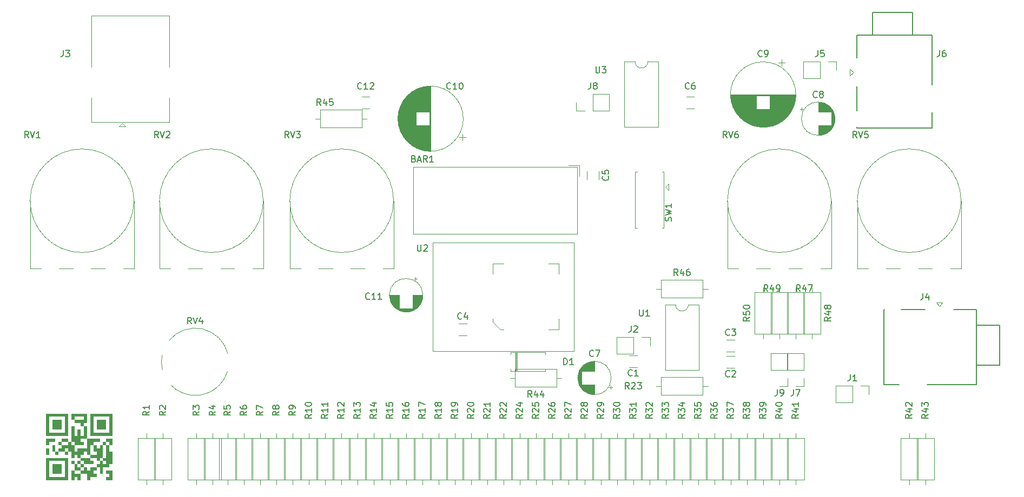
<source format=gbr>
%TF.GenerationSoftware,KiCad,Pcbnew,(6.0.2)*%
%TF.CreationDate,2022-03-12T17:52:29+01:00*%
%TF.ProjectId,hardware,68617264-7761-4726-952e-6b696361645f,rev?*%
%TF.SameCoordinates,Original*%
%TF.FileFunction,Legend,Top*%
%TF.FilePolarity,Positive*%
%FSLAX46Y46*%
G04 Gerber Fmt 4.6, Leading zero omitted, Abs format (unit mm)*
G04 Created by KiCad (PCBNEW (6.0.2)) date 2022-03-12 17:52:29*
%MOMM*%
%LPD*%
G01*
G04 APERTURE LIST*
%ADD10C,0.000000*%
%ADD11C,0.150000*%
%ADD12C,0.120000*%
%ADD13C,0.100000*%
G04 APERTURE END LIST*
D10*
G36*
X32847701Y-88173767D02*
G01*
X32351187Y-88173767D01*
X32351187Y-87677253D01*
X32847701Y-87677253D01*
X32847701Y-88173767D01*
G37*
G36*
X28379077Y-89663308D02*
G01*
X27882563Y-89663308D01*
X27882563Y-89166794D01*
X28379077Y-89166794D01*
X28379077Y-89663308D01*
G37*
G36*
X30861646Y-84201658D02*
G01*
X30365131Y-84201658D01*
X30365131Y-83705144D01*
X30861646Y-83705144D01*
X30861646Y-84201658D01*
G37*
G36*
X32351187Y-81719089D02*
G01*
X31854673Y-81719089D01*
X31854673Y-81222576D01*
X32351187Y-81222576D01*
X32351187Y-81719089D01*
G37*
G36*
X26393022Y-81222576D02*
G01*
X25896508Y-81222576D01*
X25896508Y-80726062D01*
X26393022Y-80726062D01*
X26393022Y-81222576D01*
G37*
G36*
X34337241Y-81719089D02*
G01*
X33840728Y-81719089D01*
X33840728Y-81222576D01*
X34337241Y-81222576D01*
X34337241Y-81719089D01*
G37*
G36*
X33840728Y-85691199D02*
G01*
X33344214Y-85691199D01*
X33344214Y-85194685D01*
X33840728Y-85194685D01*
X33840728Y-85691199D01*
G37*
G36*
X28875591Y-84201658D02*
G01*
X28379077Y-84201658D01*
X28379077Y-83705144D01*
X28875591Y-83705144D01*
X28875591Y-84201658D01*
G37*
G36*
X33344214Y-80726062D02*
G01*
X32847701Y-80726062D01*
X32847701Y-80229548D01*
X33344214Y-80229548D01*
X33344214Y-80726062D01*
G37*
G36*
X34833755Y-86684226D02*
G01*
X34337241Y-86684226D01*
X34337241Y-86187712D01*
X34833755Y-86187712D01*
X34833755Y-86684226D01*
G37*
G36*
X31358159Y-80726062D02*
G01*
X30861646Y-80726062D01*
X30861646Y-80229548D01*
X31358159Y-80229548D01*
X31358159Y-80726062D01*
G37*
G36*
X32351187Y-80726062D02*
G01*
X31854673Y-80726062D01*
X31854673Y-80229548D01*
X32351187Y-80229548D01*
X32351187Y-80726062D01*
G37*
G36*
X35330269Y-80229548D02*
G01*
X34833755Y-80229548D01*
X34833755Y-79733035D01*
X35330269Y-79733035D01*
X35330269Y-80229548D01*
G37*
G36*
X34833755Y-87677253D02*
G01*
X34337241Y-87677253D01*
X34337241Y-87180740D01*
X34833755Y-87180740D01*
X34833755Y-87677253D01*
G37*
G36*
X25896508Y-83705144D02*
G01*
X25399995Y-83705144D01*
X25399995Y-83208630D01*
X25896508Y-83208630D01*
X25896508Y-83705144D01*
G37*
G36*
X33840728Y-87180740D02*
G01*
X33344214Y-87180740D01*
X33344214Y-86684226D01*
X33840728Y-86684226D01*
X33840728Y-87180740D01*
G37*
G36*
X31854673Y-85691199D02*
G01*
X31358159Y-85691199D01*
X31358159Y-85194685D01*
X31854673Y-85194685D01*
X31854673Y-85691199D01*
G37*
G36*
X35330269Y-83705144D02*
G01*
X34833755Y-83705144D01*
X34833755Y-83208630D01*
X35330269Y-83208630D01*
X35330269Y-83705144D01*
G37*
G36*
X33840728Y-88173767D02*
G01*
X33344214Y-88173767D01*
X33344214Y-87677253D01*
X33840728Y-87677253D01*
X33840728Y-88173767D01*
G37*
G36*
X30861646Y-83208630D02*
G01*
X30365131Y-83208630D01*
X30365131Y-82712116D01*
X30861646Y-82712116D01*
X30861646Y-83208630D01*
G37*
G36*
X31854673Y-85194685D02*
G01*
X31358159Y-85194685D01*
X31358159Y-84698171D01*
X31854673Y-84698171D01*
X31854673Y-85194685D01*
G37*
G36*
X35330269Y-89663308D02*
G01*
X34833755Y-89663308D01*
X34833755Y-89166794D01*
X35330269Y-89166794D01*
X35330269Y-89663308D01*
G37*
G36*
X30365131Y-82712116D02*
G01*
X29868618Y-82712116D01*
X29868618Y-82215603D01*
X30365131Y-82215603D01*
X30365131Y-82712116D01*
G37*
G36*
X27386050Y-88173767D02*
G01*
X26889536Y-88173767D01*
X26889536Y-87677253D01*
X27386050Y-87677253D01*
X27386050Y-88173767D01*
G37*
G36*
X27386050Y-82712116D02*
G01*
X26889536Y-82712116D01*
X26889536Y-82215603D01*
X27386050Y-82215603D01*
X27386050Y-82712116D01*
G37*
G36*
X29372105Y-81719089D02*
G01*
X28875591Y-81719089D01*
X28875591Y-81222576D01*
X29372105Y-81222576D01*
X29372105Y-81719089D01*
G37*
G36*
X30861646Y-80726062D02*
G01*
X30365131Y-80726062D01*
X30365131Y-80229548D01*
X30861646Y-80229548D01*
X30861646Y-80726062D01*
G37*
G36*
X32351187Y-89166794D02*
G01*
X31854673Y-89166794D01*
X31854673Y-88670280D01*
X32351187Y-88670280D01*
X32351187Y-89166794D01*
G37*
G36*
X26889536Y-87677253D02*
G01*
X26393022Y-87677253D01*
X26393022Y-87180740D01*
X26889536Y-87180740D01*
X26889536Y-87677253D01*
G37*
G36*
X28379077Y-87677253D02*
G01*
X27882563Y-87677253D01*
X27882563Y-87180740D01*
X28379077Y-87180740D01*
X28379077Y-87677253D01*
G37*
G36*
X27882563Y-86684226D02*
G01*
X27386050Y-86684226D01*
X27386050Y-86187712D01*
X27882563Y-86187712D01*
X27882563Y-86684226D01*
G37*
G36*
X33840728Y-88670280D02*
G01*
X33344214Y-88670280D01*
X33344214Y-88173767D01*
X33840728Y-88173767D01*
X33840728Y-88670280D01*
G37*
G36*
X26889536Y-82712116D02*
G01*
X26393022Y-82712116D01*
X26393022Y-82215603D01*
X26889536Y-82215603D01*
X26889536Y-82712116D01*
G37*
G36*
X32351187Y-83705144D02*
G01*
X31854673Y-83705144D01*
X31854673Y-83208630D01*
X32351187Y-83208630D01*
X32351187Y-83705144D01*
G37*
G36*
X34337241Y-81222576D02*
G01*
X33840728Y-81222576D01*
X33840728Y-80726062D01*
X34337241Y-80726062D01*
X34337241Y-81222576D01*
G37*
G36*
X25399995Y-89166794D02*
G01*
X24903481Y-89166794D01*
X24903481Y-88670280D01*
X25399995Y-88670280D01*
X25399995Y-89166794D01*
G37*
G36*
X33840728Y-85194685D02*
G01*
X33344214Y-85194685D01*
X33344214Y-84698171D01*
X33840728Y-84698171D01*
X33840728Y-85194685D01*
G37*
G36*
X34833755Y-87180740D02*
G01*
X34337241Y-87180740D01*
X34337241Y-86684226D01*
X34833755Y-86684226D01*
X34833755Y-87180740D01*
G37*
G36*
X31854673Y-87180740D02*
G01*
X31358159Y-87180740D01*
X31358159Y-86684226D01*
X31854673Y-86684226D01*
X31854673Y-87180740D01*
G37*
G36*
X28875591Y-84698171D02*
G01*
X28379077Y-84698171D01*
X28379077Y-84201658D01*
X28875591Y-84201658D01*
X28875591Y-84698171D01*
G37*
G36*
X30365131Y-82215603D02*
G01*
X29868618Y-82215603D01*
X29868618Y-81719089D01*
X30365131Y-81719089D01*
X30365131Y-82215603D01*
G37*
G36*
X30861646Y-88670280D02*
G01*
X30365131Y-88670280D01*
X30365131Y-88173767D01*
X30861646Y-88173767D01*
X30861646Y-88670280D01*
G37*
G36*
X35330269Y-81719089D02*
G01*
X34833755Y-81719089D01*
X34833755Y-81222576D01*
X35330269Y-81222576D01*
X35330269Y-81719089D01*
G37*
G36*
X25896508Y-86684226D02*
G01*
X25399995Y-86684226D01*
X25399995Y-86187712D01*
X25896508Y-86187712D01*
X25896508Y-86684226D01*
G37*
G36*
X31854673Y-86684226D02*
G01*
X31358159Y-86684226D01*
X31358159Y-86187712D01*
X31854673Y-86187712D01*
X31854673Y-86684226D01*
G37*
G36*
X27386050Y-86684226D02*
G01*
X26889536Y-86684226D01*
X26889536Y-86187712D01*
X27386050Y-86187712D01*
X27386050Y-86684226D01*
G37*
G36*
X31854673Y-84698171D02*
G01*
X31358159Y-84698171D01*
X31358159Y-84201658D01*
X31854673Y-84201658D01*
X31854673Y-84698171D01*
G37*
G36*
X35330269Y-89166794D02*
G01*
X34833755Y-89166794D01*
X34833755Y-88670280D01*
X35330269Y-88670280D01*
X35330269Y-89166794D01*
G37*
G36*
X33840728Y-87677253D02*
G01*
X33344214Y-87677253D01*
X33344214Y-87180740D01*
X33840728Y-87180740D01*
X33840728Y-87677253D01*
G37*
G36*
X29372105Y-87180740D02*
G01*
X28875591Y-87180740D01*
X28875591Y-86684226D01*
X29372105Y-86684226D01*
X29372105Y-87180740D01*
G37*
G36*
X29868618Y-85691199D02*
G01*
X29372105Y-85691199D01*
X29372105Y-85194685D01*
X29868618Y-85194685D01*
X29868618Y-85691199D01*
G37*
G36*
X30365131Y-79733035D02*
G01*
X29868618Y-79733035D01*
X29868618Y-79236521D01*
X30365131Y-79236521D01*
X30365131Y-79733035D01*
G37*
G36*
X29372105Y-79733035D02*
G01*
X28875591Y-79733035D01*
X28875591Y-79236521D01*
X29372105Y-79236521D01*
X29372105Y-79733035D01*
G37*
G36*
X31854673Y-84201658D02*
G01*
X31358159Y-84201658D01*
X31358159Y-83705144D01*
X31854673Y-83705144D01*
X31854673Y-84201658D01*
G37*
G36*
X27386050Y-88670280D02*
G01*
X26889536Y-88670280D01*
X26889536Y-88173767D01*
X27386050Y-88173767D01*
X27386050Y-88670280D01*
G37*
G36*
X30861646Y-87677253D02*
G01*
X30365131Y-87677253D01*
X30365131Y-87180740D01*
X30861646Y-87180740D01*
X30861646Y-87677253D01*
G37*
G36*
X35330269Y-86684226D02*
G01*
X34833755Y-86684226D01*
X34833755Y-86187712D01*
X35330269Y-86187712D01*
X35330269Y-86684226D01*
G37*
G36*
X35330269Y-79733035D02*
G01*
X34833755Y-79733035D01*
X34833755Y-79236521D01*
X35330269Y-79236521D01*
X35330269Y-79733035D01*
G37*
G36*
X25399995Y-82712116D02*
G01*
X24903481Y-82712116D01*
X24903481Y-82215603D01*
X25399995Y-82215603D01*
X25399995Y-82712116D01*
G37*
G36*
X32847701Y-85194685D02*
G01*
X32351187Y-85194685D01*
X32351187Y-84698171D01*
X32847701Y-84698171D01*
X32847701Y-85194685D01*
G37*
G36*
X27386050Y-79733035D02*
G01*
X26889536Y-79733035D01*
X26889536Y-79236521D01*
X27386050Y-79236521D01*
X27386050Y-79733035D01*
G37*
G36*
X25399995Y-82215603D02*
G01*
X24903481Y-82215603D01*
X24903481Y-81719089D01*
X25399995Y-81719089D01*
X25399995Y-82215603D01*
G37*
G36*
X32847701Y-86187712D02*
G01*
X32351187Y-86187712D01*
X32351187Y-85691199D01*
X32847701Y-85691199D01*
X32847701Y-86187712D01*
G37*
G36*
X28379077Y-84698171D02*
G01*
X27882563Y-84698171D01*
X27882563Y-84201658D01*
X28379077Y-84201658D01*
X28379077Y-84698171D01*
G37*
G36*
X34337241Y-80726062D02*
G01*
X33840728Y-80726062D01*
X33840728Y-80229548D01*
X34337241Y-80229548D01*
X34337241Y-80726062D01*
G37*
G36*
X26393022Y-89663308D02*
G01*
X25896508Y-89663308D01*
X25896508Y-89166794D01*
X26393022Y-89166794D01*
X26393022Y-89663308D01*
G37*
G36*
X25399995Y-84201658D02*
G01*
X24903481Y-84201658D01*
X24903481Y-83705144D01*
X25399995Y-83705144D01*
X25399995Y-84201658D01*
G37*
G36*
X33344214Y-85194685D02*
G01*
X32847701Y-85194685D01*
X32847701Y-84698171D01*
X33344214Y-84698171D01*
X33344214Y-85194685D01*
G37*
G36*
X28875591Y-85194685D02*
G01*
X28379077Y-85194685D01*
X28379077Y-84698171D01*
X28875591Y-84698171D01*
X28875591Y-85194685D01*
G37*
G36*
X26393022Y-88670280D02*
G01*
X25896508Y-88670280D01*
X25896508Y-88173767D01*
X26393022Y-88173767D01*
X26393022Y-88670280D01*
G37*
G36*
X25896508Y-82712116D02*
G01*
X25399995Y-82712116D01*
X25399995Y-82215603D01*
X25896508Y-82215603D01*
X25896508Y-82712116D01*
G37*
G36*
X34833755Y-89663308D02*
G01*
X34337241Y-89663308D01*
X34337241Y-89166794D01*
X34833755Y-89166794D01*
X34833755Y-89663308D01*
G37*
G36*
X32351187Y-88173767D02*
G01*
X31854673Y-88173767D01*
X31854673Y-87677253D01*
X32351187Y-87677253D01*
X32351187Y-88173767D01*
G37*
G36*
X32847701Y-83705144D02*
G01*
X32351187Y-83705144D01*
X32351187Y-83208630D01*
X32847701Y-83208630D01*
X32847701Y-83705144D01*
G37*
G36*
X32351187Y-87180740D02*
G01*
X31854673Y-87180740D01*
X31854673Y-86684226D01*
X32351187Y-86684226D01*
X32351187Y-87180740D01*
G37*
G36*
X32351187Y-81222576D02*
G01*
X31854673Y-81222576D01*
X31854673Y-80726062D01*
X32351187Y-80726062D01*
X32351187Y-81222576D01*
G37*
G36*
X32351187Y-79733035D02*
G01*
X31854673Y-79733035D01*
X31854673Y-79236521D01*
X32351187Y-79236521D01*
X32351187Y-79733035D01*
G37*
G36*
X31854673Y-89663308D02*
G01*
X31358159Y-89663308D01*
X31358159Y-89166794D01*
X31854673Y-89166794D01*
X31854673Y-89663308D01*
G37*
G36*
X32351187Y-82215603D02*
G01*
X31854673Y-82215603D01*
X31854673Y-81719089D01*
X32351187Y-81719089D01*
X32351187Y-82215603D01*
G37*
G36*
X35330269Y-81222576D02*
G01*
X34833755Y-81222576D01*
X34833755Y-80726062D01*
X35330269Y-80726062D01*
X35330269Y-81222576D01*
G37*
G36*
X27386050Y-87677253D02*
G01*
X26889536Y-87677253D01*
X26889536Y-87180740D01*
X27386050Y-87180740D01*
X27386050Y-87677253D01*
G37*
G36*
X29372105Y-86187712D02*
G01*
X28875591Y-86187712D01*
X28875591Y-85691199D01*
X29372105Y-85691199D01*
X29372105Y-86187712D01*
G37*
G36*
X27386050Y-89663308D02*
G01*
X26889536Y-89663308D01*
X26889536Y-89166794D01*
X27386050Y-89166794D01*
X27386050Y-89663308D01*
G37*
G36*
X29372105Y-88670280D02*
G01*
X28875591Y-88670280D01*
X28875591Y-88173767D01*
X29372105Y-88173767D01*
X29372105Y-88670280D01*
G37*
G36*
X28379077Y-86684226D02*
G01*
X27882563Y-86684226D01*
X27882563Y-86187712D01*
X28379077Y-86187712D01*
X28379077Y-86684226D01*
G37*
G36*
X26393022Y-86684226D02*
G01*
X25896508Y-86684226D01*
X25896508Y-86187712D01*
X26393022Y-86187712D01*
X26393022Y-86684226D01*
G37*
G36*
X25399995Y-88173767D02*
G01*
X24903481Y-88173767D01*
X24903481Y-87677253D01*
X25399995Y-87677253D01*
X25399995Y-88173767D01*
G37*
G36*
X28379077Y-82215603D02*
G01*
X27882563Y-82215603D01*
X27882563Y-81719089D01*
X28379077Y-81719089D01*
X28379077Y-82215603D01*
G37*
G36*
X35330269Y-85691199D02*
G01*
X34833755Y-85691199D01*
X34833755Y-85194685D01*
X35330269Y-85194685D01*
X35330269Y-85691199D01*
G37*
G36*
X29372105Y-82215603D02*
G01*
X28875591Y-82215603D01*
X28875591Y-81719089D01*
X29372105Y-81719089D01*
X29372105Y-82215603D01*
G37*
G36*
X30861646Y-85194685D02*
G01*
X30365131Y-85194685D01*
X30365131Y-84698171D01*
X30861646Y-84698171D01*
X30861646Y-85194685D01*
G37*
G36*
X29372105Y-83705144D02*
G01*
X28875591Y-83705144D01*
X28875591Y-83208630D01*
X29372105Y-83208630D01*
X29372105Y-83705144D01*
G37*
G36*
X26889536Y-81719089D02*
G01*
X26393022Y-81719089D01*
X26393022Y-81222576D01*
X26889536Y-81222576D01*
X26889536Y-81719089D01*
G37*
G36*
X33344214Y-82712116D02*
G01*
X32847701Y-82712116D01*
X32847701Y-82215603D01*
X33344214Y-82215603D01*
X33344214Y-82712116D01*
G37*
G36*
X33344214Y-81719089D02*
G01*
X32847701Y-81719089D01*
X32847701Y-81222576D01*
X33344214Y-81222576D01*
X33344214Y-81719089D01*
G37*
G36*
X35330269Y-82712116D02*
G01*
X34833755Y-82712116D01*
X34833755Y-82215603D01*
X35330269Y-82215603D01*
X35330269Y-82712116D01*
G37*
G36*
X34833755Y-85691199D02*
G01*
X34337241Y-85691199D01*
X34337241Y-85194685D01*
X34833755Y-85194685D01*
X34833755Y-85691199D01*
G37*
G36*
X33344214Y-86187712D02*
G01*
X32847701Y-86187712D01*
X32847701Y-85691199D01*
X33344214Y-85691199D01*
X33344214Y-86187712D01*
G37*
G36*
X26393022Y-87677253D02*
G01*
X25896508Y-87677253D01*
X25896508Y-87180740D01*
X26393022Y-87180740D01*
X26393022Y-87677253D01*
G37*
G36*
X30861646Y-85691199D02*
G01*
X30365131Y-85691199D01*
X30365131Y-85194685D01*
X30861646Y-85194685D01*
X30861646Y-85691199D01*
G37*
G36*
X26393022Y-88173767D02*
G01*
X25896508Y-88173767D01*
X25896508Y-87677253D01*
X26393022Y-87677253D01*
X26393022Y-88173767D01*
G37*
G36*
X32351187Y-80229548D02*
G01*
X31854673Y-80229548D01*
X31854673Y-79733035D01*
X32351187Y-79733035D01*
X32351187Y-80229548D01*
G37*
G36*
X25399995Y-81222576D02*
G01*
X24903481Y-81222576D01*
X24903481Y-80726062D01*
X25399995Y-80726062D01*
X25399995Y-81222576D01*
G37*
G36*
X31358159Y-83208630D02*
G01*
X30861646Y-83208630D01*
X30861646Y-82712116D01*
X31358159Y-82712116D01*
X31358159Y-83208630D01*
G37*
G36*
X30365131Y-83705144D02*
G01*
X29868618Y-83705144D01*
X29868618Y-83208630D01*
X30365131Y-83208630D01*
X30365131Y-83705144D01*
G37*
G36*
X31358159Y-79733035D02*
G01*
X30861646Y-79733035D01*
X30861646Y-79236521D01*
X31358159Y-79236521D01*
X31358159Y-79733035D01*
G37*
G36*
X34833755Y-88670280D02*
G01*
X34337241Y-88670280D01*
X34337241Y-88173767D01*
X34833755Y-88173767D01*
X34833755Y-88670280D01*
G37*
G36*
X28379077Y-80726062D02*
G01*
X27882563Y-80726062D01*
X27882563Y-80229548D01*
X28379077Y-80229548D01*
X28379077Y-80726062D01*
G37*
G36*
X27882563Y-79733035D02*
G01*
X27386050Y-79733035D01*
X27386050Y-79236521D01*
X27882563Y-79236521D01*
X27882563Y-79733035D01*
G37*
G36*
X26393022Y-81719089D02*
G01*
X25896508Y-81719089D01*
X25896508Y-81222576D01*
X26393022Y-81222576D01*
X26393022Y-81719089D01*
G37*
G36*
X25399995Y-85691199D02*
G01*
X24903481Y-85691199D01*
X24903481Y-85194685D01*
X25399995Y-85194685D01*
X25399995Y-85691199D01*
G37*
G36*
X30861646Y-79733035D02*
G01*
X30365131Y-79733035D01*
X30365131Y-79236521D01*
X30861646Y-79236521D01*
X30861646Y-79733035D01*
G37*
G36*
X35330269Y-86187712D02*
G01*
X34833755Y-86187712D01*
X34833755Y-85691199D01*
X35330269Y-85691199D01*
X35330269Y-86187712D01*
G37*
G36*
X34337241Y-87677253D02*
G01*
X33840728Y-87677253D01*
X33840728Y-87180740D01*
X34337241Y-87180740D01*
X34337241Y-87677253D01*
G37*
G36*
X28379077Y-82712116D02*
G01*
X27882563Y-82712116D01*
X27882563Y-82215603D01*
X28379077Y-82215603D01*
X28379077Y-82712116D01*
G37*
G36*
X27386050Y-81719089D02*
G01*
X26889536Y-81719089D01*
X26889536Y-81222576D01*
X27386050Y-81222576D01*
X27386050Y-81719089D01*
G37*
G36*
X26889536Y-79733035D02*
G01*
X26393022Y-79733035D01*
X26393022Y-79236521D01*
X26889536Y-79236521D01*
X26889536Y-79733035D01*
G37*
G36*
X32351187Y-88670280D02*
G01*
X31854673Y-88670280D01*
X31854673Y-88173767D01*
X32351187Y-88173767D01*
X32351187Y-88670280D01*
G37*
G36*
X25399995Y-89663308D02*
G01*
X24903481Y-89663308D01*
X24903481Y-89166794D01*
X25399995Y-89166794D01*
X25399995Y-89663308D01*
G37*
G36*
X25896508Y-79733035D02*
G01*
X25399995Y-79733035D01*
X25399995Y-79236521D01*
X25896508Y-79236521D01*
X25896508Y-79733035D01*
G37*
G36*
X28379077Y-79733035D02*
G01*
X27882563Y-79733035D01*
X27882563Y-79236521D01*
X28379077Y-79236521D01*
X28379077Y-79733035D01*
G37*
G36*
X27882563Y-85194685D02*
G01*
X27386050Y-85194685D01*
X27386050Y-84698171D01*
X27882563Y-84698171D01*
X27882563Y-85194685D01*
G37*
G36*
X33344214Y-81222576D02*
G01*
X32847701Y-81222576D01*
X32847701Y-80726062D01*
X33344214Y-80726062D01*
X33344214Y-81222576D01*
G37*
G36*
X28379077Y-88670280D02*
G01*
X27882563Y-88670280D01*
X27882563Y-88173767D01*
X28379077Y-88173767D01*
X28379077Y-88670280D01*
G37*
G36*
X35330269Y-88670280D02*
G01*
X34833755Y-88670280D01*
X34833755Y-88173767D01*
X35330269Y-88173767D01*
X35330269Y-88670280D01*
G37*
G36*
X31358159Y-88670280D02*
G01*
X30861646Y-88670280D01*
X30861646Y-88173767D01*
X31358159Y-88173767D01*
X31358159Y-88670280D01*
G37*
G36*
X31854673Y-88670280D02*
G01*
X31358159Y-88670280D01*
X31358159Y-88173767D01*
X31854673Y-88173767D01*
X31854673Y-88670280D01*
G37*
G36*
X30365131Y-88173767D02*
G01*
X29868618Y-88173767D01*
X29868618Y-87677253D01*
X30365131Y-87677253D01*
X30365131Y-88173767D01*
G37*
G36*
X33344214Y-86684226D02*
G01*
X32847701Y-86684226D01*
X32847701Y-86187712D01*
X33344214Y-86187712D01*
X33344214Y-86684226D01*
G37*
G36*
X30365131Y-84201658D02*
G01*
X29868618Y-84201658D01*
X29868618Y-83705144D01*
X30365131Y-83705144D01*
X30365131Y-84201658D01*
G37*
G36*
X29372105Y-89166794D02*
G01*
X28875591Y-89166794D01*
X28875591Y-88670280D01*
X29372105Y-88670280D01*
X29372105Y-89166794D01*
G37*
G36*
X32847701Y-84698171D02*
G01*
X32351187Y-84698171D01*
X32351187Y-84201658D01*
X32847701Y-84201658D01*
X32847701Y-84698171D01*
G37*
G36*
X33840728Y-80726062D02*
G01*
X33344214Y-80726062D01*
X33344214Y-80229548D01*
X33840728Y-80229548D01*
X33840728Y-80726062D01*
G37*
G36*
X27386050Y-81222576D02*
G01*
X26889536Y-81222576D01*
X26889536Y-80726062D01*
X27386050Y-80726062D01*
X27386050Y-81222576D01*
G37*
G36*
X31854673Y-83705144D02*
G01*
X31358159Y-83705144D01*
X31358159Y-83208630D01*
X31854673Y-83208630D01*
X31854673Y-83705144D01*
G37*
G36*
X26393022Y-82712116D02*
G01*
X25896508Y-82712116D01*
X25896508Y-82215603D01*
X26393022Y-82215603D01*
X26393022Y-82712116D01*
G37*
G36*
X31358159Y-81719089D02*
G01*
X30861646Y-81719089D01*
X30861646Y-81222576D01*
X31358159Y-81222576D01*
X31358159Y-81719089D01*
G37*
G36*
X29868618Y-89166794D02*
G01*
X29372105Y-89166794D01*
X29372105Y-88670280D01*
X29868618Y-88670280D01*
X29868618Y-89166794D01*
G37*
G36*
X34833755Y-85194685D02*
G01*
X34337241Y-85194685D01*
X34337241Y-84698171D01*
X34833755Y-84698171D01*
X34833755Y-85194685D01*
G37*
G36*
X33344214Y-87677253D02*
G01*
X32847701Y-87677253D01*
X32847701Y-87180740D01*
X33344214Y-87180740D01*
X33344214Y-87677253D01*
G37*
G36*
X31358159Y-87180740D02*
G01*
X30861646Y-87180740D01*
X30861646Y-86684226D01*
X31358159Y-86684226D01*
X31358159Y-87180740D01*
G37*
G36*
X27882563Y-82712116D02*
G01*
X27386050Y-82712116D01*
X27386050Y-82215603D01*
X27882563Y-82215603D01*
X27882563Y-82712116D01*
G37*
G36*
X33344214Y-79733035D02*
G01*
X32847701Y-79733035D01*
X32847701Y-79236521D01*
X33344214Y-79236521D01*
X33344214Y-79733035D01*
G37*
G36*
X26393022Y-85194685D02*
G01*
X25896508Y-85194685D01*
X25896508Y-84698171D01*
X26393022Y-84698171D01*
X26393022Y-85194685D01*
G37*
G36*
X26889536Y-89663308D02*
G01*
X26393022Y-89663308D01*
X26393022Y-89166794D01*
X26889536Y-89166794D01*
X26889536Y-89663308D01*
G37*
G36*
X27386050Y-84201658D02*
G01*
X26889536Y-84201658D01*
X26889536Y-83705144D01*
X27386050Y-83705144D01*
X27386050Y-84201658D01*
G37*
G36*
X33840728Y-79733035D02*
G01*
X33344214Y-79733035D01*
X33344214Y-79236521D01*
X33840728Y-79236521D01*
X33840728Y-79733035D01*
G37*
G36*
X35330269Y-80726062D02*
G01*
X34833755Y-80726062D01*
X34833755Y-80229548D01*
X35330269Y-80229548D01*
X35330269Y-80726062D01*
G37*
G36*
X25399995Y-83705144D02*
G01*
X24903481Y-83705144D01*
X24903481Y-83208630D01*
X25399995Y-83208630D01*
X25399995Y-83705144D01*
G37*
G36*
X30365131Y-89166794D02*
G01*
X29868618Y-89166794D01*
X29868618Y-88670280D01*
X30365131Y-88670280D01*
X30365131Y-89166794D01*
G37*
G36*
X31358159Y-82712116D02*
G01*
X30861646Y-82712116D01*
X30861646Y-82215603D01*
X31358159Y-82215603D01*
X31358159Y-82712116D01*
G37*
G36*
X26889536Y-86684226D02*
G01*
X26393022Y-86684226D01*
X26393022Y-86187712D01*
X26889536Y-86187712D01*
X26889536Y-86684226D01*
G37*
G36*
X28379077Y-81719089D02*
G01*
X27882563Y-81719089D01*
X27882563Y-81222576D01*
X28379077Y-81222576D01*
X28379077Y-81719089D01*
G37*
G36*
X28379077Y-80229548D02*
G01*
X27882563Y-80229548D01*
X27882563Y-79733035D01*
X28379077Y-79733035D01*
X28379077Y-80229548D01*
G37*
G36*
X27882563Y-83705144D02*
G01*
X27386050Y-83705144D01*
X27386050Y-83208630D01*
X27882563Y-83208630D01*
X27882563Y-83705144D01*
G37*
G36*
X26889536Y-80726062D02*
G01*
X26393022Y-80726062D01*
X26393022Y-80229548D01*
X26889536Y-80229548D01*
X26889536Y-80726062D01*
G37*
G36*
X25399995Y-88670280D02*
G01*
X24903481Y-88670280D01*
X24903481Y-88173767D01*
X25399995Y-88173767D01*
X25399995Y-88670280D01*
G37*
G36*
X35330269Y-84201658D02*
G01*
X34833755Y-84201658D01*
X34833755Y-83705144D01*
X35330269Y-83705144D01*
X35330269Y-84201658D01*
G37*
G36*
X29372105Y-80229548D02*
G01*
X28875591Y-80229548D01*
X28875591Y-79733035D01*
X29372105Y-79733035D01*
X29372105Y-80229548D01*
G37*
G36*
X33344214Y-83705144D02*
G01*
X32847701Y-83705144D01*
X32847701Y-83208630D01*
X33344214Y-83208630D01*
X33344214Y-83705144D01*
G37*
G36*
X26889536Y-88670280D02*
G01*
X26393022Y-88670280D01*
X26393022Y-88173767D01*
X26889536Y-88173767D01*
X26889536Y-88670280D01*
G37*
G36*
X32351187Y-86187712D02*
G01*
X31854673Y-86187712D01*
X31854673Y-85691199D01*
X32351187Y-85691199D01*
X32351187Y-86187712D01*
G37*
G36*
X29868618Y-88173767D02*
G01*
X29372105Y-88173767D01*
X29372105Y-87677253D01*
X29868618Y-87677253D01*
X29868618Y-88173767D01*
G37*
G36*
X28379077Y-87180740D02*
G01*
X27882563Y-87180740D01*
X27882563Y-86684226D01*
X28379077Y-86684226D01*
X28379077Y-87180740D01*
G37*
G36*
X26889536Y-88173767D02*
G01*
X26393022Y-88173767D01*
X26393022Y-87677253D01*
X26889536Y-87677253D01*
X26889536Y-88173767D01*
G37*
G36*
X33344214Y-85691199D02*
G01*
X32847701Y-85691199D01*
X32847701Y-85194685D01*
X33344214Y-85194685D01*
X33344214Y-85691199D01*
G37*
G36*
X32351187Y-82712116D02*
G01*
X31854673Y-82712116D01*
X31854673Y-82215603D01*
X32351187Y-82215603D01*
X32351187Y-82712116D01*
G37*
G36*
X26889536Y-81222576D02*
G01*
X26393022Y-81222576D01*
X26393022Y-80726062D01*
X26889536Y-80726062D01*
X26889536Y-81222576D01*
G37*
G36*
X32847701Y-82712116D02*
G01*
X32351187Y-82712116D01*
X32351187Y-82215603D01*
X32847701Y-82215603D01*
X32847701Y-82712116D01*
G37*
G36*
X33840728Y-81719089D02*
G01*
X33344214Y-81719089D01*
X33344214Y-81222576D01*
X33840728Y-81222576D01*
X33840728Y-81719089D01*
G37*
G36*
X34833755Y-79733035D02*
G01*
X34337241Y-79733035D01*
X34337241Y-79236521D01*
X34833755Y-79236521D01*
X34833755Y-79733035D01*
G37*
G36*
X28379077Y-83705144D02*
G01*
X27882563Y-83705144D01*
X27882563Y-83208630D01*
X28379077Y-83208630D01*
X28379077Y-83705144D01*
G37*
G36*
X30861646Y-81222576D02*
G01*
X30365131Y-81222576D01*
X30365131Y-80726062D01*
X30861646Y-80726062D01*
X30861646Y-81222576D01*
G37*
G36*
X34833755Y-83705144D02*
G01*
X34337241Y-83705144D01*
X34337241Y-83208630D01*
X34833755Y-83208630D01*
X34833755Y-83705144D01*
G37*
G36*
X34337241Y-79733035D02*
G01*
X33840728Y-79733035D01*
X33840728Y-79236521D01*
X34337241Y-79236521D01*
X34337241Y-79733035D01*
G37*
G36*
X32847701Y-89166794D02*
G01*
X32351187Y-89166794D01*
X32351187Y-88670280D01*
X32847701Y-88670280D01*
X32847701Y-89166794D01*
G37*
G36*
X29372105Y-83208630D02*
G01*
X28875591Y-83208630D01*
X28875591Y-82712116D01*
X29372105Y-82712116D01*
X29372105Y-83208630D01*
G37*
G36*
X29868618Y-84201658D02*
G01*
X29372105Y-84201658D01*
X29372105Y-83705144D01*
X29868618Y-83705144D01*
X29868618Y-84201658D01*
G37*
G36*
X32847701Y-79733035D02*
G01*
X32351187Y-79733035D01*
X32351187Y-79236521D01*
X32847701Y-79236521D01*
X32847701Y-79733035D01*
G37*
G36*
X33840728Y-86187712D02*
G01*
X33344214Y-86187712D01*
X33344214Y-85691199D01*
X33840728Y-85691199D01*
X33840728Y-86187712D01*
G37*
G36*
X31358159Y-86684226D02*
G01*
X30861646Y-86684226D01*
X30861646Y-86187712D01*
X31358159Y-86187712D01*
X31358159Y-86684226D01*
G37*
G36*
X26393022Y-79733035D02*
G01*
X25896508Y-79733035D01*
X25896508Y-79236521D01*
X26393022Y-79236521D01*
X26393022Y-79733035D01*
G37*
G36*
X29868618Y-83705144D02*
G01*
X29372105Y-83705144D01*
X29372105Y-83208630D01*
X29868618Y-83208630D01*
X29868618Y-83705144D01*
G37*
G36*
X25399995Y-86684226D02*
G01*
X24903481Y-86684226D01*
X24903481Y-86187712D01*
X25399995Y-86187712D01*
X25399995Y-86684226D01*
G37*
G36*
X34833755Y-82712116D02*
G01*
X34337241Y-82712116D01*
X34337241Y-82215603D01*
X34833755Y-82215603D01*
X34833755Y-82712116D01*
G37*
G36*
X32351187Y-84201658D02*
G01*
X31854673Y-84201658D01*
X31854673Y-83705144D01*
X32351187Y-83705144D01*
X32351187Y-84201658D01*
G37*
G36*
X25399995Y-85194685D02*
G01*
X24903481Y-85194685D01*
X24903481Y-84698171D01*
X25399995Y-84698171D01*
X25399995Y-85194685D01*
G37*
G36*
X30365131Y-86187712D02*
G01*
X29868618Y-86187712D01*
X29868618Y-85691199D01*
X30365131Y-85691199D01*
X30365131Y-86187712D01*
G37*
G36*
X29372105Y-85691199D02*
G01*
X28875591Y-85691199D01*
X28875591Y-85194685D01*
X29372105Y-85194685D01*
X29372105Y-85691199D01*
G37*
G36*
X34337241Y-86684226D02*
G01*
X33840728Y-86684226D01*
X33840728Y-86187712D01*
X34337241Y-86187712D01*
X34337241Y-86684226D01*
G37*
G36*
X25399995Y-80726062D02*
G01*
X24903481Y-80726062D01*
X24903481Y-80229548D01*
X25399995Y-80229548D01*
X25399995Y-80726062D01*
G37*
G36*
X25399995Y-79733035D02*
G01*
X24903481Y-79733035D01*
X24903481Y-79236521D01*
X25399995Y-79236521D01*
X25399995Y-79733035D01*
G37*
G36*
X28379077Y-85691199D02*
G01*
X27882563Y-85691199D01*
X27882563Y-85194685D01*
X28379077Y-85194685D01*
X28379077Y-85691199D01*
G37*
G36*
X34833755Y-84698171D02*
G01*
X34337241Y-84698171D01*
X34337241Y-84201658D01*
X34833755Y-84201658D01*
X34833755Y-84698171D01*
G37*
G36*
X27882563Y-84698171D02*
G01*
X27386050Y-84698171D01*
X27386050Y-84201658D01*
X27882563Y-84201658D01*
X27882563Y-84698171D01*
G37*
G36*
X28379077Y-81222576D02*
G01*
X27882563Y-81222576D01*
X27882563Y-80726062D01*
X28379077Y-80726062D01*
X28379077Y-81222576D01*
G37*
G36*
X27882563Y-89663308D02*
G01*
X27386050Y-89663308D01*
X27386050Y-89166794D01*
X27882563Y-89166794D01*
X27882563Y-89663308D01*
G37*
G36*
X31358159Y-82215603D02*
G01*
X30861646Y-82215603D01*
X30861646Y-81719089D01*
X31358159Y-81719089D01*
X31358159Y-82215603D01*
G37*
G36*
X25399995Y-80229548D02*
G01*
X24903481Y-80229548D01*
X24903481Y-79733035D01*
X25399995Y-79733035D01*
X25399995Y-80229548D01*
G37*
G36*
X30365131Y-85194685D02*
G01*
X29868618Y-85194685D01*
X29868618Y-84698171D01*
X30365131Y-84698171D01*
X30365131Y-85194685D01*
G37*
G36*
X29868618Y-87677253D02*
G01*
X29372105Y-87677253D01*
X29372105Y-87180740D01*
X29868618Y-87180740D01*
X29868618Y-87677253D01*
G37*
G36*
X30365131Y-83208630D02*
G01*
X29868618Y-83208630D01*
X29868618Y-82712116D01*
X30365131Y-82712116D01*
X30365131Y-83208630D01*
G37*
G36*
X33840728Y-84698171D02*
G01*
X33344214Y-84698171D01*
X33344214Y-84201658D01*
X33840728Y-84201658D01*
X33840728Y-84698171D01*
G37*
G36*
X26393022Y-84698171D02*
G01*
X25896508Y-84698171D01*
X25896508Y-84201658D01*
X26393022Y-84201658D01*
X26393022Y-84698171D01*
G37*
G36*
X30861646Y-86684226D02*
G01*
X30365131Y-86684226D01*
X30365131Y-86187712D01*
X30861646Y-86187712D01*
X30861646Y-86684226D01*
G37*
G36*
X31358159Y-80229548D02*
G01*
X30861646Y-80229548D01*
X30861646Y-79733035D01*
X31358159Y-79733035D01*
X31358159Y-80229548D01*
G37*
G36*
X31854673Y-89166794D02*
G01*
X31358159Y-89166794D01*
X31358159Y-88670280D01*
X31854673Y-88670280D01*
X31854673Y-89166794D01*
G37*
G36*
X27386050Y-85194685D02*
G01*
X26889536Y-85194685D01*
X26889536Y-84698171D01*
X27386050Y-84698171D01*
X27386050Y-85194685D01*
G37*
G36*
X26393022Y-80726062D02*
G01*
X25896508Y-80726062D01*
X25896508Y-80229548D01*
X26393022Y-80229548D01*
X26393022Y-80726062D01*
G37*
G36*
X35330269Y-87180740D02*
G01*
X34833755Y-87180740D01*
X34833755Y-86684226D01*
X35330269Y-86684226D01*
X35330269Y-87180740D01*
G37*
G36*
X28379077Y-88173767D02*
G01*
X27882563Y-88173767D01*
X27882563Y-87677253D01*
X28379077Y-87677253D01*
X28379077Y-88173767D01*
G37*
G36*
X25399995Y-87677253D02*
G01*
X24903481Y-87677253D01*
X24903481Y-87180740D01*
X25399995Y-87180740D01*
X25399995Y-87677253D01*
G37*
G36*
X29372105Y-85194685D02*
G01*
X28875591Y-85194685D01*
X28875591Y-84698171D01*
X29372105Y-84698171D01*
X29372105Y-85194685D01*
G37*
G36*
X26393022Y-83705144D02*
G01*
X25896508Y-83705144D01*
X25896508Y-83208630D01*
X26393022Y-83208630D01*
X26393022Y-83705144D01*
G37*
G36*
X28379077Y-89166794D02*
G01*
X27882563Y-89166794D01*
X27882563Y-88670280D01*
X28379077Y-88670280D01*
X28379077Y-89166794D01*
G37*
G36*
X33840728Y-81222576D02*
G01*
X33344214Y-81222576D01*
X33344214Y-80726062D01*
X33840728Y-80726062D01*
X33840728Y-81222576D01*
G37*
G36*
X29372105Y-89663308D02*
G01*
X28875591Y-89663308D01*
X28875591Y-89166794D01*
X29372105Y-89166794D01*
X29372105Y-89663308D01*
G37*
G36*
X25896508Y-89663308D02*
G01*
X25399995Y-89663308D01*
X25399995Y-89166794D01*
X25896508Y-89166794D01*
X25896508Y-89663308D01*
G37*
G36*
X26889536Y-85691199D02*
G01*
X26393022Y-85691199D01*
X26393022Y-85194685D01*
X26889536Y-85194685D01*
X26889536Y-85691199D01*
G37*
G36*
X29868618Y-79733035D02*
G01*
X29372105Y-79733035D01*
X29372105Y-79236521D01*
X29868618Y-79236521D01*
X29868618Y-79733035D01*
G37*
G36*
X30365131Y-89663308D02*
G01*
X29868618Y-89663308D01*
X29868618Y-89166794D01*
X30365131Y-89166794D01*
X30365131Y-89663308D01*
G37*
G36*
X29868618Y-83208630D02*
G01*
X29372105Y-83208630D01*
X29372105Y-82712116D01*
X29868618Y-82712116D01*
X29868618Y-83208630D01*
G37*
G36*
X34337241Y-84201658D02*
G01*
X33840728Y-84201658D01*
X33840728Y-83705144D01*
X34337241Y-83705144D01*
X34337241Y-84201658D01*
G37*
G36*
X34337241Y-82712116D02*
G01*
X33840728Y-82712116D01*
X33840728Y-82215603D01*
X34337241Y-82215603D01*
X34337241Y-82712116D01*
G37*
G36*
X35330269Y-82215603D02*
G01*
X34833755Y-82215603D01*
X34833755Y-81719089D01*
X35330269Y-81719089D01*
X35330269Y-82215603D01*
G37*
G36*
X33840728Y-82712116D02*
G01*
X33344214Y-82712116D01*
X33344214Y-82215603D01*
X33840728Y-82215603D01*
X33840728Y-82712116D01*
G37*
G36*
X30365131Y-80726062D02*
G01*
X29868618Y-80726062D01*
X29868618Y-80229548D01*
X30365131Y-80229548D01*
X30365131Y-80726062D01*
G37*
G36*
X34833755Y-86187712D02*
G01*
X34337241Y-86187712D01*
X34337241Y-85691199D01*
X34833755Y-85691199D01*
X34833755Y-86187712D01*
G37*
G36*
X29372105Y-84698171D02*
G01*
X28875591Y-84698171D01*
X28875591Y-84201658D01*
X29372105Y-84201658D01*
X29372105Y-84698171D01*
G37*
G36*
X25399995Y-87180740D02*
G01*
X24903481Y-87180740D01*
X24903481Y-86684226D01*
X25399995Y-86684226D01*
X25399995Y-87180740D01*
G37*
G36*
X31358159Y-85194685D02*
G01*
X30861646Y-85194685D01*
X30861646Y-84698171D01*
X31358159Y-84698171D01*
X31358159Y-85194685D01*
G37*
G36*
X30365131Y-85691199D02*
G01*
X29868618Y-85691199D01*
X29868618Y-85194685D01*
X30365131Y-85194685D01*
X30365131Y-85691199D01*
G37*
G36*
X25399995Y-81719089D02*
G01*
X24903481Y-81719089D01*
X24903481Y-81222576D01*
X25399995Y-81222576D01*
X25399995Y-81719089D01*
G37*
G36*
X30365131Y-87180740D02*
G01*
X29868618Y-87180740D01*
X29868618Y-86684226D01*
X30365131Y-86684226D01*
X30365131Y-87180740D01*
G37*
G36*
X31358159Y-88173767D02*
G01*
X30861646Y-88173767D01*
X30861646Y-87677253D01*
X31358159Y-87677253D01*
X31358159Y-88173767D01*
G37*
G36*
X29372105Y-82712116D02*
G01*
X28875591Y-82712116D01*
X28875591Y-82215603D01*
X29372105Y-82215603D01*
X29372105Y-82712116D01*
G37*
G36*
X29868618Y-80726062D02*
G01*
X29372105Y-80726062D01*
X29372105Y-80229548D01*
X29868618Y-80229548D01*
X29868618Y-80726062D01*
G37*
G36*
X27386050Y-80726062D02*
G01*
X26889536Y-80726062D01*
X26889536Y-80229548D01*
X27386050Y-80229548D01*
X27386050Y-80726062D01*
G37*
D11*
%TO.C,R48*%
X147772380Y-64142857D02*
X147296190Y-64476190D01*
X147772380Y-64714285D02*
X146772380Y-64714285D01*
X146772380Y-64333333D01*
X146820000Y-64238095D01*
X146867619Y-64190476D01*
X146962857Y-64142857D01*
X147105714Y-64142857D01*
X147200952Y-64190476D01*
X147248571Y-64238095D01*
X147296190Y-64333333D01*
X147296190Y-64714285D01*
X147105714Y-63285714D02*
X147772380Y-63285714D01*
X146724761Y-63523809D02*
X147439047Y-63761904D01*
X147439047Y-63142857D01*
X147200952Y-62619047D02*
X147153333Y-62714285D01*
X147105714Y-62761904D01*
X147010476Y-62809523D01*
X146962857Y-62809523D01*
X146867619Y-62761904D01*
X146820000Y-62714285D01*
X146772380Y-62619047D01*
X146772380Y-62428571D01*
X146820000Y-62333333D01*
X146867619Y-62285714D01*
X146962857Y-62238095D01*
X147010476Y-62238095D01*
X147105714Y-62285714D01*
X147153333Y-62333333D01*
X147200952Y-62428571D01*
X147200952Y-62619047D01*
X147248571Y-62714285D01*
X147296190Y-62761904D01*
X147391428Y-62809523D01*
X147581904Y-62809523D01*
X147677142Y-62761904D01*
X147724761Y-62714285D01*
X147772380Y-62619047D01*
X147772380Y-62428571D01*
X147724761Y-62333333D01*
X147677142Y-62285714D01*
X147581904Y-62238095D01*
X147391428Y-62238095D01*
X147296190Y-62285714D01*
X147248571Y-62333333D01*
X147200952Y-62428571D01*
%TO.C,R27*%
X107132380Y-79382857D02*
X106656190Y-79716190D01*
X107132380Y-79954285D02*
X106132380Y-79954285D01*
X106132380Y-79573333D01*
X106180000Y-79478095D01*
X106227619Y-79430476D01*
X106322857Y-79382857D01*
X106465714Y-79382857D01*
X106560952Y-79430476D01*
X106608571Y-79478095D01*
X106656190Y-79573333D01*
X106656190Y-79954285D01*
X106227619Y-79001904D02*
X106180000Y-78954285D01*
X106132380Y-78859047D01*
X106132380Y-78620952D01*
X106180000Y-78525714D01*
X106227619Y-78478095D01*
X106322857Y-78430476D01*
X106418095Y-78430476D01*
X106560952Y-78478095D01*
X107132380Y-79049523D01*
X107132380Y-78430476D01*
X106132380Y-78097142D02*
X106132380Y-77430476D01*
X107132380Y-77859047D01*
%TO.C,R12*%
X71572380Y-79382857D02*
X71096190Y-79716190D01*
X71572380Y-79954285D02*
X70572380Y-79954285D01*
X70572380Y-79573333D01*
X70620000Y-79478095D01*
X70667619Y-79430476D01*
X70762857Y-79382857D01*
X70905714Y-79382857D01*
X71000952Y-79430476D01*
X71048571Y-79478095D01*
X71096190Y-79573333D01*
X71096190Y-79954285D01*
X71572380Y-78430476D02*
X71572380Y-79001904D01*
X71572380Y-78716190D02*
X70572380Y-78716190D01*
X70715238Y-78811428D01*
X70810476Y-78906666D01*
X70858095Y-79001904D01*
X70667619Y-78049523D02*
X70620000Y-78001904D01*
X70572380Y-77906666D01*
X70572380Y-77668571D01*
X70620000Y-77573333D01*
X70667619Y-77525714D01*
X70762857Y-77478095D01*
X70858095Y-77478095D01*
X71000952Y-77525714D01*
X71572380Y-78097142D01*
X71572380Y-77478095D01*
%TO.C,R42*%
X160472380Y-79382857D02*
X159996190Y-79716190D01*
X160472380Y-79954285D02*
X159472380Y-79954285D01*
X159472380Y-79573333D01*
X159520000Y-79478095D01*
X159567619Y-79430476D01*
X159662857Y-79382857D01*
X159805714Y-79382857D01*
X159900952Y-79430476D01*
X159948571Y-79478095D01*
X159996190Y-79573333D01*
X159996190Y-79954285D01*
X159805714Y-78525714D02*
X160472380Y-78525714D01*
X159424761Y-78763809D02*
X160139047Y-79001904D01*
X160139047Y-78382857D01*
X159567619Y-78049523D02*
X159520000Y-78001904D01*
X159472380Y-77906666D01*
X159472380Y-77668571D01*
X159520000Y-77573333D01*
X159567619Y-77525714D01*
X159662857Y-77478095D01*
X159758095Y-77478095D01*
X159900952Y-77525714D01*
X160472380Y-78097142D01*
X160472380Y-77478095D01*
%TO.C,R47*%
X142967142Y-60082380D02*
X142633809Y-59606190D01*
X142395714Y-60082380D02*
X142395714Y-59082380D01*
X142776666Y-59082380D01*
X142871904Y-59130000D01*
X142919523Y-59177619D01*
X142967142Y-59272857D01*
X142967142Y-59415714D01*
X142919523Y-59510952D01*
X142871904Y-59558571D01*
X142776666Y-59606190D01*
X142395714Y-59606190D01*
X143824285Y-59415714D02*
X143824285Y-60082380D01*
X143586190Y-59034761D02*
X143348095Y-59749047D01*
X143967142Y-59749047D01*
X144252857Y-59082380D02*
X144919523Y-59082380D01*
X144490952Y-60082380D01*
%TO.C,R50*%
X135072380Y-64142857D02*
X134596190Y-64476190D01*
X135072380Y-64714285D02*
X134072380Y-64714285D01*
X134072380Y-64333333D01*
X134120000Y-64238095D01*
X134167619Y-64190476D01*
X134262857Y-64142857D01*
X134405714Y-64142857D01*
X134500952Y-64190476D01*
X134548571Y-64238095D01*
X134596190Y-64333333D01*
X134596190Y-64714285D01*
X134072380Y-63238095D02*
X134072380Y-63714285D01*
X134548571Y-63761904D01*
X134500952Y-63714285D01*
X134453333Y-63619047D01*
X134453333Y-63380952D01*
X134500952Y-63285714D01*
X134548571Y-63238095D01*
X134643809Y-63190476D01*
X134881904Y-63190476D01*
X134977142Y-63238095D01*
X135024761Y-63285714D01*
X135072380Y-63380952D01*
X135072380Y-63619047D01*
X135024761Y-63714285D01*
X134977142Y-63761904D01*
X134072380Y-62571428D02*
X134072380Y-62476190D01*
X134120000Y-62380952D01*
X134167619Y-62333333D01*
X134262857Y-62285714D01*
X134453333Y-62238095D01*
X134691428Y-62238095D01*
X134881904Y-62285714D01*
X134977142Y-62333333D01*
X135024761Y-62380952D01*
X135072380Y-62476190D01*
X135072380Y-62571428D01*
X135024761Y-62666666D01*
X134977142Y-62714285D01*
X134881904Y-62761904D01*
X134691428Y-62809523D01*
X134453333Y-62809523D01*
X134262857Y-62761904D01*
X134167619Y-62714285D01*
X134120000Y-62666666D01*
X134072380Y-62571428D01*
%TO.C,R33*%
X122372380Y-79382857D02*
X121896190Y-79716190D01*
X122372380Y-79954285D02*
X121372380Y-79954285D01*
X121372380Y-79573333D01*
X121420000Y-79478095D01*
X121467619Y-79430476D01*
X121562857Y-79382857D01*
X121705714Y-79382857D01*
X121800952Y-79430476D01*
X121848571Y-79478095D01*
X121896190Y-79573333D01*
X121896190Y-79954285D01*
X121372380Y-79049523D02*
X121372380Y-78430476D01*
X121753333Y-78763809D01*
X121753333Y-78620952D01*
X121800952Y-78525714D01*
X121848571Y-78478095D01*
X121943809Y-78430476D01*
X122181904Y-78430476D01*
X122277142Y-78478095D01*
X122324761Y-78525714D01*
X122372380Y-78620952D01*
X122372380Y-78906666D01*
X122324761Y-79001904D01*
X122277142Y-79049523D01*
X121372380Y-78097142D02*
X121372380Y-77478095D01*
X121753333Y-77811428D01*
X121753333Y-77668571D01*
X121800952Y-77573333D01*
X121848571Y-77525714D01*
X121943809Y-77478095D01*
X122181904Y-77478095D01*
X122277142Y-77525714D01*
X122324761Y-77573333D01*
X122372380Y-77668571D01*
X122372380Y-77954285D01*
X122324761Y-78049523D01*
X122277142Y-78097142D01*
%TO.C,R36*%
X129992380Y-79382857D02*
X129516190Y-79716190D01*
X129992380Y-79954285D02*
X128992380Y-79954285D01*
X128992380Y-79573333D01*
X129040000Y-79478095D01*
X129087619Y-79430476D01*
X129182857Y-79382857D01*
X129325714Y-79382857D01*
X129420952Y-79430476D01*
X129468571Y-79478095D01*
X129516190Y-79573333D01*
X129516190Y-79954285D01*
X128992380Y-79049523D02*
X128992380Y-78430476D01*
X129373333Y-78763809D01*
X129373333Y-78620952D01*
X129420952Y-78525714D01*
X129468571Y-78478095D01*
X129563809Y-78430476D01*
X129801904Y-78430476D01*
X129897142Y-78478095D01*
X129944761Y-78525714D01*
X129992380Y-78620952D01*
X129992380Y-78906666D01*
X129944761Y-79001904D01*
X129897142Y-79049523D01*
X128992380Y-77573333D02*
X128992380Y-77763809D01*
X129040000Y-77859047D01*
X129087619Y-77906666D01*
X129230476Y-78001904D01*
X129420952Y-78049523D01*
X129801904Y-78049523D01*
X129897142Y-78001904D01*
X129944761Y-77954285D01*
X129992380Y-77859047D01*
X129992380Y-77668571D01*
X129944761Y-77573333D01*
X129897142Y-77525714D01*
X129801904Y-77478095D01*
X129563809Y-77478095D01*
X129468571Y-77525714D01*
X129420952Y-77573333D01*
X129373333Y-77668571D01*
X129373333Y-77859047D01*
X129420952Y-77954285D01*
X129468571Y-78001904D01*
X129563809Y-78049523D01*
%TO.C,R21*%
X94432380Y-79382857D02*
X93956190Y-79716190D01*
X94432380Y-79954285D02*
X93432380Y-79954285D01*
X93432380Y-79573333D01*
X93480000Y-79478095D01*
X93527619Y-79430476D01*
X93622857Y-79382857D01*
X93765714Y-79382857D01*
X93860952Y-79430476D01*
X93908571Y-79478095D01*
X93956190Y-79573333D01*
X93956190Y-79954285D01*
X93527619Y-79001904D02*
X93480000Y-78954285D01*
X93432380Y-78859047D01*
X93432380Y-78620952D01*
X93480000Y-78525714D01*
X93527619Y-78478095D01*
X93622857Y-78430476D01*
X93718095Y-78430476D01*
X93860952Y-78478095D01*
X94432380Y-79049523D01*
X94432380Y-78430476D01*
X94432380Y-77478095D02*
X94432380Y-78049523D01*
X94432380Y-77763809D02*
X93432380Y-77763809D01*
X93575238Y-77859047D01*
X93670476Y-77954285D01*
X93718095Y-78049523D01*
%TO.C,R5*%
X53792380Y-78906666D02*
X53316190Y-79240000D01*
X53792380Y-79478095D02*
X52792380Y-79478095D01*
X52792380Y-79097142D01*
X52840000Y-79001904D01*
X52887619Y-78954285D01*
X52982857Y-78906666D01*
X53125714Y-78906666D01*
X53220952Y-78954285D01*
X53268571Y-79001904D01*
X53316190Y-79097142D01*
X53316190Y-79478095D01*
X52792380Y-78001904D02*
X52792380Y-78478095D01*
X53268571Y-78525714D01*
X53220952Y-78478095D01*
X53173333Y-78382857D01*
X53173333Y-78144761D01*
X53220952Y-78049523D01*
X53268571Y-78001904D01*
X53363809Y-77954285D01*
X53601904Y-77954285D01*
X53697142Y-78001904D01*
X53744761Y-78049523D01*
X53792380Y-78144761D01*
X53792380Y-78382857D01*
X53744761Y-78478095D01*
X53697142Y-78525714D01*
%TO.C,R13*%
X74112380Y-79382857D02*
X73636190Y-79716190D01*
X74112380Y-79954285D02*
X73112380Y-79954285D01*
X73112380Y-79573333D01*
X73160000Y-79478095D01*
X73207619Y-79430476D01*
X73302857Y-79382857D01*
X73445714Y-79382857D01*
X73540952Y-79430476D01*
X73588571Y-79478095D01*
X73636190Y-79573333D01*
X73636190Y-79954285D01*
X74112380Y-78430476D02*
X74112380Y-79001904D01*
X74112380Y-78716190D02*
X73112380Y-78716190D01*
X73255238Y-78811428D01*
X73350476Y-78906666D01*
X73398095Y-79001904D01*
X73112380Y-78097142D02*
X73112380Y-77478095D01*
X73493333Y-77811428D01*
X73493333Y-77668571D01*
X73540952Y-77573333D01*
X73588571Y-77525714D01*
X73683809Y-77478095D01*
X73921904Y-77478095D01*
X74017142Y-77525714D01*
X74064761Y-77573333D01*
X74112380Y-77668571D01*
X74112380Y-77954285D01*
X74064761Y-78049523D01*
X74017142Y-78097142D01*
%TO.C,R11*%
X69032380Y-79382857D02*
X68556190Y-79716190D01*
X69032380Y-79954285D02*
X68032380Y-79954285D01*
X68032380Y-79573333D01*
X68080000Y-79478095D01*
X68127619Y-79430476D01*
X68222857Y-79382857D01*
X68365714Y-79382857D01*
X68460952Y-79430476D01*
X68508571Y-79478095D01*
X68556190Y-79573333D01*
X68556190Y-79954285D01*
X69032380Y-78430476D02*
X69032380Y-79001904D01*
X69032380Y-78716190D02*
X68032380Y-78716190D01*
X68175238Y-78811428D01*
X68270476Y-78906666D01*
X68318095Y-79001904D01*
X69032380Y-77478095D02*
X69032380Y-78049523D01*
X69032380Y-77763809D02*
X68032380Y-77763809D01*
X68175238Y-77859047D01*
X68270476Y-77954285D01*
X68318095Y-78049523D01*
%TO.C,R22*%
X96972380Y-79382857D02*
X96496190Y-79716190D01*
X96972380Y-79954285D02*
X95972380Y-79954285D01*
X95972380Y-79573333D01*
X96020000Y-79478095D01*
X96067619Y-79430476D01*
X96162857Y-79382857D01*
X96305714Y-79382857D01*
X96400952Y-79430476D01*
X96448571Y-79478095D01*
X96496190Y-79573333D01*
X96496190Y-79954285D01*
X96067619Y-79001904D02*
X96020000Y-78954285D01*
X95972380Y-78859047D01*
X95972380Y-78620952D01*
X96020000Y-78525714D01*
X96067619Y-78478095D01*
X96162857Y-78430476D01*
X96258095Y-78430476D01*
X96400952Y-78478095D01*
X96972380Y-79049523D01*
X96972380Y-78430476D01*
X96067619Y-78049523D02*
X96020000Y-78001904D01*
X95972380Y-77906666D01*
X95972380Y-77668571D01*
X96020000Y-77573333D01*
X96067619Y-77525714D01*
X96162857Y-77478095D01*
X96258095Y-77478095D01*
X96400952Y-77525714D01*
X96972380Y-78097142D01*
X96972380Y-77478095D01*
%TO.C,R38*%
X135072380Y-79382857D02*
X134596190Y-79716190D01*
X135072380Y-79954285D02*
X134072380Y-79954285D01*
X134072380Y-79573333D01*
X134120000Y-79478095D01*
X134167619Y-79430476D01*
X134262857Y-79382857D01*
X134405714Y-79382857D01*
X134500952Y-79430476D01*
X134548571Y-79478095D01*
X134596190Y-79573333D01*
X134596190Y-79954285D01*
X134072380Y-79049523D02*
X134072380Y-78430476D01*
X134453333Y-78763809D01*
X134453333Y-78620952D01*
X134500952Y-78525714D01*
X134548571Y-78478095D01*
X134643809Y-78430476D01*
X134881904Y-78430476D01*
X134977142Y-78478095D01*
X135024761Y-78525714D01*
X135072380Y-78620952D01*
X135072380Y-78906666D01*
X135024761Y-79001904D01*
X134977142Y-79049523D01*
X134500952Y-77859047D02*
X134453333Y-77954285D01*
X134405714Y-78001904D01*
X134310476Y-78049523D01*
X134262857Y-78049523D01*
X134167619Y-78001904D01*
X134120000Y-77954285D01*
X134072380Y-77859047D01*
X134072380Y-77668571D01*
X134120000Y-77573333D01*
X134167619Y-77525714D01*
X134262857Y-77478095D01*
X134310476Y-77478095D01*
X134405714Y-77525714D01*
X134453333Y-77573333D01*
X134500952Y-77668571D01*
X134500952Y-77859047D01*
X134548571Y-77954285D01*
X134596190Y-78001904D01*
X134691428Y-78049523D01*
X134881904Y-78049523D01*
X134977142Y-78001904D01*
X135024761Y-77954285D01*
X135072380Y-77859047D01*
X135072380Y-77668571D01*
X135024761Y-77573333D01*
X134977142Y-77525714D01*
X134881904Y-77478095D01*
X134691428Y-77478095D01*
X134596190Y-77525714D01*
X134548571Y-77573333D01*
X134500952Y-77668571D01*
%TO.C,BAR1*%
X82486666Y-39298571D02*
X82629523Y-39346190D01*
X82677142Y-39393809D01*
X82724761Y-39489047D01*
X82724761Y-39631904D01*
X82677142Y-39727142D01*
X82629523Y-39774761D01*
X82534285Y-39822380D01*
X82153333Y-39822380D01*
X82153333Y-38822380D01*
X82486666Y-38822380D01*
X82581904Y-38870000D01*
X82629523Y-38917619D01*
X82677142Y-39012857D01*
X82677142Y-39108095D01*
X82629523Y-39203333D01*
X82581904Y-39250952D01*
X82486666Y-39298571D01*
X82153333Y-39298571D01*
X83105714Y-39536666D02*
X83581904Y-39536666D01*
X83010476Y-39822380D02*
X83343809Y-38822380D01*
X83677142Y-39822380D01*
X84581904Y-39822380D02*
X84248571Y-39346190D01*
X84010476Y-39822380D02*
X84010476Y-38822380D01*
X84391428Y-38822380D01*
X84486666Y-38870000D01*
X84534285Y-38917619D01*
X84581904Y-39012857D01*
X84581904Y-39155714D01*
X84534285Y-39250952D01*
X84486666Y-39298571D01*
X84391428Y-39346190D01*
X84010476Y-39346190D01*
X85534285Y-39822380D02*
X84962857Y-39822380D01*
X85248571Y-39822380D02*
X85248571Y-38822380D01*
X85153333Y-38965238D01*
X85058095Y-39060476D01*
X84962857Y-39108095D01*
%TO.C,R41*%
X142692380Y-79382857D02*
X142216190Y-79716190D01*
X142692380Y-79954285D02*
X141692380Y-79954285D01*
X141692380Y-79573333D01*
X141740000Y-79478095D01*
X141787619Y-79430476D01*
X141882857Y-79382857D01*
X142025714Y-79382857D01*
X142120952Y-79430476D01*
X142168571Y-79478095D01*
X142216190Y-79573333D01*
X142216190Y-79954285D01*
X142025714Y-78525714D02*
X142692380Y-78525714D01*
X141644761Y-78763809D02*
X142359047Y-79001904D01*
X142359047Y-78382857D01*
X142692380Y-77478095D02*
X142692380Y-78049523D01*
X142692380Y-77763809D02*
X141692380Y-77763809D01*
X141835238Y-77859047D01*
X141930476Y-77954285D01*
X141978095Y-78049523D01*
%TO.C,R46*%
X123817142Y-57602380D02*
X123483809Y-57126190D01*
X123245714Y-57602380D02*
X123245714Y-56602380D01*
X123626666Y-56602380D01*
X123721904Y-56650000D01*
X123769523Y-56697619D01*
X123817142Y-56792857D01*
X123817142Y-56935714D01*
X123769523Y-57030952D01*
X123721904Y-57078571D01*
X123626666Y-57126190D01*
X123245714Y-57126190D01*
X124674285Y-56935714D02*
X124674285Y-57602380D01*
X124436190Y-56554761D02*
X124198095Y-57269047D01*
X124817142Y-57269047D01*
X125626666Y-56602380D02*
X125436190Y-56602380D01*
X125340952Y-56650000D01*
X125293333Y-56697619D01*
X125198095Y-56840476D01*
X125150476Y-57030952D01*
X125150476Y-57411904D01*
X125198095Y-57507142D01*
X125245714Y-57554761D01*
X125340952Y-57602380D01*
X125531428Y-57602380D01*
X125626666Y-57554761D01*
X125674285Y-57507142D01*
X125721904Y-57411904D01*
X125721904Y-57173809D01*
X125674285Y-57078571D01*
X125626666Y-57030952D01*
X125531428Y-56983333D01*
X125340952Y-56983333D01*
X125245714Y-57030952D01*
X125198095Y-57078571D01*
X125150476Y-57173809D01*
%TO.C,C10*%
X88257142Y-28297142D02*
X88209523Y-28344761D01*
X88066666Y-28392380D01*
X87971428Y-28392380D01*
X87828571Y-28344761D01*
X87733333Y-28249523D01*
X87685714Y-28154285D01*
X87638095Y-27963809D01*
X87638095Y-27820952D01*
X87685714Y-27630476D01*
X87733333Y-27535238D01*
X87828571Y-27440000D01*
X87971428Y-27392380D01*
X88066666Y-27392380D01*
X88209523Y-27440000D01*
X88257142Y-27487619D01*
X89209523Y-28392380D02*
X88638095Y-28392380D01*
X88923809Y-28392380D02*
X88923809Y-27392380D01*
X88828571Y-27535238D01*
X88733333Y-27630476D01*
X88638095Y-27678095D01*
X89828571Y-27392380D02*
X89923809Y-27392380D01*
X90019047Y-27440000D01*
X90066666Y-27487619D01*
X90114285Y-27582857D01*
X90161904Y-27773333D01*
X90161904Y-28011428D01*
X90114285Y-28201904D01*
X90066666Y-28297142D01*
X90019047Y-28344761D01*
X89923809Y-28392380D01*
X89828571Y-28392380D01*
X89733333Y-28344761D01*
X89685714Y-28297142D01*
X89638095Y-28201904D01*
X89590476Y-28011428D01*
X89590476Y-27773333D01*
X89638095Y-27582857D01*
X89685714Y-27487619D01*
X89733333Y-27440000D01*
X89828571Y-27392380D01*
%TO.C,J2*%
X116506666Y-65492380D02*
X116506666Y-66206666D01*
X116459047Y-66349523D01*
X116363809Y-66444761D01*
X116220952Y-66492380D01*
X116125714Y-66492380D01*
X116935238Y-65587619D02*
X116982857Y-65540000D01*
X117078095Y-65492380D01*
X117316190Y-65492380D01*
X117411428Y-65540000D01*
X117459047Y-65587619D01*
X117506666Y-65682857D01*
X117506666Y-65778095D01*
X117459047Y-65920952D01*
X116887619Y-66492380D01*
X117506666Y-66492380D01*
%TO.C,J3*%
X27606666Y-22312380D02*
X27606666Y-23026666D01*
X27559047Y-23169523D01*
X27463809Y-23264761D01*
X27320952Y-23312380D01*
X27225714Y-23312380D01*
X27987619Y-22312380D02*
X28606666Y-22312380D01*
X28273333Y-22693333D01*
X28416190Y-22693333D01*
X28511428Y-22740952D01*
X28559047Y-22788571D01*
X28606666Y-22883809D01*
X28606666Y-23121904D01*
X28559047Y-23217142D01*
X28511428Y-23264761D01*
X28416190Y-23312380D01*
X28130476Y-23312380D01*
X28035238Y-23264761D01*
X27987619Y-23217142D01*
%TO.C,R6*%
X56332380Y-78906666D02*
X55856190Y-79240000D01*
X56332380Y-79478095D02*
X55332380Y-79478095D01*
X55332380Y-79097142D01*
X55380000Y-79001904D01*
X55427619Y-78954285D01*
X55522857Y-78906666D01*
X55665714Y-78906666D01*
X55760952Y-78954285D01*
X55808571Y-79001904D01*
X55856190Y-79097142D01*
X55856190Y-79478095D01*
X55332380Y-78049523D02*
X55332380Y-78240000D01*
X55380000Y-78335238D01*
X55427619Y-78382857D01*
X55570476Y-78478095D01*
X55760952Y-78525714D01*
X56141904Y-78525714D01*
X56237142Y-78478095D01*
X56284761Y-78430476D01*
X56332380Y-78335238D01*
X56332380Y-78144761D01*
X56284761Y-78049523D01*
X56237142Y-78001904D01*
X56141904Y-77954285D01*
X55903809Y-77954285D01*
X55808571Y-78001904D01*
X55760952Y-78049523D01*
X55713333Y-78144761D01*
X55713333Y-78335238D01*
X55760952Y-78430476D01*
X55808571Y-78478095D01*
X55903809Y-78525714D01*
%TO.C,RV5*%
X151804761Y-36012380D02*
X151471428Y-35536190D01*
X151233333Y-36012380D02*
X151233333Y-35012380D01*
X151614285Y-35012380D01*
X151709523Y-35060000D01*
X151757142Y-35107619D01*
X151804761Y-35202857D01*
X151804761Y-35345714D01*
X151757142Y-35440952D01*
X151709523Y-35488571D01*
X151614285Y-35536190D01*
X151233333Y-35536190D01*
X152090476Y-35012380D02*
X152423809Y-36012380D01*
X152757142Y-35012380D01*
X153566666Y-35012380D02*
X153090476Y-35012380D01*
X153042857Y-35488571D01*
X153090476Y-35440952D01*
X153185714Y-35393333D01*
X153423809Y-35393333D01*
X153519047Y-35440952D01*
X153566666Y-35488571D01*
X153614285Y-35583809D01*
X153614285Y-35821904D01*
X153566666Y-35917142D01*
X153519047Y-35964761D01*
X153423809Y-36012380D01*
X153185714Y-36012380D01*
X153090476Y-35964761D01*
X153042857Y-35917142D01*
%TO.C,U3*%
X110998095Y-24852380D02*
X110998095Y-25661904D01*
X111045714Y-25757142D01*
X111093333Y-25804761D01*
X111188571Y-25852380D01*
X111379047Y-25852380D01*
X111474285Y-25804761D01*
X111521904Y-25757142D01*
X111569523Y-25661904D01*
X111569523Y-24852380D01*
X111950476Y-24852380D02*
X112569523Y-24852380D01*
X112236190Y-25233333D01*
X112379047Y-25233333D01*
X112474285Y-25280952D01*
X112521904Y-25328571D01*
X112569523Y-25423809D01*
X112569523Y-25661904D01*
X112521904Y-25757142D01*
X112474285Y-25804761D01*
X112379047Y-25852380D01*
X112093333Y-25852380D01*
X111998095Y-25804761D01*
X111950476Y-25757142D01*
%TO.C,C7*%
X110593333Y-70207142D02*
X110545714Y-70254761D01*
X110402857Y-70302380D01*
X110307619Y-70302380D01*
X110164761Y-70254761D01*
X110069523Y-70159523D01*
X110021904Y-70064285D01*
X109974285Y-69873809D01*
X109974285Y-69730952D01*
X110021904Y-69540476D01*
X110069523Y-69445238D01*
X110164761Y-69350000D01*
X110307619Y-69302380D01*
X110402857Y-69302380D01*
X110545714Y-69350000D01*
X110593333Y-69397619D01*
X110926666Y-69302380D02*
X111593333Y-69302380D01*
X111164761Y-70302380D01*
%TO.C,J6*%
X164766666Y-22312380D02*
X164766666Y-23026666D01*
X164719047Y-23169523D01*
X164623809Y-23264761D01*
X164480952Y-23312380D01*
X164385714Y-23312380D01*
X165671428Y-22312380D02*
X165480952Y-22312380D01*
X165385714Y-22360000D01*
X165338095Y-22407619D01*
X165242857Y-22550476D01*
X165195238Y-22740952D01*
X165195238Y-23121904D01*
X165242857Y-23217142D01*
X165290476Y-23264761D01*
X165385714Y-23312380D01*
X165576190Y-23312380D01*
X165671428Y-23264761D01*
X165719047Y-23217142D01*
X165766666Y-23121904D01*
X165766666Y-22883809D01*
X165719047Y-22788571D01*
X165671428Y-22740952D01*
X165576190Y-22693333D01*
X165385714Y-22693333D01*
X165290476Y-22740952D01*
X165242857Y-22788571D01*
X165195238Y-22883809D01*
%TO.C,R17*%
X84272380Y-79382857D02*
X83796190Y-79716190D01*
X84272380Y-79954285D02*
X83272380Y-79954285D01*
X83272380Y-79573333D01*
X83320000Y-79478095D01*
X83367619Y-79430476D01*
X83462857Y-79382857D01*
X83605714Y-79382857D01*
X83700952Y-79430476D01*
X83748571Y-79478095D01*
X83796190Y-79573333D01*
X83796190Y-79954285D01*
X84272380Y-78430476D02*
X84272380Y-79001904D01*
X84272380Y-78716190D02*
X83272380Y-78716190D01*
X83415238Y-78811428D01*
X83510476Y-78906666D01*
X83558095Y-79001904D01*
X83272380Y-78097142D02*
X83272380Y-77430476D01*
X84272380Y-77859047D01*
%TO.C,R7*%
X58872380Y-78906666D02*
X58396190Y-79240000D01*
X58872380Y-79478095D02*
X57872380Y-79478095D01*
X57872380Y-79097142D01*
X57920000Y-79001904D01*
X57967619Y-78954285D01*
X58062857Y-78906666D01*
X58205714Y-78906666D01*
X58300952Y-78954285D01*
X58348571Y-79001904D01*
X58396190Y-79097142D01*
X58396190Y-79478095D01*
X57872380Y-78573333D02*
X57872380Y-77906666D01*
X58872380Y-78335238D01*
%TO.C,R3*%
X48912380Y-78906666D02*
X48436190Y-79240000D01*
X48912380Y-79478095D02*
X47912380Y-79478095D01*
X47912380Y-79097142D01*
X47960000Y-79001904D01*
X48007619Y-78954285D01*
X48102857Y-78906666D01*
X48245714Y-78906666D01*
X48340952Y-78954285D01*
X48388571Y-79001904D01*
X48436190Y-79097142D01*
X48436190Y-79478095D01*
X47912380Y-78573333D02*
X47912380Y-77954285D01*
X48293333Y-78287619D01*
X48293333Y-78144761D01*
X48340952Y-78049523D01*
X48388571Y-78001904D01*
X48483809Y-77954285D01*
X48721904Y-77954285D01*
X48817142Y-78001904D01*
X48864761Y-78049523D01*
X48912380Y-78144761D01*
X48912380Y-78430476D01*
X48864761Y-78525714D01*
X48817142Y-78573333D01*
%TO.C,R20*%
X91892380Y-79382857D02*
X91416190Y-79716190D01*
X91892380Y-79954285D02*
X90892380Y-79954285D01*
X90892380Y-79573333D01*
X90940000Y-79478095D01*
X90987619Y-79430476D01*
X91082857Y-79382857D01*
X91225714Y-79382857D01*
X91320952Y-79430476D01*
X91368571Y-79478095D01*
X91416190Y-79573333D01*
X91416190Y-79954285D01*
X90987619Y-79001904D02*
X90940000Y-78954285D01*
X90892380Y-78859047D01*
X90892380Y-78620952D01*
X90940000Y-78525714D01*
X90987619Y-78478095D01*
X91082857Y-78430476D01*
X91178095Y-78430476D01*
X91320952Y-78478095D01*
X91892380Y-79049523D01*
X91892380Y-78430476D01*
X90892380Y-77811428D02*
X90892380Y-77716190D01*
X90940000Y-77620952D01*
X90987619Y-77573333D01*
X91082857Y-77525714D01*
X91273333Y-77478095D01*
X91511428Y-77478095D01*
X91701904Y-77525714D01*
X91797142Y-77573333D01*
X91844761Y-77620952D01*
X91892380Y-77716190D01*
X91892380Y-77811428D01*
X91844761Y-77906666D01*
X91797142Y-77954285D01*
X91701904Y-78001904D01*
X91511428Y-78049523D01*
X91273333Y-78049523D01*
X91082857Y-78001904D01*
X90987619Y-77954285D01*
X90940000Y-77906666D01*
X90892380Y-77811428D01*
%TO.C,R16*%
X81732380Y-79382857D02*
X81256190Y-79716190D01*
X81732380Y-79954285D02*
X80732380Y-79954285D01*
X80732380Y-79573333D01*
X80780000Y-79478095D01*
X80827619Y-79430476D01*
X80922857Y-79382857D01*
X81065714Y-79382857D01*
X81160952Y-79430476D01*
X81208571Y-79478095D01*
X81256190Y-79573333D01*
X81256190Y-79954285D01*
X81732380Y-78430476D02*
X81732380Y-79001904D01*
X81732380Y-78716190D02*
X80732380Y-78716190D01*
X80875238Y-78811428D01*
X80970476Y-78906666D01*
X81018095Y-79001904D01*
X80732380Y-77573333D02*
X80732380Y-77763809D01*
X80780000Y-77859047D01*
X80827619Y-77906666D01*
X80970476Y-78001904D01*
X81160952Y-78049523D01*
X81541904Y-78049523D01*
X81637142Y-78001904D01*
X81684761Y-77954285D01*
X81732380Y-77859047D01*
X81732380Y-77668571D01*
X81684761Y-77573333D01*
X81637142Y-77525714D01*
X81541904Y-77478095D01*
X81303809Y-77478095D01*
X81208571Y-77525714D01*
X81160952Y-77573333D01*
X81113333Y-77668571D01*
X81113333Y-77859047D01*
X81160952Y-77954285D01*
X81208571Y-78001904D01*
X81303809Y-78049523D01*
%TO.C,D1*%
X105941904Y-71572380D02*
X105941904Y-70572380D01*
X106180000Y-70572380D01*
X106322857Y-70620000D01*
X106418095Y-70715238D01*
X106465714Y-70810476D01*
X106513333Y-71000952D01*
X106513333Y-71143809D01*
X106465714Y-71334285D01*
X106418095Y-71429523D01*
X106322857Y-71524761D01*
X106180000Y-71572380D01*
X105941904Y-71572380D01*
X107465714Y-71572380D02*
X106894285Y-71572380D01*
X107180000Y-71572380D02*
X107180000Y-70572380D01*
X107084761Y-70715238D01*
X106989523Y-70810476D01*
X106894285Y-70858095D01*
%TO.C,C4*%
X89983333Y-64347142D02*
X89935714Y-64394761D01*
X89792857Y-64442380D01*
X89697619Y-64442380D01*
X89554761Y-64394761D01*
X89459523Y-64299523D01*
X89411904Y-64204285D01*
X89364285Y-64013809D01*
X89364285Y-63870952D01*
X89411904Y-63680476D01*
X89459523Y-63585238D01*
X89554761Y-63490000D01*
X89697619Y-63442380D01*
X89792857Y-63442380D01*
X89935714Y-63490000D01*
X89983333Y-63537619D01*
X90840476Y-63775714D02*
X90840476Y-64442380D01*
X90602380Y-63394761D02*
X90364285Y-64109047D01*
X90983333Y-64109047D01*
%TO.C,R10*%
X66492380Y-79382857D02*
X66016190Y-79716190D01*
X66492380Y-79954285D02*
X65492380Y-79954285D01*
X65492380Y-79573333D01*
X65540000Y-79478095D01*
X65587619Y-79430476D01*
X65682857Y-79382857D01*
X65825714Y-79382857D01*
X65920952Y-79430476D01*
X65968571Y-79478095D01*
X66016190Y-79573333D01*
X66016190Y-79954285D01*
X66492380Y-78430476D02*
X66492380Y-79001904D01*
X66492380Y-78716190D02*
X65492380Y-78716190D01*
X65635238Y-78811428D01*
X65730476Y-78906666D01*
X65778095Y-79001904D01*
X65492380Y-77811428D02*
X65492380Y-77716190D01*
X65540000Y-77620952D01*
X65587619Y-77573333D01*
X65682857Y-77525714D01*
X65873333Y-77478095D01*
X66111428Y-77478095D01*
X66301904Y-77525714D01*
X66397142Y-77573333D01*
X66444761Y-77620952D01*
X66492380Y-77716190D01*
X66492380Y-77811428D01*
X66444761Y-77906666D01*
X66397142Y-77954285D01*
X66301904Y-78001904D01*
X66111428Y-78049523D01*
X65873333Y-78049523D01*
X65682857Y-78001904D01*
X65587619Y-77954285D01*
X65540000Y-77906666D01*
X65492380Y-77811428D01*
%TO.C,RV3*%
X62904761Y-36012380D02*
X62571428Y-35536190D01*
X62333333Y-36012380D02*
X62333333Y-35012380D01*
X62714285Y-35012380D01*
X62809523Y-35060000D01*
X62857142Y-35107619D01*
X62904761Y-35202857D01*
X62904761Y-35345714D01*
X62857142Y-35440952D01*
X62809523Y-35488571D01*
X62714285Y-35536190D01*
X62333333Y-35536190D01*
X63190476Y-35012380D02*
X63523809Y-36012380D01*
X63857142Y-35012380D01*
X64095238Y-35012380D02*
X64714285Y-35012380D01*
X64380952Y-35393333D01*
X64523809Y-35393333D01*
X64619047Y-35440952D01*
X64666666Y-35488571D01*
X64714285Y-35583809D01*
X64714285Y-35821904D01*
X64666666Y-35917142D01*
X64619047Y-35964761D01*
X64523809Y-36012380D01*
X64238095Y-36012380D01*
X64142857Y-35964761D01*
X64095238Y-35917142D01*
%TO.C,C1*%
X116663333Y-73247142D02*
X116615714Y-73294761D01*
X116472857Y-73342380D01*
X116377619Y-73342380D01*
X116234761Y-73294761D01*
X116139523Y-73199523D01*
X116091904Y-73104285D01*
X116044285Y-72913809D01*
X116044285Y-72770952D01*
X116091904Y-72580476D01*
X116139523Y-72485238D01*
X116234761Y-72390000D01*
X116377619Y-72342380D01*
X116472857Y-72342380D01*
X116615714Y-72390000D01*
X116663333Y-72437619D01*
X117615714Y-73342380D02*
X117044285Y-73342380D01*
X117330000Y-73342380D02*
X117330000Y-72342380D01*
X117234761Y-72485238D01*
X117139523Y-72580476D01*
X117044285Y-72628095D01*
%TO.C,R15*%
X79192380Y-79382857D02*
X78716190Y-79716190D01*
X79192380Y-79954285D02*
X78192380Y-79954285D01*
X78192380Y-79573333D01*
X78240000Y-79478095D01*
X78287619Y-79430476D01*
X78382857Y-79382857D01*
X78525714Y-79382857D01*
X78620952Y-79430476D01*
X78668571Y-79478095D01*
X78716190Y-79573333D01*
X78716190Y-79954285D01*
X79192380Y-78430476D02*
X79192380Y-79001904D01*
X79192380Y-78716190D02*
X78192380Y-78716190D01*
X78335238Y-78811428D01*
X78430476Y-78906666D01*
X78478095Y-79001904D01*
X78192380Y-77525714D02*
X78192380Y-78001904D01*
X78668571Y-78049523D01*
X78620952Y-78001904D01*
X78573333Y-77906666D01*
X78573333Y-77668571D01*
X78620952Y-77573333D01*
X78668571Y-77525714D01*
X78763809Y-77478095D01*
X79001904Y-77478095D01*
X79097142Y-77525714D01*
X79144761Y-77573333D01*
X79192380Y-77668571D01*
X79192380Y-77906666D01*
X79144761Y-78001904D01*
X79097142Y-78049523D01*
%TO.C,R8*%
X61412380Y-78906666D02*
X60936190Y-79240000D01*
X61412380Y-79478095D02*
X60412380Y-79478095D01*
X60412380Y-79097142D01*
X60460000Y-79001904D01*
X60507619Y-78954285D01*
X60602857Y-78906666D01*
X60745714Y-78906666D01*
X60840952Y-78954285D01*
X60888571Y-79001904D01*
X60936190Y-79097142D01*
X60936190Y-79478095D01*
X60840952Y-78335238D02*
X60793333Y-78430476D01*
X60745714Y-78478095D01*
X60650476Y-78525714D01*
X60602857Y-78525714D01*
X60507619Y-78478095D01*
X60460000Y-78430476D01*
X60412380Y-78335238D01*
X60412380Y-78144761D01*
X60460000Y-78049523D01*
X60507619Y-78001904D01*
X60602857Y-77954285D01*
X60650476Y-77954285D01*
X60745714Y-78001904D01*
X60793333Y-78049523D01*
X60840952Y-78144761D01*
X60840952Y-78335238D01*
X60888571Y-78430476D01*
X60936190Y-78478095D01*
X61031428Y-78525714D01*
X61221904Y-78525714D01*
X61317142Y-78478095D01*
X61364761Y-78430476D01*
X61412380Y-78335238D01*
X61412380Y-78144761D01*
X61364761Y-78049523D01*
X61317142Y-78001904D01*
X61221904Y-77954285D01*
X61031428Y-77954285D01*
X60936190Y-78001904D01*
X60888571Y-78049523D01*
X60840952Y-78144761D01*
%TO.C,R9*%
X63952380Y-78906666D02*
X63476190Y-79240000D01*
X63952380Y-79478095D02*
X62952380Y-79478095D01*
X62952380Y-79097142D01*
X63000000Y-79001904D01*
X63047619Y-78954285D01*
X63142857Y-78906666D01*
X63285714Y-78906666D01*
X63380952Y-78954285D01*
X63428571Y-79001904D01*
X63476190Y-79097142D01*
X63476190Y-79478095D01*
X63952380Y-78430476D02*
X63952380Y-78240000D01*
X63904761Y-78144761D01*
X63857142Y-78097142D01*
X63714285Y-78001904D01*
X63523809Y-77954285D01*
X63142857Y-77954285D01*
X63047619Y-78001904D01*
X63000000Y-78049523D01*
X62952380Y-78144761D01*
X62952380Y-78335238D01*
X63000000Y-78430476D01*
X63047619Y-78478095D01*
X63142857Y-78525714D01*
X63380952Y-78525714D01*
X63476190Y-78478095D01*
X63523809Y-78430476D01*
X63571428Y-78335238D01*
X63571428Y-78144761D01*
X63523809Y-78049523D01*
X63476190Y-78001904D01*
X63380952Y-77954285D01*
%TO.C,C3*%
X131903333Y-66887142D02*
X131855714Y-66934761D01*
X131712857Y-66982380D01*
X131617619Y-66982380D01*
X131474761Y-66934761D01*
X131379523Y-66839523D01*
X131331904Y-66744285D01*
X131284285Y-66553809D01*
X131284285Y-66410952D01*
X131331904Y-66220476D01*
X131379523Y-66125238D01*
X131474761Y-66030000D01*
X131617619Y-65982380D01*
X131712857Y-65982380D01*
X131855714Y-66030000D01*
X131903333Y-66077619D01*
X132236666Y-65982380D02*
X132855714Y-65982380D01*
X132522380Y-66363333D01*
X132665238Y-66363333D01*
X132760476Y-66410952D01*
X132808095Y-66458571D01*
X132855714Y-66553809D01*
X132855714Y-66791904D01*
X132808095Y-66887142D01*
X132760476Y-66934761D01*
X132665238Y-66982380D01*
X132379523Y-66982380D01*
X132284285Y-66934761D01*
X132236666Y-66887142D01*
%TO.C,R43*%
X163012380Y-79382857D02*
X162536190Y-79716190D01*
X163012380Y-79954285D02*
X162012380Y-79954285D01*
X162012380Y-79573333D01*
X162060000Y-79478095D01*
X162107619Y-79430476D01*
X162202857Y-79382857D01*
X162345714Y-79382857D01*
X162440952Y-79430476D01*
X162488571Y-79478095D01*
X162536190Y-79573333D01*
X162536190Y-79954285D01*
X162345714Y-78525714D02*
X163012380Y-78525714D01*
X161964761Y-78763809D02*
X162679047Y-79001904D01*
X162679047Y-78382857D01*
X162012380Y-78097142D02*
X162012380Y-77478095D01*
X162393333Y-77811428D01*
X162393333Y-77668571D01*
X162440952Y-77573333D01*
X162488571Y-77525714D01*
X162583809Y-77478095D01*
X162821904Y-77478095D01*
X162917142Y-77525714D01*
X162964761Y-77573333D01*
X163012380Y-77668571D01*
X163012380Y-77954285D01*
X162964761Y-78049523D01*
X162917142Y-78097142D01*
%TO.C,RV6*%
X131484761Y-36012380D02*
X131151428Y-35536190D01*
X130913333Y-36012380D02*
X130913333Y-35012380D01*
X131294285Y-35012380D01*
X131389523Y-35060000D01*
X131437142Y-35107619D01*
X131484761Y-35202857D01*
X131484761Y-35345714D01*
X131437142Y-35440952D01*
X131389523Y-35488571D01*
X131294285Y-35536190D01*
X130913333Y-35536190D01*
X131770476Y-35012380D02*
X132103809Y-36012380D01*
X132437142Y-35012380D01*
X133199047Y-35012380D02*
X133008571Y-35012380D01*
X132913333Y-35060000D01*
X132865714Y-35107619D01*
X132770476Y-35250476D01*
X132722857Y-35440952D01*
X132722857Y-35821904D01*
X132770476Y-35917142D01*
X132818095Y-35964761D01*
X132913333Y-36012380D01*
X133103809Y-36012380D01*
X133199047Y-35964761D01*
X133246666Y-35917142D01*
X133294285Y-35821904D01*
X133294285Y-35583809D01*
X133246666Y-35488571D01*
X133199047Y-35440952D01*
X133103809Y-35393333D01*
X132913333Y-35393333D01*
X132818095Y-35440952D01*
X132770476Y-35488571D01*
X132722857Y-35583809D01*
%TO.C,J7*%
X141906666Y-75442380D02*
X141906666Y-76156666D01*
X141859047Y-76299523D01*
X141763809Y-76394761D01*
X141620952Y-76442380D01*
X141525714Y-76442380D01*
X142287619Y-75442380D02*
X142954285Y-75442380D01*
X142525714Y-76442380D01*
%TO.C,C5*%
X112897142Y-42056666D02*
X112944761Y-42104285D01*
X112992380Y-42247142D01*
X112992380Y-42342380D01*
X112944761Y-42485238D01*
X112849523Y-42580476D01*
X112754285Y-42628095D01*
X112563809Y-42675714D01*
X112420952Y-42675714D01*
X112230476Y-42628095D01*
X112135238Y-42580476D01*
X112040000Y-42485238D01*
X111992380Y-42342380D01*
X111992380Y-42247142D01*
X112040000Y-42104285D01*
X112087619Y-42056666D01*
X111992380Y-41151904D02*
X111992380Y-41628095D01*
X112468571Y-41675714D01*
X112420952Y-41628095D01*
X112373333Y-41532857D01*
X112373333Y-41294761D01*
X112420952Y-41199523D01*
X112468571Y-41151904D01*
X112563809Y-41104285D01*
X112801904Y-41104285D01*
X112897142Y-41151904D01*
X112944761Y-41199523D01*
X112992380Y-41294761D01*
X112992380Y-41532857D01*
X112944761Y-41628095D01*
X112897142Y-41675714D01*
%TO.C,SW1*%
X122774761Y-49043333D02*
X122822380Y-48900476D01*
X122822380Y-48662380D01*
X122774761Y-48567142D01*
X122727142Y-48519523D01*
X122631904Y-48471904D01*
X122536666Y-48471904D01*
X122441428Y-48519523D01*
X122393809Y-48567142D01*
X122346190Y-48662380D01*
X122298571Y-48852857D01*
X122250952Y-48948095D01*
X122203333Y-48995714D01*
X122108095Y-49043333D01*
X122012857Y-49043333D01*
X121917619Y-48995714D01*
X121870000Y-48948095D01*
X121822380Y-48852857D01*
X121822380Y-48614761D01*
X121870000Y-48471904D01*
X121822380Y-48138571D02*
X122822380Y-47900476D01*
X122108095Y-47710000D01*
X122822380Y-47519523D01*
X121822380Y-47281428D01*
X122822380Y-46376666D02*
X122822380Y-46948095D01*
X122822380Y-46662380D02*
X121822380Y-46662380D01*
X121965238Y-46757619D01*
X122060476Y-46852857D01*
X122108095Y-46948095D01*
%TO.C,R25*%
X102052380Y-79382857D02*
X101576190Y-79716190D01*
X102052380Y-79954285D02*
X101052380Y-79954285D01*
X101052380Y-79573333D01*
X101100000Y-79478095D01*
X101147619Y-79430476D01*
X101242857Y-79382857D01*
X101385714Y-79382857D01*
X101480952Y-79430476D01*
X101528571Y-79478095D01*
X101576190Y-79573333D01*
X101576190Y-79954285D01*
X101147619Y-79001904D02*
X101100000Y-78954285D01*
X101052380Y-78859047D01*
X101052380Y-78620952D01*
X101100000Y-78525714D01*
X101147619Y-78478095D01*
X101242857Y-78430476D01*
X101338095Y-78430476D01*
X101480952Y-78478095D01*
X102052380Y-79049523D01*
X102052380Y-78430476D01*
X101052380Y-77525714D02*
X101052380Y-78001904D01*
X101528571Y-78049523D01*
X101480952Y-78001904D01*
X101433333Y-77906666D01*
X101433333Y-77668571D01*
X101480952Y-77573333D01*
X101528571Y-77525714D01*
X101623809Y-77478095D01*
X101861904Y-77478095D01*
X101957142Y-77525714D01*
X102004761Y-77573333D01*
X102052380Y-77668571D01*
X102052380Y-77906666D01*
X102004761Y-78001904D01*
X101957142Y-78049523D01*
%TO.C,C9*%
X136993333Y-23217142D02*
X136945714Y-23264761D01*
X136802857Y-23312380D01*
X136707619Y-23312380D01*
X136564761Y-23264761D01*
X136469523Y-23169523D01*
X136421904Y-23074285D01*
X136374285Y-22883809D01*
X136374285Y-22740952D01*
X136421904Y-22550476D01*
X136469523Y-22455238D01*
X136564761Y-22360000D01*
X136707619Y-22312380D01*
X136802857Y-22312380D01*
X136945714Y-22360000D01*
X136993333Y-22407619D01*
X137469523Y-23312380D02*
X137660000Y-23312380D01*
X137755238Y-23264761D01*
X137802857Y-23217142D01*
X137898095Y-23074285D01*
X137945714Y-22883809D01*
X137945714Y-22502857D01*
X137898095Y-22407619D01*
X137850476Y-22360000D01*
X137755238Y-22312380D01*
X137564761Y-22312380D01*
X137469523Y-22360000D01*
X137421904Y-22407619D01*
X137374285Y-22502857D01*
X137374285Y-22740952D01*
X137421904Y-22836190D01*
X137469523Y-22883809D01*
X137564761Y-22931428D01*
X137755238Y-22931428D01*
X137850476Y-22883809D01*
X137898095Y-22836190D01*
X137945714Y-22740952D01*
%TO.C,RV1*%
X22184761Y-36012380D02*
X21851428Y-35536190D01*
X21613333Y-36012380D02*
X21613333Y-35012380D01*
X21994285Y-35012380D01*
X22089523Y-35060000D01*
X22137142Y-35107619D01*
X22184761Y-35202857D01*
X22184761Y-35345714D01*
X22137142Y-35440952D01*
X22089523Y-35488571D01*
X21994285Y-35536190D01*
X21613333Y-35536190D01*
X22470476Y-35012380D02*
X22803809Y-36012380D01*
X23137142Y-35012380D01*
X23994285Y-36012380D02*
X23422857Y-36012380D01*
X23708571Y-36012380D02*
X23708571Y-35012380D01*
X23613333Y-35155238D01*
X23518095Y-35250476D01*
X23422857Y-35298095D01*
%TO.C,RV2*%
X42504761Y-36012380D02*
X42171428Y-35536190D01*
X41933333Y-36012380D02*
X41933333Y-35012380D01*
X42314285Y-35012380D01*
X42409523Y-35060000D01*
X42457142Y-35107619D01*
X42504761Y-35202857D01*
X42504761Y-35345714D01*
X42457142Y-35440952D01*
X42409523Y-35488571D01*
X42314285Y-35536190D01*
X41933333Y-35536190D01*
X42790476Y-35012380D02*
X43123809Y-36012380D01*
X43457142Y-35012380D01*
X43742857Y-35107619D02*
X43790476Y-35060000D01*
X43885714Y-35012380D01*
X44123809Y-35012380D01*
X44219047Y-35060000D01*
X44266666Y-35107619D01*
X44314285Y-35202857D01*
X44314285Y-35298095D01*
X44266666Y-35440952D01*
X43695238Y-36012380D01*
X44314285Y-36012380D01*
%TO.C,R2*%
X43662380Y-78906666D02*
X43186190Y-79240000D01*
X43662380Y-79478095D02*
X42662380Y-79478095D01*
X42662380Y-79097142D01*
X42710000Y-79001904D01*
X42757619Y-78954285D01*
X42852857Y-78906666D01*
X42995714Y-78906666D01*
X43090952Y-78954285D01*
X43138571Y-79001904D01*
X43186190Y-79097142D01*
X43186190Y-79478095D01*
X42757619Y-78525714D02*
X42710000Y-78478095D01*
X42662380Y-78382857D01*
X42662380Y-78144761D01*
X42710000Y-78049523D01*
X42757619Y-78001904D01*
X42852857Y-77954285D01*
X42948095Y-77954285D01*
X43090952Y-78001904D01*
X43662380Y-78573333D01*
X43662380Y-77954285D01*
%TO.C,C6*%
X125583333Y-28297142D02*
X125535714Y-28344761D01*
X125392857Y-28392380D01*
X125297619Y-28392380D01*
X125154761Y-28344761D01*
X125059523Y-28249523D01*
X125011904Y-28154285D01*
X124964285Y-27963809D01*
X124964285Y-27820952D01*
X125011904Y-27630476D01*
X125059523Y-27535238D01*
X125154761Y-27440000D01*
X125297619Y-27392380D01*
X125392857Y-27392380D01*
X125535714Y-27440000D01*
X125583333Y-27487619D01*
X126440476Y-27392380D02*
X126250000Y-27392380D01*
X126154761Y-27440000D01*
X126107142Y-27487619D01*
X126011904Y-27630476D01*
X125964285Y-27820952D01*
X125964285Y-28201904D01*
X126011904Y-28297142D01*
X126059523Y-28344761D01*
X126154761Y-28392380D01*
X126345238Y-28392380D01*
X126440476Y-28344761D01*
X126488095Y-28297142D01*
X126535714Y-28201904D01*
X126535714Y-27963809D01*
X126488095Y-27868571D01*
X126440476Y-27820952D01*
X126345238Y-27773333D01*
X126154761Y-27773333D01*
X126059523Y-27820952D01*
X126011904Y-27868571D01*
X125964285Y-27963809D01*
%TO.C,R18*%
X86812380Y-79382857D02*
X86336190Y-79716190D01*
X86812380Y-79954285D02*
X85812380Y-79954285D01*
X85812380Y-79573333D01*
X85860000Y-79478095D01*
X85907619Y-79430476D01*
X86002857Y-79382857D01*
X86145714Y-79382857D01*
X86240952Y-79430476D01*
X86288571Y-79478095D01*
X86336190Y-79573333D01*
X86336190Y-79954285D01*
X86812380Y-78430476D02*
X86812380Y-79001904D01*
X86812380Y-78716190D02*
X85812380Y-78716190D01*
X85955238Y-78811428D01*
X86050476Y-78906666D01*
X86098095Y-79001904D01*
X86240952Y-77859047D02*
X86193333Y-77954285D01*
X86145714Y-78001904D01*
X86050476Y-78049523D01*
X86002857Y-78049523D01*
X85907619Y-78001904D01*
X85860000Y-77954285D01*
X85812380Y-77859047D01*
X85812380Y-77668571D01*
X85860000Y-77573333D01*
X85907619Y-77525714D01*
X86002857Y-77478095D01*
X86050476Y-77478095D01*
X86145714Y-77525714D01*
X86193333Y-77573333D01*
X86240952Y-77668571D01*
X86240952Y-77859047D01*
X86288571Y-77954285D01*
X86336190Y-78001904D01*
X86431428Y-78049523D01*
X86621904Y-78049523D01*
X86717142Y-78001904D01*
X86764761Y-77954285D01*
X86812380Y-77859047D01*
X86812380Y-77668571D01*
X86764761Y-77573333D01*
X86717142Y-77525714D01*
X86621904Y-77478095D01*
X86431428Y-77478095D01*
X86336190Y-77525714D01*
X86288571Y-77573333D01*
X86240952Y-77668571D01*
%TO.C,C12*%
X74307142Y-28297142D02*
X74259523Y-28344761D01*
X74116666Y-28392380D01*
X74021428Y-28392380D01*
X73878571Y-28344761D01*
X73783333Y-28249523D01*
X73735714Y-28154285D01*
X73688095Y-27963809D01*
X73688095Y-27820952D01*
X73735714Y-27630476D01*
X73783333Y-27535238D01*
X73878571Y-27440000D01*
X74021428Y-27392380D01*
X74116666Y-27392380D01*
X74259523Y-27440000D01*
X74307142Y-27487619D01*
X75259523Y-28392380D02*
X74688095Y-28392380D01*
X74973809Y-28392380D02*
X74973809Y-27392380D01*
X74878571Y-27535238D01*
X74783333Y-27630476D01*
X74688095Y-27678095D01*
X75640476Y-27487619D02*
X75688095Y-27440000D01*
X75783333Y-27392380D01*
X76021428Y-27392380D01*
X76116666Y-27440000D01*
X76164285Y-27487619D01*
X76211904Y-27582857D01*
X76211904Y-27678095D01*
X76164285Y-27820952D01*
X75592857Y-28392380D01*
X76211904Y-28392380D01*
%TO.C,J4*%
X162166666Y-60412380D02*
X162166666Y-61126666D01*
X162119047Y-61269523D01*
X162023809Y-61364761D01*
X161880952Y-61412380D01*
X161785714Y-61412380D01*
X163071428Y-60745714D02*
X163071428Y-61412380D01*
X162833333Y-60364761D02*
X162595238Y-61079047D01*
X163214285Y-61079047D01*
%TO.C,R29*%
X112212380Y-79382857D02*
X111736190Y-79716190D01*
X112212380Y-79954285D02*
X111212380Y-79954285D01*
X111212380Y-79573333D01*
X111260000Y-79478095D01*
X111307619Y-79430476D01*
X111402857Y-79382857D01*
X111545714Y-79382857D01*
X111640952Y-79430476D01*
X111688571Y-79478095D01*
X111736190Y-79573333D01*
X111736190Y-79954285D01*
X111307619Y-79001904D02*
X111260000Y-78954285D01*
X111212380Y-78859047D01*
X111212380Y-78620952D01*
X111260000Y-78525714D01*
X111307619Y-78478095D01*
X111402857Y-78430476D01*
X111498095Y-78430476D01*
X111640952Y-78478095D01*
X112212380Y-79049523D01*
X112212380Y-78430476D01*
X112212380Y-77954285D02*
X112212380Y-77763809D01*
X112164761Y-77668571D01*
X112117142Y-77620952D01*
X111974285Y-77525714D01*
X111783809Y-77478095D01*
X111402857Y-77478095D01*
X111307619Y-77525714D01*
X111260000Y-77573333D01*
X111212380Y-77668571D01*
X111212380Y-77859047D01*
X111260000Y-77954285D01*
X111307619Y-78001904D01*
X111402857Y-78049523D01*
X111640952Y-78049523D01*
X111736190Y-78001904D01*
X111783809Y-77954285D01*
X111831428Y-77859047D01*
X111831428Y-77668571D01*
X111783809Y-77573333D01*
X111736190Y-77525714D01*
X111640952Y-77478095D01*
%TO.C,R26*%
X104592380Y-79382857D02*
X104116190Y-79716190D01*
X104592380Y-79954285D02*
X103592380Y-79954285D01*
X103592380Y-79573333D01*
X103640000Y-79478095D01*
X103687619Y-79430476D01*
X103782857Y-79382857D01*
X103925714Y-79382857D01*
X104020952Y-79430476D01*
X104068571Y-79478095D01*
X104116190Y-79573333D01*
X104116190Y-79954285D01*
X103687619Y-79001904D02*
X103640000Y-78954285D01*
X103592380Y-78859047D01*
X103592380Y-78620952D01*
X103640000Y-78525714D01*
X103687619Y-78478095D01*
X103782857Y-78430476D01*
X103878095Y-78430476D01*
X104020952Y-78478095D01*
X104592380Y-79049523D01*
X104592380Y-78430476D01*
X103592380Y-77573333D02*
X103592380Y-77763809D01*
X103640000Y-77859047D01*
X103687619Y-77906666D01*
X103830476Y-78001904D01*
X104020952Y-78049523D01*
X104401904Y-78049523D01*
X104497142Y-78001904D01*
X104544761Y-77954285D01*
X104592380Y-77859047D01*
X104592380Y-77668571D01*
X104544761Y-77573333D01*
X104497142Y-77525714D01*
X104401904Y-77478095D01*
X104163809Y-77478095D01*
X104068571Y-77525714D01*
X104020952Y-77573333D01*
X103973333Y-77668571D01*
X103973333Y-77859047D01*
X104020952Y-77954285D01*
X104068571Y-78001904D01*
X104163809Y-78049523D01*
%TO.C,R34*%
X124912380Y-79382857D02*
X124436190Y-79716190D01*
X124912380Y-79954285D02*
X123912380Y-79954285D01*
X123912380Y-79573333D01*
X123960000Y-79478095D01*
X124007619Y-79430476D01*
X124102857Y-79382857D01*
X124245714Y-79382857D01*
X124340952Y-79430476D01*
X124388571Y-79478095D01*
X124436190Y-79573333D01*
X124436190Y-79954285D01*
X123912380Y-79049523D02*
X123912380Y-78430476D01*
X124293333Y-78763809D01*
X124293333Y-78620952D01*
X124340952Y-78525714D01*
X124388571Y-78478095D01*
X124483809Y-78430476D01*
X124721904Y-78430476D01*
X124817142Y-78478095D01*
X124864761Y-78525714D01*
X124912380Y-78620952D01*
X124912380Y-78906666D01*
X124864761Y-79001904D01*
X124817142Y-79049523D01*
X124245714Y-77573333D02*
X124912380Y-77573333D01*
X123864761Y-77811428D02*
X124579047Y-78049523D01*
X124579047Y-77430476D01*
%TO.C,R1*%
X41092380Y-78906666D02*
X40616190Y-79240000D01*
X41092380Y-79478095D02*
X40092380Y-79478095D01*
X40092380Y-79097142D01*
X40140000Y-79001904D01*
X40187619Y-78954285D01*
X40282857Y-78906666D01*
X40425714Y-78906666D01*
X40520952Y-78954285D01*
X40568571Y-79001904D01*
X40616190Y-79097142D01*
X40616190Y-79478095D01*
X41092380Y-77954285D02*
X41092380Y-78525714D01*
X41092380Y-78240000D02*
X40092380Y-78240000D01*
X40235238Y-78335238D01*
X40330476Y-78430476D01*
X40378095Y-78525714D01*
%TO.C,J8*%
X110156666Y-27392380D02*
X110156666Y-28106666D01*
X110109047Y-28249523D01*
X110013809Y-28344761D01*
X109870952Y-28392380D01*
X109775714Y-28392380D01*
X110775714Y-27820952D02*
X110680476Y-27773333D01*
X110632857Y-27725714D01*
X110585238Y-27630476D01*
X110585238Y-27582857D01*
X110632857Y-27487619D01*
X110680476Y-27440000D01*
X110775714Y-27392380D01*
X110966190Y-27392380D01*
X111061428Y-27440000D01*
X111109047Y-27487619D01*
X111156666Y-27582857D01*
X111156666Y-27630476D01*
X111109047Y-27725714D01*
X111061428Y-27773333D01*
X110966190Y-27820952D01*
X110775714Y-27820952D01*
X110680476Y-27868571D01*
X110632857Y-27916190D01*
X110585238Y-28011428D01*
X110585238Y-28201904D01*
X110632857Y-28297142D01*
X110680476Y-28344761D01*
X110775714Y-28392380D01*
X110966190Y-28392380D01*
X111061428Y-28344761D01*
X111109047Y-28297142D01*
X111156666Y-28201904D01*
X111156666Y-28011428D01*
X111109047Y-27916190D01*
X111061428Y-27868571D01*
X110966190Y-27820952D01*
%TO.C,C8*%
X145613333Y-29627142D02*
X145565714Y-29674761D01*
X145422857Y-29722380D01*
X145327619Y-29722380D01*
X145184761Y-29674761D01*
X145089523Y-29579523D01*
X145041904Y-29484285D01*
X144994285Y-29293809D01*
X144994285Y-29150952D01*
X145041904Y-28960476D01*
X145089523Y-28865238D01*
X145184761Y-28770000D01*
X145327619Y-28722380D01*
X145422857Y-28722380D01*
X145565714Y-28770000D01*
X145613333Y-28817619D01*
X146184761Y-29150952D02*
X146089523Y-29103333D01*
X146041904Y-29055714D01*
X145994285Y-28960476D01*
X145994285Y-28912857D01*
X146041904Y-28817619D01*
X146089523Y-28770000D01*
X146184761Y-28722380D01*
X146375238Y-28722380D01*
X146470476Y-28770000D01*
X146518095Y-28817619D01*
X146565714Y-28912857D01*
X146565714Y-28960476D01*
X146518095Y-29055714D01*
X146470476Y-29103333D01*
X146375238Y-29150952D01*
X146184761Y-29150952D01*
X146089523Y-29198571D01*
X146041904Y-29246190D01*
X145994285Y-29341428D01*
X145994285Y-29531904D01*
X146041904Y-29627142D01*
X146089523Y-29674761D01*
X146184761Y-29722380D01*
X146375238Y-29722380D01*
X146470476Y-29674761D01*
X146518095Y-29627142D01*
X146565714Y-29531904D01*
X146565714Y-29341428D01*
X146518095Y-29246190D01*
X146470476Y-29198571D01*
X146375238Y-29150952D01*
%TO.C,R14*%
X76652380Y-79382857D02*
X76176190Y-79716190D01*
X76652380Y-79954285D02*
X75652380Y-79954285D01*
X75652380Y-79573333D01*
X75700000Y-79478095D01*
X75747619Y-79430476D01*
X75842857Y-79382857D01*
X75985714Y-79382857D01*
X76080952Y-79430476D01*
X76128571Y-79478095D01*
X76176190Y-79573333D01*
X76176190Y-79954285D01*
X76652380Y-78430476D02*
X76652380Y-79001904D01*
X76652380Y-78716190D02*
X75652380Y-78716190D01*
X75795238Y-78811428D01*
X75890476Y-78906666D01*
X75938095Y-79001904D01*
X75985714Y-77573333D02*
X76652380Y-77573333D01*
X75604761Y-77811428D02*
X76319047Y-78049523D01*
X76319047Y-77430476D01*
%TO.C,R24*%
X99512380Y-79382857D02*
X99036190Y-79716190D01*
X99512380Y-79954285D02*
X98512380Y-79954285D01*
X98512380Y-79573333D01*
X98560000Y-79478095D01*
X98607619Y-79430476D01*
X98702857Y-79382857D01*
X98845714Y-79382857D01*
X98940952Y-79430476D01*
X98988571Y-79478095D01*
X99036190Y-79573333D01*
X99036190Y-79954285D01*
X98607619Y-79001904D02*
X98560000Y-78954285D01*
X98512380Y-78859047D01*
X98512380Y-78620952D01*
X98560000Y-78525714D01*
X98607619Y-78478095D01*
X98702857Y-78430476D01*
X98798095Y-78430476D01*
X98940952Y-78478095D01*
X99512380Y-79049523D01*
X99512380Y-78430476D01*
X98845714Y-77573333D02*
X99512380Y-77573333D01*
X98464761Y-77811428D02*
X99179047Y-78049523D01*
X99179047Y-77430476D01*
%TO.C,R49*%
X137887142Y-60082380D02*
X137553809Y-59606190D01*
X137315714Y-60082380D02*
X137315714Y-59082380D01*
X137696666Y-59082380D01*
X137791904Y-59130000D01*
X137839523Y-59177619D01*
X137887142Y-59272857D01*
X137887142Y-59415714D01*
X137839523Y-59510952D01*
X137791904Y-59558571D01*
X137696666Y-59606190D01*
X137315714Y-59606190D01*
X138744285Y-59415714D02*
X138744285Y-60082380D01*
X138506190Y-59034761D02*
X138268095Y-59749047D01*
X138887142Y-59749047D01*
X139315714Y-60082380D02*
X139506190Y-60082380D01*
X139601428Y-60034761D01*
X139649047Y-59987142D01*
X139744285Y-59844285D01*
X139791904Y-59653809D01*
X139791904Y-59272857D01*
X139744285Y-59177619D01*
X139696666Y-59130000D01*
X139601428Y-59082380D01*
X139410952Y-59082380D01*
X139315714Y-59130000D01*
X139268095Y-59177619D01*
X139220476Y-59272857D01*
X139220476Y-59510952D01*
X139268095Y-59606190D01*
X139315714Y-59653809D01*
X139410952Y-59701428D01*
X139601428Y-59701428D01*
X139696666Y-59653809D01*
X139744285Y-59606190D01*
X139791904Y-59510952D01*
%TO.C,R28*%
X109672380Y-79382857D02*
X109196190Y-79716190D01*
X109672380Y-79954285D02*
X108672380Y-79954285D01*
X108672380Y-79573333D01*
X108720000Y-79478095D01*
X108767619Y-79430476D01*
X108862857Y-79382857D01*
X109005714Y-79382857D01*
X109100952Y-79430476D01*
X109148571Y-79478095D01*
X109196190Y-79573333D01*
X109196190Y-79954285D01*
X108767619Y-79001904D02*
X108720000Y-78954285D01*
X108672380Y-78859047D01*
X108672380Y-78620952D01*
X108720000Y-78525714D01*
X108767619Y-78478095D01*
X108862857Y-78430476D01*
X108958095Y-78430476D01*
X109100952Y-78478095D01*
X109672380Y-79049523D01*
X109672380Y-78430476D01*
X109100952Y-77859047D02*
X109053333Y-77954285D01*
X109005714Y-78001904D01*
X108910476Y-78049523D01*
X108862857Y-78049523D01*
X108767619Y-78001904D01*
X108720000Y-77954285D01*
X108672380Y-77859047D01*
X108672380Y-77668571D01*
X108720000Y-77573333D01*
X108767619Y-77525714D01*
X108862857Y-77478095D01*
X108910476Y-77478095D01*
X109005714Y-77525714D01*
X109053333Y-77573333D01*
X109100952Y-77668571D01*
X109100952Y-77859047D01*
X109148571Y-77954285D01*
X109196190Y-78001904D01*
X109291428Y-78049523D01*
X109481904Y-78049523D01*
X109577142Y-78001904D01*
X109624761Y-77954285D01*
X109672380Y-77859047D01*
X109672380Y-77668571D01*
X109624761Y-77573333D01*
X109577142Y-77525714D01*
X109481904Y-77478095D01*
X109291428Y-77478095D01*
X109196190Y-77525714D01*
X109148571Y-77573333D01*
X109100952Y-77668571D01*
%TO.C,R32*%
X119832380Y-79382857D02*
X119356190Y-79716190D01*
X119832380Y-79954285D02*
X118832380Y-79954285D01*
X118832380Y-79573333D01*
X118880000Y-79478095D01*
X118927619Y-79430476D01*
X119022857Y-79382857D01*
X119165714Y-79382857D01*
X119260952Y-79430476D01*
X119308571Y-79478095D01*
X119356190Y-79573333D01*
X119356190Y-79954285D01*
X118832380Y-79049523D02*
X118832380Y-78430476D01*
X119213333Y-78763809D01*
X119213333Y-78620952D01*
X119260952Y-78525714D01*
X119308571Y-78478095D01*
X119403809Y-78430476D01*
X119641904Y-78430476D01*
X119737142Y-78478095D01*
X119784761Y-78525714D01*
X119832380Y-78620952D01*
X119832380Y-78906666D01*
X119784761Y-79001904D01*
X119737142Y-79049523D01*
X118927619Y-78049523D02*
X118880000Y-78001904D01*
X118832380Y-77906666D01*
X118832380Y-77668571D01*
X118880000Y-77573333D01*
X118927619Y-77525714D01*
X119022857Y-77478095D01*
X119118095Y-77478095D01*
X119260952Y-77525714D01*
X119832380Y-78097142D01*
X119832380Y-77478095D01*
%TO.C,R39*%
X137612380Y-79382857D02*
X137136190Y-79716190D01*
X137612380Y-79954285D02*
X136612380Y-79954285D01*
X136612380Y-79573333D01*
X136660000Y-79478095D01*
X136707619Y-79430476D01*
X136802857Y-79382857D01*
X136945714Y-79382857D01*
X137040952Y-79430476D01*
X137088571Y-79478095D01*
X137136190Y-79573333D01*
X137136190Y-79954285D01*
X136612380Y-79049523D02*
X136612380Y-78430476D01*
X136993333Y-78763809D01*
X136993333Y-78620952D01*
X137040952Y-78525714D01*
X137088571Y-78478095D01*
X137183809Y-78430476D01*
X137421904Y-78430476D01*
X137517142Y-78478095D01*
X137564761Y-78525714D01*
X137612380Y-78620952D01*
X137612380Y-78906666D01*
X137564761Y-79001904D01*
X137517142Y-79049523D01*
X137612380Y-77954285D02*
X137612380Y-77763809D01*
X137564761Y-77668571D01*
X137517142Y-77620952D01*
X137374285Y-77525714D01*
X137183809Y-77478095D01*
X136802857Y-77478095D01*
X136707619Y-77525714D01*
X136660000Y-77573333D01*
X136612380Y-77668571D01*
X136612380Y-77859047D01*
X136660000Y-77954285D01*
X136707619Y-78001904D01*
X136802857Y-78049523D01*
X137040952Y-78049523D01*
X137136190Y-78001904D01*
X137183809Y-77954285D01*
X137231428Y-77859047D01*
X137231428Y-77668571D01*
X137183809Y-77573333D01*
X137136190Y-77525714D01*
X137040952Y-77478095D01*
%TO.C,J1*%
X150796666Y-73112380D02*
X150796666Y-73826666D01*
X150749047Y-73969523D01*
X150653809Y-74064761D01*
X150510952Y-74112380D01*
X150415714Y-74112380D01*
X151796666Y-74112380D02*
X151225238Y-74112380D01*
X151510952Y-74112380D02*
X151510952Y-73112380D01*
X151415714Y-73255238D01*
X151320476Y-73350476D01*
X151225238Y-73398095D01*
%TO.C,RV4*%
X47664761Y-65172380D02*
X47331428Y-64696190D01*
X47093333Y-65172380D02*
X47093333Y-64172380D01*
X47474285Y-64172380D01*
X47569523Y-64220000D01*
X47617142Y-64267619D01*
X47664761Y-64362857D01*
X47664761Y-64505714D01*
X47617142Y-64600952D01*
X47569523Y-64648571D01*
X47474285Y-64696190D01*
X47093333Y-64696190D01*
X47950476Y-64172380D02*
X48283809Y-65172380D01*
X48617142Y-64172380D01*
X49379047Y-64505714D02*
X49379047Y-65172380D01*
X49140952Y-64124761D02*
X48902857Y-64839047D01*
X49521904Y-64839047D01*
%TO.C,J5*%
X145716666Y-22312380D02*
X145716666Y-23026666D01*
X145669047Y-23169523D01*
X145573809Y-23264761D01*
X145430952Y-23312380D01*
X145335714Y-23312380D01*
X146669047Y-22312380D02*
X146192857Y-22312380D01*
X146145238Y-22788571D01*
X146192857Y-22740952D01*
X146288095Y-22693333D01*
X146526190Y-22693333D01*
X146621428Y-22740952D01*
X146669047Y-22788571D01*
X146716666Y-22883809D01*
X146716666Y-23121904D01*
X146669047Y-23217142D01*
X146621428Y-23264761D01*
X146526190Y-23312380D01*
X146288095Y-23312380D01*
X146192857Y-23264761D01*
X146145238Y-23217142D01*
%TO.C,C2*%
X131903333Y-73397142D02*
X131855714Y-73444761D01*
X131712857Y-73492380D01*
X131617619Y-73492380D01*
X131474761Y-73444761D01*
X131379523Y-73349523D01*
X131331904Y-73254285D01*
X131284285Y-73063809D01*
X131284285Y-72920952D01*
X131331904Y-72730476D01*
X131379523Y-72635238D01*
X131474761Y-72540000D01*
X131617619Y-72492380D01*
X131712857Y-72492380D01*
X131855714Y-72540000D01*
X131903333Y-72587619D01*
X132284285Y-72587619D02*
X132331904Y-72540000D01*
X132427142Y-72492380D01*
X132665238Y-72492380D01*
X132760476Y-72540000D01*
X132808095Y-72587619D01*
X132855714Y-72682857D01*
X132855714Y-72778095D01*
X132808095Y-72920952D01*
X132236666Y-73492380D01*
X132855714Y-73492380D01*
%TO.C,R35*%
X127452380Y-79382857D02*
X126976190Y-79716190D01*
X127452380Y-79954285D02*
X126452380Y-79954285D01*
X126452380Y-79573333D01*
X126500000Y-79478095D01*
X126547619Y-79430476D01*
X126642857Y-79382857D01*
X126785714Y-79382857D01*
X126880952Y-79430476D01*
X126928571Y-79478095D01*
X126976190Y-79573333D01*
X126976190Y-79954285D01*
X126452380Y-79049523D02*
X126452380Y-78430476D01*
X126833333Y-78763809D01*
X126833333Y-78620952D01*
X126880952Y-78525714D01*
X126928571Y-78478095D01*
X127023809Y-78430476D01*
X127261904Y-78430476D01*
X127357142Y-78478095D01*
X127404761Y-78525714D01*
X127452380Y-78620952D01*
X127452380Y-78906666D01*
X127404761Y-79001904D01*
X127357142Y-79049523D01*
X126452380Y-77525714D02*
X126452380Y-78001904D01*
X126928571Y-78049523D01*
X126880952Y-78001904D01*
X126833333Y-77906666D01*
X126833333Y-77668571D01*
X126880952Y-77573333D01*
X126928571Y-77525714D01*
X127023809Y-77478095D01*
X127261904Y-77478095D01*
X127357142Y-77525714D01*
X127404761Y-77573333D01*
X127452380Y-77668571D01*
X127452380Y-77906666D01*
X127404761Y-78001904D01*
X127357142Y-78049523D01*
%TO.C,R31*%
X117292380Y-79382857D02*
X116816190Y-79716190D01*
X117292380Y-79954285D02*
X116292380Y-79954285D01*
X116292380Y-79573333D01*
X116340000Y-79478095D01*
X116387619Y-79430476D01*
X116482857Y-79382857D01*
X116625714Y-79382857D01*
X116720952Y-79430476D01*
X116768571Y-79478095D01*
X116816190Y-79573333D01*
X116816190Y-79954285D01*
X116292380Y-79049523D02*
X116292380Y-78430476D01*
X116673333Y-78763809D01*
X116673333Y-78620952D01*
X116720952Y-78525714D01*
X116768571Y-78478095D01*
X116863809Y-78430476D01*
X117101904Y-78430476D01*
X117197142Y-78478095D01*
X117244761Y-78525714D01*
X117292380Y-78620952D01*
X117292380Y-78906666D01*
X117244761Y-79001904D01*
X117197142Y-79049523D01*
X117292380Y-77478095D02*
X117292380Y-78049523D01*
X117292380Y-77763809D02*
X116292380Y-77763809D01*
X116435238Y-77859047D01*
X116530476Y-77954285D01*
X116578095Y-78049523D01*
%TO.C,R23*%
X116197142Y-75382380D02*
X115863809Y-74906190D01*
X115625714Y-75382380D02*
X115625714Y-74382380D01*
X116006666Y-74382380D01*
X116101904Y-74430000D01*
X116149523Y-74477619D01*
X116197142Y-74572857D01*
X116197142Y-74715714D01*
X116149523Y-74810952D01*
X116101904Y-74858571D01*
X116006666Y-74906190D01*
X115625714Y-74906190D01*
X116578095Y-74477619D02*
X116625714Y-74430000D01*
X116720952Y-74382380D01*
X116959047Y-74382380D01*
X117054285Y-74430000D01*
X117101904Y-74477619D01*
X117149523Y-74572857D01*
X117149523Y-74668095D01*
X117101904Y-74810952D01*
X116530476Y-75382380D01*
X117149523Y-75382380D01*
X117482857Y-74382380D02*
X118101904Y-74382380D01*
X117768571Y-74763333D01*
X117911428Y-74763333D01*
X118006666Y-74810952D01*
X118054285Y-74858571D01*
X118101904Y-74953809D01*
X118101904Y-75191904D01*
X118054285Y-75287142D01*
X118006666Y-75334761D01*
X117911428Y-75382380D01*
X117625714Y-75382380D01*
X117530476Y-75334761D01*
X117482857Y-75287142D01*
%TO.C,R37*%
X132532380Y-79382857D02*
X132056190Y-79716190D01*
X132532380Y-79954285D02*
X131532380Y-79954285D01*
X131532380Y-79573333D01*
X131580000Y-79478095D01*
X131627619Y-79430476D01*
X131722857Y-79382857D01*
X131865714Y-79382857D01*
X131960952Y-79430476D01*
X132008571Y-79478095D01*
X132056190Y-79573333D01*
X132056190Y-79954285D01*
X131532380Y-79049523D02*
X131532380Y-78430476D01*
X131913333Y-78763809D01*
X131913333Y-78620952D01*
X131960952Y-78525714D01*
X132008571Y-78478095D01*
X132103809Y-78430476D01*
X132341904Y-78430476D01*
X132437142Y-78478095D01*
X132484761Y-78525714D01*
X132532380Y-78620952D01*
X132532380Y-78906666D01*
X132484761Y-79001904D01*
X132437142Y-79049523D01*
X131532380Y-78097142D02*
X131532380Y-77430476D01*
X132532380Y-77859047D01*
%TO.C,R4*%
X51452380Y-78906666D02*
X50976190Y-79240000D01*
X51452380Y-79478095D02*
X50452380Y-79478095D01*
X50452380Y-79097142D01*
X50500000Y-79001904D01*
X50547619Y-78954285D01*
X50642857Y-78906666D01*
X50785714Y-78906666D01*
X50880952Y-78954285D01*
X50928571Y-79001904D01*
X50976190Y-79097142D01*
X50976190Y-79478095D01*
X50785714Y-78049523D02*
X51452380Y-78049523D01*
X50404761Y-78287619D02*
X51119047Y-78525714D01*
X51119047Y-77906666D01*
%TO.C,R44*%
X100957142Y-76652380D02*
X100623809Y-76176190D01*
X100385714Y-76652380D02*
X100385714Y-75652380D01*
X100766666Y-75652380D01*
X100861904Y-75700000D01*
X100909523Y-75747619D01*
X100957142Y-75842857D01*
X100957142Y-75985714D01*
X100909523Y-76080952D01*
X100861904Y-76128571D01*
X100766666Y-76176190D01*
X100385714Y-76176190D01*
X101814285Y-75985714D02*
X101814285Y-76652380D01*
X101576190Y-75604761D02*
X101338095Y-76319047D01*
X101957142Y-76319047D01*
X102766666Y-75985714D02*
X102766666Y-76652380D01*
X102528571Y-75604761D02*
X102290476Y-76319047D01*
X102909523Y-76319047D01*
%TO.C,U1*%
X117797806Y-62952380D02*
X117797806Y-63761904D01*
X117845425Y-63857142D01*
X117893044Y-63904761D01*
X117988282Y-63952380D01*
X118178758Y-63952380D01*
X118273996Y-63904761D01*
X118321615Y-63857142D01*
X118369234Y-63761904D01*
X118369234Y-62952380D01*
X119369234Y-63952380D02*
X118797806Y-63952380D01*
X119083520Y-63952380D02*
X119083520Y-62952380D01*
X118988282Y-63095238D01*
X118893044Y-63190476D01*
X118797806Y-63238095D01*
%TO.C,R45*%
X67937142Y-30932380D02*
X67603809Y-30456190D01*
X67365714Y-30932380D02*
X67365714Y-29932380D01*
X67746666Y-29932380D01*
X67841904Y-29980000D01*
X67889523Y-30027619D01*
X67937142Y-30122857D01*
X67937142Y-30265714D01*
X67889523Y-30360952D01*
X67841904Y-30408571D01*
X67746666Y-30456190D01*
X67365714Y-30456190D01*
X68794285Y-30265714D02*
X68794285Y-30932380D01*
X68556190Y-29884761D02*
X68318095Y-30599047D01*
X68937142Y-30599047D01*
X69794285Y-29932380D02*
X69318095Y-29932380D01*
X69270476Y-30408571D01*
X69318095Y-30360952D01*
X69413333Y-30313333D01*
X69651428Y-30313333D01*
X69746666Y-30360952D01*
X69794285Y-30408571D01*
X69841904Y-30503809D01*
X69841904Y-30741904D01*
X69794285Y-30837142D01*
X69746666Y-30884761D01*
X69651428Y-30932380D01*
X69413333Y-30932380D01*
X69318095Y-30884761D01*
X69270476Y-30837142D01*
%TO.C,C11*%
X75557142Y-61247142D02*
X75509523Y-61294761D01*
X75366666Y-61342380D01*
X75271428Y-61342380D01*
X75128571Y-61294761D01*
X75033333Y-61199523D01*
X74985714Y-61104285D01*
X74938095Y-60913809D01*
X74938095Y-60770952D01*
X74985714Y-60580476D01*
X75033333Y-60485238D01*
X75128571Y-60390000D01*
X75271428Y-60342380D01*
X75366666Y-60342380D01*
X75509523Y-60390000D01*
X75557142Y-60437619D01*
X76509523Y-61342380D02*
X75938095Y-61342380D01*
X76223809Y-61342380D02*
X76223809Y-60342380D01*
X76128571Y-60485238D01*
X76033333Y-60580476D01*
X75938095Y-60628095D01*
X77461904Y-61342380D02*
X76890476Y-61342380D01*
X77176190Y-61342380D02*
X77176190Y-60342380D01*
X77080952Y-60485238D01*
X76985714Y-60580476D01*
X76890476Y-60628095D01*
%TO.C,U2*%
X83058095Y-52792380D02*
X83058095Y-53601904D01*
X83105714Y-53697142D01*
X83153333Y-53744761D01*
X83248571Y-53792380D01*
X83439047Y-53792380D01*
X83534285Y-53744761D01*
X83581904Y-53697142D01*
X83629523Y-53601904D01*
X83629523Y-52792380D01*
X84058095Y-52887619D02*
X84105714Y-52840000D01*
X84200952Y-52792380D01*
X84439047Y-52792380D01*
X84534285Y-52840000D01*
X84581904Y-52887619D01*
X84629523Y-52982857D01*
X84629523Y-53078095D01*
X84581904Y-53220952D01*
X84010476Y-53792380D01*
X84629523Y-53792380D01*
%TO.C,R19*%
X89352380Y-79382857D02*
X88876190Y-79716190D01*
X89352380Y-79954285D02*
X88352380Y-79954285D01*
X88352380Y-79573333D01*
X88400000Y-79478095D01*
X88447619Y-79430476D01*
X88542857Y-79382857D01*
X88685714Y-79382857D01*
X88780952Y-79430476D01*
X88828571Y-79478095D01*
X88876190Y-79573333D01*
X88876190Y-79954285D01*
X89352380Y-78430476D02*
X89352380Y-79001904D01*
X89352380Y-78716190D02*
X88352380Y-78716190D01*
X88495238Y-78811428D01*
X88590476Y-78906666D01*
X88638095Y-79001904D01*
X89352380Y-77954285D02*
X89352380Y-77763809D01*
X89304761Y-77668571D01*
X89257142Y-77620952D01*
X89114285Y-77525714D01*
X88923809Y-77478095D01*
X88542857Y-77478095D01*
X88447619Y-77525714D01*
X88400000Y-77573333D01*
X88352380Y-77668571D01*
X88352380Y-77859047D01*
X88400000Y-77954285D01*
X88447619Y-78001904D01*
X88542857Y-78049523D01*
X88780952Y-78049523D01*
X88876190Y-78001904D01*
X88923809Y-77954285D01*
X88971428Y-77859047D01*
X88971428Y-77668571D01*
X88923809Y-77573333D01*
X88876190Y-77525714D01*
X88780952Y-77478095D01*
%TO.C,R40*%
X140152380Y-79382857D02*
X139676190Y-79716190D01*
X140152380Y-79954285D02*
X139152380Y-79954285D01*
X139152380Y-79573333D01*
X139200000Y-79478095D01*
X139247619Y-79430476D01*
X139342857Y-79382857D01*
X139485714Y-79382857D01*
X139580952Y-79430476D01*
X139628571Y-79478095D01*
X139676190Y-79573333D01*
X139676190Y-79954285D01*
X139485714Y-78525714D02*
X140152380Y-78525714D01*
X139104761Y-78763809D02*
X139819047Y-79001904D01*
X139819047Y-78382857D01*
X139152380Y-77811428D02*
X139152380Y-77716190D01*
X139200000Y-77620952D01*
X139247619Y-77573333D01*
X139342857Y-77525714D01*
X139533333Y-77478095D01*
X139771428Y-77478095D01*
X139961904Y-77525714D01*
X140057142Y-77573333D01*
X140104761Y-77620952D01*
X140152380Y-77716190D01*
X140152380Y-77811428D01*
X140104761Y-77906666D01*
X140057142Y-77954285D01*
X139961904Y-78001904D01*
X139771428Y-78049523D01*
X139533333Y-78049523D01*
X139342857Y-78001904D01*
X139247619Y-77954285D01*
X139200000Y-77906666D01*
X139152380Y-77811428D01*
%TO.C,J9*%
X139366666Y-75442380D02*
X139366666Y-76156666D01*
X139319047Y-76299523D01*
X139223809Y-76394761D01*
X139080952Y-76442380D01*
X138985714Y-76442380D01*
X139890476Y-76442380D02*
X140080952Y-76442380D01*
X140176190Y-76394761D01*
X140223809Y-76347142D01*
X140319047Y-76204285D01*
X140366666Y-76013809D01*
X140366666Y-75632857D01*
X140319047Y-75537619D01*
X140271428Y-75490000D01*
X140176190Y-75442380D01*
X139985714Y-75442380D01*
X139890476Y-75490000D01*
X139842857Y-75537619D01*
X139795238Y-75632857D01*
X139795238Y-75870952D01*
X139842857Y-75966190D01*
X139890476Y-76013809D01*
X139985714Y-76061428D01*
X140176190Y-76061428D01*
X140271428Y-76013809D01*
X140319047Y-75966190D01*
X140366666Y-75870952D01*
%TO.C,R30*%
X114752380Y-79382857D02*
X114276190Y-79716190D01*
X114752380Y-79954285D02*
X113752380Y-79954285D01*
X113752380Y-79573333D01*
X113800000Y-79478095D01*
X113847619Y-79430476D01*
X113942857Y-79382857D01*
X114085714Y-79382857D01*
X114180952Y-79430476D01*
X114228571Y-79478095D01*
X114276190Y-79573333D01*
X114276190Y-79954285D01*
X113752380Y-79049523D02*
X113752380Y-78430476D01*
X114133333Y-78763809D01*
X114133333Y-78620952D01*
X114180952Y-78525714D01*
X114228571Y-78478095D01*
X114323809Y-78430476D01*
X114561904Y-78430476D01*
X114657142Y-78478095D01*
X114704761Y-78525714D01*
X114752380Y-78620952D01*
X114752380Y-78906666D01*
X114704761Y-79001904D01*
X114657142Y-79049523D01*
X113752380Y-77811428D02*
X113752380Y-77716190D01*
X113800000Y-77620952D01*
X113847619Y-77573333D01*
X113942857Y-77525714D01*
X114133333Y-77478095D01*
X114371428Y-77478095D01*
X114561904Y-77525714D01*
X114657142Y-77573333D01*
X114704761Y-77620952D01*
X114752380Y-77716190D01*
X114752380Y-77811428D01*
X114704761Y-77906666D01*
X114657142Y-77954285D01*
X114561904Y-78001904D01*
X114371428Y-78049523D01*
X114133333Y-78049523D01*
X113942857Y-78001904D01*
X113847619Y-77954285D01*
X113800000Y-77906666D01*
X113752380Y-77811428D01*
D12*
%TO.C,R48*%
X144780000Y-67540000D02*
X144780000Y-66770000D01*
X146150000Y-66770000D02*
X146150000Y-60230000D01*
X144780000Y-59460000D02*
X144780000Y-60230000D01*
X146150000Y-60230000D02*
X143410000Y-60230000D01*
X143410000Y-66770000D02*
X146150000Y-66770000D01*
X143410000Y-60230000D02*
X143410000Y-66770000D01*
%TO.C,R27*%
X106680000Y-90400000D02*
X106680000Y-89630000D01*
X105310000Y-89630000D02*
X108050000Y-89630000D01*
X108050000Y-83090000D02*
X105310000Y-83090000D01*
X108050000Y-89630000D02*
X108050000Y-83090000D01*
X105310000Y-83090000D02*
X105310000Y-89630000D01*
X106680000Y-82320000D02*
X106680000Y-83090000D01*
%TO.C,R12*%
X71120000Y-90400000D02*
X71120000Y-89630000D01*
X71120000Y-82320000D02*
X71120000Y-83090000D01*
X69750000Y-83090000D02*
X69750000Y-89630000D01*
X69750000Y-89630000D02*
X72490000Y-89630000D01*
X72490000Y-83090000D02*
X69750000Y-83090000D01*
X72490000Y-89630000D02*
X72490000Y-83090000D01*
%TO.C,R42*%
X160020000Y-82320000D02*
X160020000Y-83090000D01*
X158650000Y-83090000D02*
X158650000Y-89630000D01*
X161390000Y-83090000D02*
X158650000Y-83090000D01*
X160020000Y-90400000D02*
X160020000Y-89630000D01*
X158650000Y-89630000D02*
X161390000Y-89630000D01*
X161390000Y-89630000D02*
X161390000Y-83090000D01*
%TO.C,R47*%
X140870000Y-66770000D02*
X143610000Y-66770000D01*
X140870000Y-60230000D02*
X140870000Y-66770000D01*
X142240000Y-67540000D02*
X142240000Y-66770000D01*
X143610000Y-66770000D02*
X143610000Y-60230000D01*
X142240000Y-59460000D02*
X142240000Y-60230000D01*
X143610000Y-60230000D02*
X140870000Y-60230000D01*
%TO.C,R50*%
X138530000Y-60230000D02*
X135790000Y-60230000D01*
X135790000Y-60230000D02*
X135790000Y-66770000D01*
X138530000Y-66770000D02*
X138530000Y-60230000D01*
X137160000Y-59460000D02*
X137160000Y-60230000D01*
X135790000Y-66770000D02*
X138530000Y-66770000D01*
X137160000Y-67540000D02*
X137160000Y-66770000D01*
%TO.C,R33*%
X123290000Y-89630000D02*
X123290000Y-83090000D01*
X121920000Y-82320000D02*
X121920000Y-83090000D01*
X123290000Y-83090000D02*
X120550000Y-83090000D01*
X120550000Y-89630000D02*
X123290000Y-89630000D01*
X121920000Y-90400000D02*
X121920000Y-89630000D01*
X120550000Y-83090000D02*
X120550000Y-89630000D01*
%TO.C,R36*%
X129540000Y-90400000D02*
X129540000Y-89630000D01*
X129540000Y-82320000D02*
X129540000Y-83090000D01*
X130910000Y-83090000D02*
X128170000Y-83090000D01*
X128170000Y-89630000D02*
X130910000Y-89630000D01*
X128170000Y-83090000D02*
X128170000Y-89630000D01*
X130910000Y-89630000D02*
X130910000Y-83090000D01*
%TO.C,R21*%
X92610000Y-89630000D02*
X95350000Y-89630000D01*
X92610000Y-83090000D02*
X92610000Y-89630000D01*
X93980000Y-90400000D02*
X93980000Y-89630000D01*
X93980000Y-82320000D02*
X93980000Y-83090000D01*
X95350000Y-89630000D02*
X95350000Y-83090000D01*
X95350000Y-83090000D02*
X92610000Y-83090000D01*
%TO.C,R5*%
X53340000Y-90400000D02*
X53340000Y-89630000D01*
X51970000Y-83090000D02*
X51970000Y-89630000D01*
X51970000Y-89630000D02*
X54710000Y-89630000D01*
X53340000Y-82320000D02*
X53340000Y-83090000D01*
X54710000Y-83090000D02*
X51970000Y-83090000D01*
X54710000Y-89630000D02*
X54710000Y-83090000D01*
%TO.C,R13*%
X75030000Y-89630000D02*
X75030000Y-83090000D01*
X73660000Y-82320000D02*
X73660000Y-83090000D01*
X72290000Y-89630000D02*
X75030000Y-89630000D01*
X75030000Y-83090000D02*
X72290000Y-83090000D01*
X73660000Y-90400000D02*
X73660000Y-89630000D01*
X72290000Y-83090000D02*
X72290000Y-89630000D01*
%TO.C,R11*%
X69950000Y-83090000D02*
X67210000Y-83090000D01*
X68580000Y-82320000D02*
X68580000Y-83090000D01*
X69950000Y-89630000D02*
X69950000Y-83090000D01*
X68580000Y-90400000D02*
X68580000Y-89630000D01*
X67210000Y-83090000D02*
X67210000Y-89630000D01*
X67210000Y-89630000D02*
X69950000Y-89630000D01*
%TO.C,R22*%
X95150000Y-89630000D02*
X97890000Y-89630000D01*
X95150000Y-83090000D02*
X95150000Y-89630000D01*
X97890000Y-83090000D02*
X95150000Y-83090000D01*
X96520000Y-90400000D02*
X96520000Y-89630000D01*
X97890000Y-89630000D02*
X97890000Y-83090000D01*
X96520000Y-82320000D02*
X96520000Y-83090000D01*
%TO.C,R38*%
X133250000Y-83090000D02*
X133250000Y-89630000D01*
X134620000Y-82320000D02*
X134620000Y-83090000D01*
X135990000Y-83090000D02*
X133250000Y-83090000D01*
X133250000Y-89630000D02*
X135990000Y-89630000D01*
X135990000Y-89630000D02*
X135990000Y-83090000D01*
X134620000Y-90400000D02*
X134620000Y-89630000D01*
%TO.C,BAR1*%
X108090000Y-51047500D02*
X82410000Y-51047500D01*
X82410000Y-40607500D02*
X108090000Y-40607500D01*
X108380000Y-42017500D02*
X108380000Y-40317500D01*
X82410000Y-51047500D02*
X82410000Y-40607500D01*
X108380000Y-40317500D02*
X106680000Y-40317500D01*
X108090000Y-40607500D02*
X108090000Y-51047500D01*
%TO.C,R41*%
X140870000Y-83090000D02*
X140870000Y-89630000D01*
X143610000Y-89630000D02*
X143610000Y-83090000D01*
X142240000Y-90400000D02*
X142240000Y-89630000D01*
X140870000Y-89630000D02*
X143610000Y-89630000D01*
X142240000Y-82320000D02*
X142240000Y-83090000D01*
X143610000Y-83090000D02*
X140870000Y-83090000D01*
%TO.C,R46*%
X128510000Y-59690000D02*
X127740000Y-59690000D01*
X120430000Y-59690000D02*
X121200000Y-59690000D01*
X127740000Y-58320000D02*
X121200000Y-58320000D01*
X121200000Y-61060000D02*
X127740000Y-61060000D01*
X121200000Y-58320000D02*
X121200000Y-61060000D01*
X127740000Y-61060000D02*
X127740000Y-58320000D01*
%TO.C,C10*%
X82429000Y-37343000D02*
X82429000Y-28697000D01*
X80909000Y-35909000D02*
X80909000Y-30131000D01*
X83229000Y-31980000D02*
X83229000Y-28297000D01*
X82749000Y-37524000D02*
X82749000Y-28516000D01*
X82589000Y-37437000D02*
X82589000Y-28603000D01*
X84069000Y-37994000D02*
X84069000Y-34060000D01*
X84750000Y-38088000D02*
X84750000Y-34060000D01*
X81509000Y-36621000D02*
X81509000Y-29419000D01*
X84109000Y-38002000D02*
X84109000Y-34060000D01*
X81189000Y-36274000D02*
X81189000Y-29766000D01*
X84269000Y-38031000D02*
X84269000Y-34060000D01*
X84630000Y-31980000D02*
X84630000Y-27962000D01*
X84590000Y-38074000D02*
X84590000Y-34060000D01*
X81629000Y-36736000D02*
X81629000Y-29304000D01*
X83789000Y-31980000D02*
X83789000Y-28113000D01*
X82989000Y-31980000D02*
X82989000Y-28399000D01*
X84389000Y-31980000D02*
X84389000Y-27990000D01*
X84830000Y-31980000D02*
X84830000Y-27947000D01*
X84670000Y-38082000D02*
X84670000Y-34060000D01*
X82549000Y-37415000D02*
X82549000Y-28625000D01*
X83869000Y-37948000D02*
X83869000Y-34060000D01*
X80269000Y-34650000D02*
X80269000Y-31390000D01*
X83589000Y-31980000D02*
X83589000Y-28170000D01*
X83109000Y-37694000D02*
X83109000Y-34060000D01*
X81549000Y-36660000D02*
X81549000Y-29380000D01*
X84389000Y-38050000D02*
X84389000Y-34060000D01*
X82949000Y-37623000D02*
X82949000Y-34060000D01*
X83349000Y-31980000D02*
X83349000Y-28252000D01*
X84189000Y-38017000D02*
X84189000Y-34060000D01*
X83389000Y-37803000D02*
X83389000Y-34060000D01*
X83069000Y-37677000D02*
X83069000Y-34060000D01*
X83469000Y-37831000D02*
X83469000Y-34060000D01*
X83589000Y-37870000D02*
X83589000Y-34060000D01*
X80469000Y-35145000D02*
X80469000Y-30895000D01*
X80189000Y-34398000D02*
X80189000Y-31642000D01*
X83829000Y-37938000D02*
X83829000Y-34060000D01*
X81589000Y-36699000D02*
X81589000Y-29341000D01*
X83509000Y-31980000D02*
X83509000Y-28196000D01*
X82269000Y-37241000D02*
X82269000Y-28799000D01*
X81149000Y-36226000D02*
X81149000Y-29814000D01*
X82909000Y-31980000D02*
X82909000Y-28436000D01*
X81269000Y-36367000D02*
X81269000Y-29673000D01*
X83029000Y-31980000D02*
X83029000Y-28381000D01*
X83989000Y-31980000D02*
X83989000Y-28064000D01*
X83749000Y-31980000D02*
X83749000Y-28123000D01*
X80309000Y-34762000D02*
X80309000Y-31278000D01*
X84790000Y-31980000D02*
X84790000Y-27950000D01*
X83429000Y-31980000D02*
X83429000Y-28223000D01*
X80829000Y-35790000D02*
X80829000Y-30250000D01*
X80589000Y-35385000D02*
X80589000Y-30655000D01*
X83709000Y-37905000D02*
X83709000Y-34060000D01*
X80989000Y-36020000D02*
X80989000Y-30020000D01*
X80789000Y-35729000D02*
X80789000Y-30311000D01*
X80109000Y-34082000D02*
X80109000Y-31958000D01*
X83269000Y-37758000D02*
X83269000Y-34060000D01*
X85030000Y-38100000D02*
X85030000Y-27940000D01*
X82869000Y-37584000D02*
X82869000Y-34060000D01*
X84870000Y-38095000D02*
X84870000Y-34060000D01*
X84349000Y-38044000D02*
X84349000Y-34060000D01*
X83189000Y-37727000D02*
X83189000Y-34060000D01*
X84149000Y-38010000D02*
X84149000Y-34060000D01*
X83349000Y-37788000D02*
X83349000Y-34060000D01*
X80749000Y-35665000D02*
X80749000Y-30375000D01*
X84229000Y-38024000D02*
X84229000Y-34060000D01*
X90089646Y-36395000D02*
X90089646Y-35395000D01*
X84630000Y-38078000D02*
X84630000Y-34060000D01*
X84790000Y-38090000D02*
X84790000Y-34060000D01*
X84830000Y-38093000D02*
X84830000Y-34060000D01*
X82949000Y-31980000D02*
X82949000Y-28417000D01*
X84029000Y-31980000D02*
X84029000Y-28055000D01*
X82669000Y-37482000D02*
X82669000Y-28558000D01*
X83629000Y-37882000D02*
X83629000Y-34060000D01*
X84990000Y-38099000D02*
X84990000Y-27941000D01*
X82829000Y-37565000D02*
X82829000Y-34060000D01*
X83669000Y-37894000D02*
X83669000Y-34060000D01*
X83029000Y-37659000D02*
X83029000Y-34060000D01*
X81829000Y-36912000D02*
X81829000Y-29128000D01*
X81349000Y-36456000D02*
X81349000Y-29584000D01*
X83669000Y-31980000D02*
X83669000Y-28146000D01*
X81749000Y-36844000D02*
X81749000Y-29196000D01*
X80229000Y-34530000D02*
X80229000Y-31510000D01*
X84870000Y-31980000D02*
X84870000Y-27945000D01*
X82149000Y-37158000D02*
X82149000Y-28882000D01*
X84510000Y-31980000D02*
X84510000Y-27975000D01*
X81029000Y-36074000D02*
X81029000Y-29966000D01*
X82309000Y-37267000D02*
X82309000Y-28773000D01*
X84189000Y-31980000D02*
X84189000Y-28023000D01*
X83309000Y-37774000D02*
X83309000Y-34060000D01*
X83989000Y-37976000D02*
X83989000Y-34060000D01*
X84590000Y-31980000D02*
X84590000Y-27966000D01*
X83909000Y-37958000D02*
X83909000Y-34060000D01*
X80509000Y-35229000D02*
X80509000Y-30811000D01*
X81109000Y-36176000D02*
X81109000Y-29864000D01*
X81869000Y-36945000D02*
X81869000Y-29095000D01*
X83149000Y-31980000D02*
X83149000Y-28330000D01*
X81709000Y-36809000D02*
X81709000Y-29231000D01*
X84510000Y-38065000D02*
X84510000Y-34060000D01*
X83949000Y-31980000D02*
X83949000Y-28073000D01*
X83309000Y-31980000D02*
X83309000Y-28266000D01*
X84430000Y-31980000D02*
X84430000Y-27985000D01*
X80389000Y-34964000D02*
X80389000Y-31076000D01*
X83549000Y-31980000D02*
X83549000Y-28183000D01*
X84269000Y-31980000D02*
X84269000Y-28009000D01*
X84670000Y-31980000D02*
X84670000Y-27958000D01*
X82229000Y-37214000D02*
X82229000Y-28826000D01*
X83109000Y-31980000D02*
X83109000Y-28346000D01*
X84710000Y-31980000D02*
X84710000Y-27955000D01*
X81989000Y-37040000D02*
X81989000Y-29000000D01*
X84910000Y-38097000D02*
X84910000Y-27943000D01*
X85110000Y-38100000D02*
X85110000Y-27940000D01*
X80549000Y-35309000D02*
X80549000Y-30731000D01*
X83749000Y-37917000D02*
X83749000Y-34060000D01*
X80069000Y-33882000D02*
X80069000Y-32158000D01*
X82789000Y-37545000D02*
X82789000Y-28495000D01*
X84109000Y-31980000D02*
X84109000Y-28038000D01*
X83229000Y-37743000D02*
X83229000Y-34060000D01*
X80349000Y-34866000D02*
X80349000Y-31174000D01*
X83389000Y-31980000D02*
X83389000Y-28237000D01*
X84309000Y-38038000D02*
X84309000Y-34060000D01*
X81389000Y-36498000D02*
X81389000Y-29542000D01*
X82909000Y-37604000D02*
X82909000Y-34060000D01*
X84349000Y-31980000D02*
X84349000Y-27996000D01*
X83909000Y-31980000D02*
X83909000Y-28082000D01*
X84229000Y-31980000D02*
X84229000Y-28016000D01*
X82389000Y-37318000D02*
X82389000Y-28722000D01*
X83269000Y-31980000D02*
X83269000Y-28282000D01*
X83629000Y-31980000D02*
X83629000Y-28158000D01*
X83709000Y-31980000D02*
X83709000Y-28135000D01*
X83549000Y-37857000D02*
X83549000Y-34060000D01*
X83149000Y-37710000D02*
X83149000Y-34060000D01*
X84550000Y-31980000D02*
X84550000Y-27970000D01*
X82869000Y-31980000D02*
X82869000Y-28456000D01*
X84069000Y-31980000D02*
X84069000Y-28046000D01*
X82709000Y-37503000D02*
X82709000Y-28537000D01*
X81949000Y-37009000D02*
X81949000Y-29031000D01*
X81469000Y-36581000D02*
X81469000Y-29459000D01*
X84550000Y-38070000D02*
X84550000Y-34060000D01*
X85070000Y-38100000D02*
X85070000Y-27940000D01*
X80029000Y-33619000D02*
X80029000Y-32421000D01*
X83069000Y-31980000D02*
X83069000Y-28363000D01*
X80709000Y-35599000D02*
X80709000Y-30441000D01*
X81309000Y-36412000D02*
X81309000Y-29628000D01*
X90589646Y-35895000D02*
X89589646Y-35895000D01*
X82029000Y-37070000D02*
X82029000Y-28970000D01*
X84149000Y-31980000D02*
X84149000Y-28030000D01*
X82069000Y-37100000D02*
X82069000Y-28940000D01*
X81069000Y-36126000D02*
X81069000Y-29914000D01*
X80429000Y-35057000D02*
X80429000Y-30983000D01*
X82469000Y-37367000D02*
X82469000Y-28673000D01*
X83869000Y-31980000D02*
X83869000Y-28092000D01*
X83829000Y-31980000D02*
X83829000Y-28102000D01*
X80149000Y-34250000D02*
X80149000Y-31790000D01*
X82349000Y-37293000D02*
X82349000Y-28747000D01*
X84950000Y-38098000D02*
X84950000Y-27942000D01*
X80949000Y-35965000D02*
X80949000Y-30075000D01*
X81669000Y-36773000D02*
X81669000Y-29267000D01*
X83469000Y-31980000D02*
X83469000Y-28209000D01*
X83949000Y-37967000D02*
X83949000Y-34060000D01*
X81429000Y-36540000D02*
X81429000Y-29500000D01*
X82509000Y-37391000D02*
X82509000Y-28649000D01*
X84710000Y-38085000D02*
X84710000Y-34060000D01*
X84309000Y-31980000D02*
X84309000Y-28002000D01*
X80629000Y-35459000D02*
X80629000Y-30581000D01*
X80869000Y-35850000D02*
X80869000Y-30190000D01*
X83189000Y-31980000D02*
X83189000Y-28313000D01*
X81909000Y-36977000D02*
X81909000Y-29063000D01*
X84470000Y-31980000D02*
X84470000Y-27980000D01*
X82629000Y-37460000D02*
X82629000Y-28580000D01*
X82829000Y-31980000D02*
X82829000Y-28475000D01*
X81229000Y-36321000D02*
X81229000Y-29719000D01*
X84750000Y-31980000D02*
X84750000Y-27952000D01*
X83429000Y-37817000D02*
X83429000Y-34060000D01*
X84470000Y-38060000D02*
X84470000Y-34060000D01*
X82109000Y-37130000D02*
X82109000Y-28910000D01*
X82189000Y-37186000D02*
X82189000Y-28854000D01*
X80669000Y-35530000D02*
X80669000Y-30510000D01*
X83789000Y-37927000D02*
X83789000Y-34060000D01*
X84430000Y-38055000D02*
X84430000Y-34060000D01*
X83509000Y-37844000D02*
X83509000Y-34060000D01*
X82989000Y-37641000D02*
X82989000Y-34060000D01*
X81789000Y-36878000D02*
X81789000Y-29162000D01*
X84029000Y-37985000D02*
X84029000Y-34060000D01*
X90230000Y-33020000D02*
G75*
G03*
X90230000Y-33020000I-5120000J0D01*
G01*
%TO.C,J2*%
X119450000Y-67250000D02*
X119450000Y-68580000D01*
X118120000Y-67250000D02*
X119450000Y-67250000D01*
X116850000Y-69910000D02*
X114250000Y-69910000D01*
X114250000Y-67250000D02*
X114250000Y-69910000D01*
X116850000Y-67250000D02*
X114250000Y-67250000D01*
X116850000Y-67250000D02*
X116850000Y-69910000D01*
%TO.C,J3*%
X36850000Y-33737500D02*
X36350000Y-34237500D01*
X31990000Y-16917500D02*
X31990000Y-24887500D01*
X36350000Y-34237500D02*
X37350000Y-34237500D01*
X44210000Y-16917500D02*
X31990000Y-16917500D01*
X31990000Y-33537500D02*
X31990000Y-29787500D01*
X44210000Y-33537500D02*
X31990000Y-33537500D01*
X44210000Y-33537500D02*
X44210000Y-29787500D01*
X44210000Y-16917500D02*
X44210000Y-24887500D01*
X37350000Y-34237500D02*
X36850000Y-33737500D01*
%TO.C,R6*%
X55880000Y-90400000D02*
X55880000Y-89630000D01*
X57250000Y-89630000D02*
X57250000Y-83090000D01*
X54510000Y-83090000D02*
X54510000Y-89630000D01*
X57250000Y-83090000D02*
X54510000Y-83090000D01*
X54510000Y-89630000D02*
X57250000Y-89630000D01*
X55880000Y-82320000D02*
X55880000Y-83090000D01*
%TO.C,RV5*%
X168140000Y-56500000D02*
X168140000Y-45880000D01*
X156446000Y-56500000D02*
X158595000Y-56500000D01*
X151900000Y-56500000D02*
X153594000Y-56500000D01*
X161445000Y-56500000D02*
X163595000Y-56500000D01*
X151900000Y-56500000D02*
X151900000Y-45880000D01*
X166445000Y-56500000D02*
X168140000Y-56500000D01*
X168140000Y-45880000D02*
G75*
G03*
X168140000Y-45880000I-8120000J0D01*
G01*
%TO.C,U3*%
X120760000Y-24070000D02*
X119110000Y-24070000D01*
X120760000Y-34350000D02*
X120760000Y-24070000D01*
X115460000Y-24070000D02*
X115460000Y-34350000D01*
X117110000Y-24070000D02*
X115460000Y-24070000D01*
X115460000Y-34350000D02*
X120760000Y-34350000D01*
X117110000Y-24070000D02*
G75*
G03*
X119110000Y-24070000I1000000J0D01*
G01*
%TO.C,C7*%
X110360000Y-72620000D02*
X110360000Y-71110000D01*
X110080000Y-72620000D02*
X110080000Y-71169000D01*
X109599000Y-75970000D02*
X109599000Y-74700000D01*
X108359000Y-74671000D02*
X108359000Y-72649000D01*
X109559000Y-72620000D02*
X109559000Y-71370000D01*
X109919000Y-72620000D02*
X109919000Y-71218000D01*
X110760000Y-76240000D02*
X110760000Y-74700000D01*
X108839000Y-72620000D02*
X108839000Y-71917000D01*
X109039000Y-72620000D02*
X109039000Y-71723000D01*
X108159000Y-73944000D02*
X108159000Y-73376000D01*
X109079000Y-72620000D02*
X109079000Y-71689000D01*
X109119000Y-72620000D02*
X109119000Y-71656000D01*
X108799000Y-75359000D02*
X108799000Y-74700000D01*
X108919000Y-75486000D02*
X108919000Y-74700000D01*
X108559000Y-75043000D02*
X108559000Y-72277000D01*
X108319000Y-74575000D02*
X108319000Y-72745000D01*
X109039000Y-75597000D02*
X109039000Y-74700000D01*
X110560000Y-72620000D02*
X110560000Y-71087000D01*
X110280000Y-76196000D02*
X110280000Y-74700000D01*
X109999000Y-72620000D02*
X109999000Y-71192000D01*
X108679000Y-75214000D02*
X108679000Y-72106000D01*
X110640000Y-72620000D02*
X110640000Y-71082000D01*
X109719000Y-72620000D02*
X109719000Y-71295000D01*
X108799000Y-72620000D02*
X108799000Y-71961000D01*
X110640000Y-76238000D02*
X110640000Y-74700000D01*
X109359000Y-75835000D02*
X109359000Y-74700000D01*
X109519000Y-72620000D02*
X109519000Y-71392000D01*
X110120000Y-76161000D02*
X110120000Y-74700000D01*
X108599000Y-75103000D02*
X108599000Y-72217000D01*
X108239000Y-74337000D02*
X108239000Y-72983000D01*
X110160000Y-76171000D02*
X110160000Y-74700000D01*
X109479000Y-75907000D02*
X109479000Y-74700000D01*
X108399000Y-74758000D02*
X108399000Y-72562000D01*
X109959000Y-72620000D02*
X109959000Y-71205000D01*
X108719000Y-75265000D02*
X108719000Y-72055000D01*
X108999000Y-75561000D02*
X108999000Y-74700000D01*
X110080000Y-76151000D02*
X110080000Y-74700000D01*
X109159000Y-72620000D02*
X109159000Y-71625000D01*
X110400000Y-72620000D02*
X110400000Y-71104000D01*
X109199000Y-72620000D02*
X109199000Y-71595000D01*
X113314775Y-75385000D02*
X113314775Y-74885000D01*
X108439000Y-74838000D02*
X108439000Y-72482000D01*
X110760000Y-72620000D02*
X110760000Y-71080000D01*
X109639000Y-75989000D02*
X109639000Y-74700000D01*
X109719000Y-76025000D02*
X109719000Y-74700000D01*
X110600000Y-72620000D02*
X110600000Y-71084000D01*
X110400000Y-76216000D02*
X110400000Y-74700000D01*
X110520000Y-76229000D02*
X110520000Y-74700000D01*
X109359000Y-72620000D02*
X109359000Y-71485000D01*
X109759000Y-72620000D02*
X109759000Y-71278000D01*
X109599000Y-72620000D02*
X109599000Y-71350000D01*
X110240000Y-76188000D02*
X110240000Y-74700000D01*
X108959000Y-72620000D02*
X108959000Y-71796000D01*
X108519000Y-74979000D02*
X108519000Y-72341000D01*
X108479000Y-74911000D02*
X108479000Y-72409000D01*
X109679000Y-76008000D02*
X109679000Y-74700000D01*
X109319000Y-72620000D02*
X109319000Y-71511000D01*
X109679000Y-72620000D02*
X109679000Y-71312000D01*
X109919000Y-76102000D02*
X109919000Y-74700000D01*
X108959000Y-75524000D02*
X108959000Y-74700000D01*
X109879000Y-76088000D02*
X109879000Y-74700000D01*
X108879000Y-72620000D02*
X108879000Y-71875000D01*
X109519000Y-75928000D02*
X109519000Y-74700000D01*
X109279000Y-75782000D02*
X109279000Y-74700000D01*
X109879000Y-72620000D02*
X109879000Y-71232000D01*
X110520000Y-72620000D02*
X110520000Y-71091000D01*
X108199000Y-74178000D02*
X108199000Y-73142000D01*
X110120000Y-72620000D02*
X110120000Y-71159000D01*
X109439000Y-75884000D02*
X109439000Y-74700000D01*
X109119000Y-75664000D02*
X109119000Y-74700000D01*
X110320000Y-72620000D02*
X110320000Y-71117000D01*
X109799000Y-76058000D02*
X109799000Y-74700000D01*
X110440000Y-76221000D02*
X110440000Y-74700000D01*
X109559000Y-75950000D02*
X109559000Y-74700000D01*
X110240000Y-72620000D02*
X110240000Y-71132000D01*
X110360000Y-76210000D02*
X110360000Y-74700000D01*
X108919000Y-72620000D02*
X108919000Y-71834000D01*
X109839000Y-76074000D02*
X109839000Y-74700000D01*
X109999000Y-76128000D02*
X109999000Y-74700000D01*
X109319000Y-75809000D02*
X109319000Y-74700000D01*
X110680000Y-72620000D02*
X110680000Y-71081000D01*
X108279000Y-74465000D02*
X108279000Y-72855000D01*
X110039000Y-76140000D02*
X110039000Y-74700000D01*
X110680000Y-76239000D02*
X110680000Y-74700000D01*
X110320000Y-76203000D02*
X110320000Y-74700000D01*
X109399000Y-72620000D02*
X109399000Y-71460000D01*
X108879000Y-75445000D02*
X108879000Y-74700000D01*
X110560000Y-76233000D02*
X110560000Y-74700000D01*
X109959000Y-76115000D02*
X109959000Y-74700000D01*
X109639000Y-72620000D02*
X109639000Y-71331000D01*
X110280000Y-72620000D02*
X110280000Y-71124000D01*
X108639000Y-75160000D02*
X108639000Y-72160000D01*
X110720000Y-72620000D02*
X110720000Y-71080000D01*
X110480000Y-72620000D02*
X110480000Y-71095000D01*
X108759000Y-75313000D02*
X108759000Y-74700000D01*
X109759000Y-76042000D02*
X109759000Y-74700000D01*
X108759000Y-72620000D02*
X108759000Y-72007000D01*
X110160000Y-72620000D02*
X110160000Y-71149000D01*
X108999000Y-72620000D02*
X108999000Y-71759000D01*
X110720000Y-76240000D02*
X110720000Y-74700000D01*
X109839000Y-72620000D02*
X109839000Y-71246000D01*
X109399000Y-75860000D02*
X109399000Y-74700000D01*
X110440000Y-72620000D02*
X110440000Y-71099000D01*
X110039000Y-72620000D02*
X110039000Y-71180000D01*
X109199000Y-75725000D02*
X109199000Y-74700000D01*
X109159000Y-75695000D02*
X109159000Y-74700000D01*
X110200000Y-76180000D02*
X110200000Y-74700000D01*
X109799000Y-72620000D02*
X109799000Y-71262000D01*
X109279000Y-72620000D02*
X109279000Y-71538000D01*
X109479000Y-72620000D02*
X109479000Y-71413000D01*
X109239000Y-75755000D02*
X109239000Y-74700000D01*
X109439000Y-72620000D02*
X109439000Y-71436000D01*
X113564775Y-75135000D02*
X113064775Y-75135000D01*
X109079000Y-75631000D02*
X109079000Y-74700000D01*
X109239000Y-72620000D02*
X109239000Y-71565000D01*
X108839000Y-75403000D02*
X108839000Y-74700000D01*
X110600000Y-76236000D02*
X110600000Y-74700000D01*
X110480000Y-76225000D02*
X110480000Y-74700000D01*
X110200000Y-72620000D02*
X110200000Y-71140000D01*
X113380000Y-73660000D02*
G75*
G03*
X113380000Y-73660000I-2620000J0D01*
G01*
D11*
%TO.C,J6*%
X163622500Y-19950000D02*
X163622500Y-27700000D01*
X163622500Y-34450000D02*
X151822500Y-34450000D01*
X163622500Y-32050000D02*
X163622500Y-34450000D01*
X160522500Y-16350000D02*
X154322500Y-16350000D01*
D12*
X151322500Y-25750000D02*
X150772500Y-25250000D01*
X150772500Y-26250000D02*
X151322500Y-25750000D01*
D11*
X160522500Y-19950000D02*
X160522500Y-16350000D01*
X151822500Y-34450000D02*
X151822500Y-34350000D01*
X151822500Y-19950000D02*
X163622500Y-19950000D01*
D12*
X150772500Y-25250000D02*
X150772500Y-26250000D01*
D11*
X154322500Y-16350000D02*
X154322500Y-19950000D01*
X151822500Y-31750000D02*
X151822500Y-28000000D01*
X151822500Y-23500000D02*
X151822500Y-19950000D01*
D12*
%TO.C,R17*%
X83820000Y-90400000D02*
X83820000Y-89630000D01*
X82450000Y-89630000D02*
X85190000Y-89630000D01*
X85190000Y-89630000D02*
X85190000Y-83090000D01*
X83820000Y-82320000D02*
X83820000Y-83090000D01*
X85190000Y-83090000D02*
X82450000Y-83090000D01*
X82450000Y-83090000D02*
X82450000Y-89630000D01*
%TO.C,R7*%
X58420000Y-90400000D02*
X58420000Y-89630000D01*
X57050000Y-89630000D02*
X59790000Y-89630000D01*
X58420000Y-82320000D02*
X58420000Y-83090000D01*
X59790000Y-89630000D02*
X59790000Y-83090000D01*
X57050000Y-83090000D02*
X57050000Y-89630000D01*
X59790000Y-83090000D02*
X57050000Y-83090000D01*
%TO.C,R3*%
X47090000Y-89630000D02*
X49830000Y-89630000D01*
X48460000Y-90400000D02*
X48460000Y-89630000D01*
X49830000Y-83090000D02*
X47090000Y-83090000D01*
X47090000Y-83090000D02*
X47090000Y-89630000D01*
X48460000Y-82320000D02*
X48460000Y-83090000D01*
X49830000Y-89630000D02*
X49830000Y-83090000D01*
%TO.C,R20*%
X90070000Y-89630000D02*
X92810000Y-89630000D01*
X92810000Y-83090000D02*
X90070000Y-83090000D01*
X92810000Y-89630000D02*
X92810000Y-83090000D01*
X91440000Y-82320000D02*
X91440000Y-83090000D01*
X91440000Y-90400000D02*
X91440000Y-89630000D01*
X90070000Y-83090000D02*
X90070000Y-89630000D01*
%TO.C,R16*%
X79910000Y-83090000D02*
X79910000Y-89630000D01*
X82650000Y-83090000D02*
X79910000Y-83090000D01*
X79910000Y-89630000D02*
X82650000Y-89630000D01*
X81280000Y-82320000D02*
X81280000Y-83090000D01*
X81280000Y-90400000D02*
X81280000Y-89630000D01*
X82650000Y-89630000D02*
X82650000Y-83090000D01*
%TO.C,D1*%
X97610000Y-69650000D02*
X103050000Y-69650000D01*
X103050000Y-72590000D02*
X103050000Y-72260000D01*
X97610000Y-72260000D02*
X97610000Y-72590000D01*
X103050000Y-69650000D02*
X103050000Y-69980000D01*
X97610000Y-69980000D02*
X97610000Y-69650000D01*
X98630000Y-69650000D02*
X98630000Y-72590000D01*
X97610000Y-72590000D02*
X103050000Y-72590000D01*
X98510000Y-69650000D02*
X98510000Y-72590000D01*
X98390000Y-69650000D02*
X98390000Y-72590000D01*
%TO.C,C4*%
X89521000Y-65120000D02*
X90779000Y-65120000D01*
X89521000Y-66960000D02*
X90779000Y-66960000D01*
%TO.C,R10*%
X64670000Y-89630000D02*
X67410000Y-89630000D01*
X66040000Y-82320000D02*
X66040000Y-83090000D01*
X67410000Y-89630000D02*
X67410000Y-83090000D01*
X67410000Y-83090000D02*
X64670000Y-83090000D01*
X64670000Y-83090000D02*
X64670000Y-89630000D01*
X66040000Y-90400000D02*
X66040000Y-89630000D01*
%TO.C,RV3*%
X77625000Y-56500000D02*
X79320000Y-56500000D01*
X63080000Y-56500000D02*
X63080000Y-45880000D01*
X67626000Y-56500000D02*
X69775000Y-56500000D01*
X63080000Y-56500000D02*
X64774000Y-56500000D01*
X72625000Y-56500000D02*
X74775000Y-56500000D01*
X79320000Y-56500000D02*
X79320000Y-45880000D01*
X79320000Y-45880000D02*
G75*
G03*
X79320000Y-45880000I-8120000J0D01*
G01*
%TO.C,C1*%
X116201000Y-72000000D02*
X117459000Y-72000000D01*
X116201000Y-70160000D02*
X117459000Y-70160000D01*
%TO.C,R15*%
X77370000Y-89630000D02*
X80110000Y-89630000D01*
X77370000Y-83090000D02*
X77370000Y-89630000D01*
X78740000Y-82320000D02*
X78740000Y-83090000D01*
X80110000Y-89630000D02*
X80110000Y-83090000D01*
X80110000Y-83090000D02*
X77370000Y-83090000D01*
X78740000Y-90400000D02*
X78740000Y-89630000D01*
%TO.C,R8*%
X62330000Y-89630000D02*
X62330000Y-83090000D01*
X59590000Y-83090000D02*
X59590000Y-89630000D01*
X60960000Y-90400000D02*
X60960000Y-89630000D01*
X60960000Y-82320000D02*
X60960000Y-83090000D01*
X62330000Y-83090000D02*
X59590000Y-83090000D01*
X59590000Y-89630000D02*
X62330000Y-89630000D01*
%TO.C,R9*%
X64870000Y-89630000D02*
X64870000Y-83090000D01*
X62130000Y-89630000D02*
X64870000Y-89630000D01*
X64870000Y-83090000D02*
X62130000Y-83090000D01*
X63500000Y-90400000D02*
X63500000Y-89630000D01*
X63500000Y-82320000D02*
X63500000Y-83090000D01*
X62130000Y-83090000D02*
X62130000Y-89630000D01*
%TO.C,C3*%
X131441000Y-69500000D02*
X132699000Y-69500000D01*
X131441000Y-67660000D02*
X132699000Y-67660000D01*
%TO.C,R43*%
X162560000Y-82320000D02*
X162560000Y-83090000D01*
X161190000Y-83090000D02*
X161190000Y-89630000D01*
X162560000Y-90400000D02*
X162560000Y-89630000D01*
X163930000Y-89630000D02*
X163930000Y-83090000D01*
X163930000Y-83090000D02*
X161190000Y-83090000D01*
X161190000Y-89630000D02*
X163930000Y-89630000D01*
%TO.C,RV6*%
X141125000Y-56500000D02*
X143275000Y-56500000D01*
X131580000Y-56500000D02*
X133274000Y-56500000D01*
X136126000Y-56500000D02*
X138275000Y-56500000D01*
X146125000Y-56500000D02*
X147820000Y-56500000D01*
X131580000Y-56500000D02*
X131580000Y-45880000D01*
X147820000Y-56500000D02*
X147820000Y-45880000D01*
X147820000Y-45880000D02*
G75*
G03*
X147820000Y-45880000I-8120000J0D01*
G01*
%TO.C,J7*%
X143570000Y-74990000D02*
X142240000Y-74990000D01*
X143570000Y-69790000D02*
X140910000Y-69790000D01*
X143570000Y-73660000D02*
X143570000Y-74990000D01*
X143570000Y-72390000D02*
X140910000Y-72390000D01*
X143570000Y-72390000D02*
X143570000Y-69790000D01*
X140910000Y-72390000D02*
X140910000Y-69790000D01*
%TO.C,C5*%
X111410000Y-41261000D02*
X111410000Y-42519000D01*
X109570000Y-41261000D02*
X109570000Y-42519000D01*
%TO.C,SW1*%
X117120000Y-50130000D02*
X117120000Y-41310000D01*
X121330000Y-41310000D02*
X121640000Y-41310000D01*
X121640000Y-50130000D02*
X121330000Y-50130000D01*
X122340000Y-43220000D02*
X121840000Y-43720000D01*
X121840000Y-43720000D02*
X122340000Y-44220000D01*
X121640000Y-41310000D02*
X121640000Y-50130000D01*
X117120000Y-50130000D02*
X117430000Y-50130000D01*
X122340000Y-44220000D02*
X122340000Y-43220000D01*
X117120000Y-41310000D02*
X117430000Y-41310000D01*
%TO.C,R25*%
X101600000Y-90400000D02*
X101600000Y-89630000D01*
X100230000Y-83090000D02*
X100230000Y-89630000D01*
X100230000Y-89630000D02*
X102970000Y-89630000D01*
X102970000Y-83090000D02*
X100230000Y-83090000D01*
X101600000Y-82320000D02*
X101600000Y-83090000D01*
X102970000Y-89630000D02*
X102970000Y-83090000D01*
%TO.C,C9*%
X136120000Y-29630000D02*
X132095000Y-29630000D01*
X136120000Y-30031000D02*
X132142000Y-30031000D01*
X141507000Y-31871000D02*
X132813000Y-31871000D01*
X140876000Y-32711000D02*
X133444000Y-32711000D01*
X141817000Y-31271000D02*
X138200000Y-31271000D01*
X141600000Y-31711000D02*
X132720000Y-31711000D01*
X136120000Y-30391000D02*
X132213000Y-30391000D01*
X136120000Y-30071000D02*
X132149000Y-30071000D01*
X142098000Y-30431000D02*
X138200000Y-30431000D01*
X142240000Y-29310000D02*
X132080000Y-29310000D01*
X140105000Y-33391000D02*
X134215000Y-33391000D01*
X140984000Y-32591000D02*
X133336000Y-32591000D01*
X142116000Y-30351000D02*
X138200000Y-30351000D01*
X141381000Y-32071000D02*
X132939000Y-32071000D01*
X141210000Y-32311000D02*
X133110000Y-32311000D01*
X139599000Y-33711000D02*
X134721000Y-33711000D01*
X142200000Y-29870000D02*
X138200000Y-29870000D01*
X137759000Y-34311000D02*
X136561000Y-34311000D01*
X136120000Y-30631000D02*
X132275000Y-30631000D01*
X142125000Y-30311000D02*
X138200000Y-30311000D01*
X142238000Y-29390000D02*
X132082000Y-29390000D01*
X140949000Y-32631000D02*
X133371000Y-32631000D01*
X136120000Y-31031000D02*
X132406000Y-31031000D01*
X140596000Y-32991000D02*
X133724000Y-32991000D01*
X140366000Y-33191000D02*
X133954000Y-33191000D01*
X140160000Y-33351000D02*
X134160000Y-33351000D01*
X136120000Y-29590000D02*
X132092000Y-29590000D01*
X142237000Y-29430000D02*
X132083000Y-29430000D01*
X139006000Y-33991000D02*
X135314000Y-33991000D01*
X142214000Y-29750000D02*
X138200000Y-29750000D01*
X142107000Y-30391000D02*
X138200000Y-30391000D01*
X136120000Y-30991000D02*
X132392000Y-30991000D01*
X142195000Y-29910000D02*
X138200000Y-29910000D01*
X142022000Y-30711000D02*
X138200000Y-30711000D01*
X136120000Y-29790000D02*
X132110000Y-29790000D01*
X142142000Y-30231000D02*
X138200000Y-30231000D01*
X139930000Y-33511000D02*
X134390000Y-33511000D01*
X142184000Y-29991000D02*
X138200000Y-29991000D01*
X141326000Y-32151000D02*
X132994000Y-32151000D01*
X142233000Y-29510000D02*
X138200000Y-29510000D01*
X140800000Y-32791000D02*
X133520000Y-32791000D01*
X141957000Y-30911000D02*
X138200000Y-30911000D01*
X141685000Y-31551000D02*
X132635000Y-31551000D01*
X136120000Y-31231000D02*
X132486000Y-31231000D01*
X141180000Y-32351000D02*
X133140000Y-32351000D01*
X140913000Y-32671000D02*
X133407000Y-32671000D01*
X136120000Y-30871000D02*
X132349000Y-30871000D01*
X140414000Y-33151000D02*
X133906000Y-33151000D01*
X142190000Y-29951000D02*
X138200000Y-29951000D01*
X141781000Y-31351000D02*
X138200000Y-31351000D01*
X136120000Y-31071000D02*
X132422000Y-31071000D01*
X141744000Y-31431000D02*
X138200000Y-31431000D01*
X139990000Y-33471000D02*
X134330000Y-33471000D01*
X139805000Y-33591000D02*
X134515000Y-33591000D01*
X141531000Y-31831000D02*
X132789000Y-31831000D01*
X136120000Y-31271000D02*
X132503000Y-31271000D01*
X139369000Y-33831000D02*
X134951000Y-33831000D01*
X142235000Y-29470000D02*
X138200000Y-29470000D01*
X139449000Y-33791000D02*
X134871000Y-33791000D01*
X141705000Y-31511000D02*
X138200000Y-31511000D01*
X136120000Y-30711000D02*
X132298000Y-30711000D01*
X141763000Y-31391000D02*
X138200000Y-31391000D01*
X141799000Y-31311000D02*
X138200000Y-31311000D01*
X136120000Y-31431000D02*
X132576000Y-31431000D01*
X142088000Y-30471000D02*
X138200000Y-30471000D01*
X138670000Y-34111000D02*
X135650000Y-34111000D01*
X141883000Y-31111000D02*
X138200000Y-31111000D01*
X142164000Y-30111000D02*
X138200000Y-30111000D01*
X136120000Y-30511000D02*
X132242000Y-30511000D01*
X142034000Y-30671000D02*
X138200000Y-30671000D01*
X136120000Y-30791000D02*
X132323000Y-30791000D01*
X142067000Y-30551000D02*
X138200000Y-30551000D01*
X139525000Y-33751000D02*
X134795000Y-33751000D01*
X141149000Y-32391000D02*
X133171000Y-32391000D01*
X136120000Y-29991000D02*
X132136000Y-29991000D01*
X142240000Y-29230000D02*
X132080000Y-29230000D01*
X141270000Y-32231000D02*
X133050000Y-32231000D01*
X141724000Y-31471000D02*
X138200000Y-31471000D01*
X142150000Y-30191000D02*
X138200000Y-30191000D01*
X141867000Y-31151000D02*
X138200000Y-31151000D01*
X138022000Y-34271000D02*
X136298000Y-34271000D01*
X139739000Y-33631000D02*
X134581000Y-33631000D01*
X136120000Y-31391000D02*
X132557000Y-31391000D01*
X136120000Y-29750000D02*
X132106000Y-29750000D01*
X140461000Y-33111000D02*
X133859000Y-33111000D01*
X136120000Y-30351000D02*
X132204000Y-30351000D01*
X141483000Y-31911000D02*
X132837000Y-31911000D01*
X141433000Y-31991000D02*
X132887000Y-31991000D01*
X140035000Y-23750354D02*
X140035000Y-24750354D01*
X136120000Y-30551000D02*
X132253000Y-30551000D01*
X138390000Y-34191000D02*
X135930000Y-34191000D01*
X138538000Y-34151000D02*
X135782000Y-34151000D01*
X142205000Y-29830000D02*
X138200000Y-29830000D01*
X142171000Y-30071000D02*
X138200000Y-30071000D01*
X136120000Y-29951000D02*
X132130000Y-29951000D01*
X139104000Y-33951000D02*
X135216000Y-33951000D01*
X138902000Y-34031000D02*
X135418000Y-34031000D01*
X141555000Y-31791000D02*
X132765000Y-31791000D01*
X140535000Y-24250354D02*
X139535000Y-24250354D01*
X140266000Y-33271000D02*
X134054000Y-33271000D01*
X136120000Y-31511000D02*
X132615000Y-31511000D01*
X136120000Y-30431000D02*
X132222000Y-30431000D01*
X140721000Y-32871000D02*
X133599000Y-32871000D01*
X136120000Y-30111000D02*
X132156000Y-30111000D01*
X142222000Y-29670000D02*
X138200000Y-29670000D01*
X140680000Y-32911000D02*
X133640000Y-32911000D01*
X139869000Y-33551000D02*
X134451000Y-33551000D01*
X141354000Y-32111000D02*
X132966000Y-32111000D01*
X142210000Y-29790000D02*
X138200000Y-29790000D01*
X142057000Y-30591000D02*
X138200000Y-30591000D01*
X142078000Y-30511000D02*
X138200000Y-30511000D01*
X138222000Y-34231000D02*
X136098000Y-34231000D01*
X140761000Y-32831000D02*
X133559000Y-32831000D01*
X136120000Y-29470000D02*
X132085000Y-29470000D01*
X140839000Y-32751000D02*
X133481000Y-32751000D01*
X141664000Y-31591000D02*
X132656000Y-31591000D01*
X136120000Y-29710000D02*
X132102000Y-29710000D01*
X140316000Y-33231000D02*
X134004000Y-33231000D01*
X136120000Y-30591000D02*
X132263000Y-30591000D01*
X141898000Y-31071000D02*
X138200000Y-31071000D01*
X141834000Y-31231000D02*
X138200000Y-31231000D01*
X139670000Y-33671000D02*
X134650000Y-33671000D01*
X136120000Y-30951000D02*
X132377000Y-30951000D01*
X142228000Y-29590000D02*
X138200000Y-29590000D01*
X141407000Y-32031000D02*
X132913000Y-32031000D01*
X142134000Y-30271000D02*
X138200000Y-30271000D01*
X142230000Y-29550000D02*
X138200000Y-29550000D01*
X136120000Y-29510000D02*
X132087000Y-29510000D01*
X141240000Y-32271000D02*
X133080000Y-32271000D01*
X141117000Y-32431000D02*
X133203000Y-32431000D01*
X142225000Y-29630000D02*
X138200000Y-29630000D01*
X136120000Y-30271000D02*
X132186000Y-30271000D01*
X140049000Y-33431000D02*
X134271000Y-33431000D01*
X141928000Y-30991000D02*
X138200000Y-30991000D01*
X141643000Y-31631000D02*
X132677000Y-31631000D01*
X141085000Y-32471000D02*
X133235000Y-32471000D01*
X142218000Y-29710000D02*
X138200000Y-29710000D01*
X136120000Y-29550000D02*
X132090000Y-29550000D01*
X136120000Y-29830000D02*
X132115000Y-29830000D01*
X140638000Y-32951000D02*
X133682000Y-32951000D01*
X136120000Y-31191000D02*
X132470000Y-31191000D01*
X142178000Y-30031000D02*
X138200000Y-30031000D01*
X142010000Y-30751000D02*
X138200000Y-30751000D01*
X141971000Y-30871000D02*
X138200000Y-30871000D01*
X136120000Y-29910000D02*
X132125000Y-29910000D01*
X136120000Y-30831000D02*
X132336000Y-30831000D01*
X142157000Y-30151000D02*
X138200000Y-30151000D01*
X136120000Y-30471000D02*
X132232000Y-30471000D01*
X141458000Y-31951000D02*
X132862000Y-31951000D01*
X140214000Y-33311000D02*
X134106000Y-33311000D01*
X136120000Y-31311000D02*
X132521000Y-31311000D01*
X141577000Y-31751000D02*
X132743000Y-31751000D01*
X136120000Y-30911000D02*
X132363000Y-30911000D01*
X136120000Y-31111000D02*
X132437000Y-31111000D01*
X142045000Y-30631000D02*
X138200000Y-30631000D01*
X139197000Y-33911000D02*
X135123000Y-33911000D01*
X136120000Y-29870000D02*
X132120000Y-29870000D01*
X141622000Y-31671000D02*
X132698000Y-31671000D01*
X136120000Y-30751000D02*
X132310000Y-30751000D01*
X141914000Y-31031000D02*
X138200000Y-31031000D01*
X136120000Y-30671000D02*
X132286000Y-30671000D01*
X136120000Y-31151000D02*
X132453000Y-31151000D01*
X141298000Y-32191000D02*
X133022000Y-32191000D01*
X141984000Y-30831000D02*
X138200000Y-30831000D01*
X141997000Y-30791000D02*
X138200000Y-30791000D01*
X141943000Y-30951000D02*
X138200000Y-30951000D01*
X142240000Y-29270000D02*
X132080000Y-29270000D01*
X141018000Y-32551000D02*
X133302000Y-32551000D01*
X136120000Y-30191000D02*
X132170000Y-30191000D01*
X142239000Y-29350000D02*
X132081000Y-29350000D01*
X136120000Y-31351000D02*
X132539000Y-31351000D01*
X140552000Y-33031000D02*
X133768000Y-33031000D01*
X139285000Y-33871000D02*
X135035000Y-33871000D01*
X136120000Y-30151000D02*
X132163000Y-30151000D01*
X141052000Y-32511000D02*
X133268000Y-32511000D01*
X140507000Y-33071000D02*
X133813000Y-33071000D01*
X141850000Y-31191000D02*
X138200000Y-31191000D01*
X136120000Y-29670000D02*
X132098000Y-29670000D01*
X136120000Y-30311000D02*
X132195000Y-30311000D01*
X136120000Y-31471000D02*
X132596000Y-31471000D01*
X138790000Y-34071000D02*
X135530000Y-34071000D01*
X136120000Y-30231000D02*
X132178000Y-30231000D01*
X142280000Y-29230000D02*
G75*
G03*
X142280000Y-29230000I-5120000J0D01*
G01*
%TO.C,RV1*%
X36985000Y-56500000D02*
X38680000Y-56500000D01*
X26986000Y-56500000D02*
X29135000Y-56500000D01*
X31985000Y-56500000D02*
X34135000Y-56500000D01*
X38680000Y-56500000D02*
X38680000Y-45880000D01*
X22440000Y-56500000D02*
X22440000Y-45880000D01*
X22440000Y-56500000D02*
X24134000Y-56500000D01*
X38680000Y-45880000D02*
G75*
G03*
X38680000Y-45880000I-8120000J0D01*
G01*
%TO.C,RV2*%
X57225000Y-56500000D02*
X58920000Y-56500000D01*
X42680000Y-56500000D02*
X44374000Y-56500000D01*
X52225000Y-56500000D02*
X54375000Y-56500000D01*
X58920000Y-56500000D02*
X58920000Y-45880000D01*
X47226000Y-56500000D02*
X49375000Y-56500000D01*
X42680000Y-56500000D02*
X42680000Y-45880000D01*
X58920000Y-45880000D02*
G75*
G03*
X58920000Y-45880000I-8120000J0D01*
G01*
%TO.C,R2*%
X41810000Y-89630000D02*
X44550000Y-89630000D01*
X44550000Y-83090000D02*
X41810000Y-83090000D01*
X43180000Y-90400000D02*
X43180000Y-89630000D01*
X44550000Y-89630000D02*
X44550000Y-83090000D01*
X43180000Y-82320000D02*
X43180000Y-83090000D01*
X41810000Y-83090000D02*
X41810000Y-89630000D01*
%TO.C,C6*%
X126379000Y-29560000D02*
X125121000Y-29560000D01*
X126379000Y-31400000D02*
X125121000Y-31400000D01*
%TO.C,R18*%
X86360000Y-82320000D02*
X86360000Y-83090000D01*
X86360000Y-90400000D02*
X86360000Y-89630000D01*
X87730000Y-83090000D02*
X84990000Y-83090000D01*
X87730000Y-89630000D02*
X87730000Y-83090000D01*
X84990000Y-89630000D02*
X87730000Y-89630000D01*
X84990000Y-83090000D02*
X84990000Y-89630000D01*
%TO.C,C12*%
X75579000Y-29560000D02*
X74321000Y-29560000D01*
X75579000Y-31400000D02*
X74321000Y-31400000D01*
D11*
%TO.C,J4*%
X170550000Y-74722500D02*
X162800000Y-74722500D01*
X156050000Y-74722500D02*
X156050000Y-62922500D01*
X174150000Y-65422500D02*
X170550000Y-65422500D01*
X156050000Y-62922500D02*
X156150000Y-62922500D01*
X170550000Y-62922500D02*
X170550000Y-74722500D01*
D12*
X164250000Y-61872500D02*
X164750000Y-62422500D01*
D11*
X170550000Y-71622500D02*
X174150000Y-71622500D01*
D12*
X164750000Y-62422500D02*
X165250000Y-61872500D01*
X165250000Y-61872500D02*
X164250000Y-61872500D01*
D11*
X158450000Y-74722500D02*
X156050000Y-74722500D01*
X158750000Y-62922500D02*
X162500000Y-62922500D01*
X167000000Y-62922500D02*
X170550000Y-62922500D01*
X174150000Y-71622500D02*
X174150000Y-65422500D01*
D12*
%TO.C,R29*%
X111760000Y-90400000D02*
X111760000Y-89630000D01*
X113130000Y-83090000D02*
X110390000Y-83090000D01*
X110390000Y-83090000D02*
X110390000Y-89630000D01*
X110390000Y-89630000D02*
X113130000Y-89630000D01*
X113130000Y-89630000D02*
X113130000Y-83090000D01*
X111760000Y-82320000D02*
X111760000Y-83090000D01*
%TO.C,R26*%
X105510000Y-83090000D02*
X102770000Y-83090000D01*
X104140000Y-82320000D02*
X104140000Y-83090000D01*
X102770000Y-89630000D02*
X105510000Y-89630000D01*
X105510000Y-89630000D02*
X105510000Y-83090000D01*
X104140000Y-90400000D02*
X104140000Y-89630000D01*
X102770000Y-83090000D02*
X102770000Y-89630000D01*
%TO.C,R34*%
X125830000Y-83090000D02*
X123090000Y-83090000D01*
X123090000Y-83090000D02*
X123090000Y-89630000D01*
X124460000Y-82320000D02*
X124460000Y-83090000D01*
X123090000Y-89630000D02*
X125830000Y-89630000D01*
X124460000Y-90400000D02*
X124460000Y-89630000D01*
X125830000Y-89630000D02*
X125830000Y-83090000D01*
%TO.C,R1*%
X42010000Y-83090000D02*
X39270000Y-83090000D01*
X40640000Y-90400000D02*
X40640000Y-89630000D01*
X39270000Y-89630000D02*
X42010000Y-89630000D01*
X39270000Y-83090000D02*
X39270000Y-89630000D01*
X40640000Y-82320000D02*
X40640000Y-83090000D01*
X42010000Y-89630000D02*
X42010000Y-83090000D01*
%TO.C,J8*%
X110490000Y-31810000D02*
X113090000Y-31810000D01*
X109220000Y-31810000D02*
X107890000Y-31810000D01*
X113090000Y-31810000D02*
X113090000Y-29150000D01*
X107890000Y-31810000D02*
X107890000Y-30480000D01*
X110490000Y-31810000D02*
X110490000Y-29150000D01*
X110490000Y-29150000D02*
X113090000Y-29150000D01*
%TO.C,C8*%
X146861000Y-34060000D02*
X146861000Y-35368000D01*
X146541000Y-34060000D02*
X146541000Y-35488000D01*
X146781000Y-34060000D02*
X146781000Y-35402000D01*
X147781000Y-34060000D02*
X147781000Y-34673000D01*
X147061000Y-34060000D02*
X147061000Y-35267000D01*
X146821000Y-30655000D02*
X146821000Y-31980000D01*
X148301000Y-32343000D02*
X148301000Y-33697000D01*
X147181000Y-30845000D02*
X147181000Y-31980000D01*
X146060000Y-34060000D02*
X146060000Y-35585000D01*
X147701000Y-34060000D02*
X147701000Y-34763000D01*
X146741000Y-30622000D02*
X146741000Y-31980000D01*
X146100000Y-34060000D02*
X146100000Y-35581000D01*
X147701000Y-31277000D02*
X147701000Y-31980000D01*
X146180000Y-30470000D02*
X146180000Y-31980000D01*
X146501000Y-30540000D02*
X146501000Y-31980000D01*
X147021000Y-30752000D02*
X147021000Y-31980000D01*
X146661000Y-30592000D02*
X146661000Y-31980000D01*
X147821000Y-31415000D02*
X147821000Y-34625000D01*
X146981000Y-30730000D02*
X146981000Y-31980000D01*
X146701000Y-34060000D02*
X146701000Y-35434000D01*
X147061000Y-30773000D02*
X147061000Y-31980000D01*
X146581000Y-30565000D02*
X146581000Y-31980000D01*
X147261000Y-34060000D02*
X147261000Y-35142000D01*
X147021000Y-34060000D02*
X147021000Y-35288000D01*
X148381000Y-32736000D02*
X148381000Y-33304000D01*
X146180000Y-34060000D02*
X146180000Y-35570000D01*
X147901000Y-31520000D02*
X147901000Y-34520000D01*
X146020000Y-34060000D02*
X146020000Y-35589000D01*
X148341000Y-32502000D02*
X148341000Y-33538000D01*
X145900000Y-30442000D02*
X145900000Y-31980000D01*
X145940000Y-34060000D02*
X145940000Y-35596000D01*
X146901000Y-34060000D02*
X146901000Y-35349000D01*
X147541000Y-34060000D02*
X147541000Y-34921000D01*
X146741000Y-34060000D02*
X146741000Y-35418000D01*
X146861000Y-30672000D02*
X146861000Y-31980000D01*
X146260000Y-34060000D02*
X146260000Y-35556000D01*
X147381000Y-34060000D02*
X147381000Y-35055000D01*
X146501000Y-34060000D02*
X146501000Y-35500000D01*
X143225225Y-31295000D02*
X143225225Y-31795000D01*
X146260000Y-30484000D02*
X146260000Y-31980000D01*
X146300000Y-30492000D02*
X146300000Y-31980000D01*
X147141000Y-30820000D02*
X147141000Y-31980000D01*
X145900000Y-34060000D02*
X145900000Y-35598000D01*
X146220000Y-34060000D02*
X146220000Y-35563000D01*
X147941000Y-31577000D02*
X147941000Y-34463000D01*
X146941000Y-30710000D02*
X146941000Y-31980000D01*
X147421000Y-31016000D02*
X147421000Y-31980000D01*
X147221000Y-30871000D02*
X147221000Y-31980000D01*
X146100000Y-30459000D02*
X146100000Y-31980000D01*
X147581000Y-31156000D02*
X147581000Y-31980000D01*
X146701000Y-30606000D02*
X146701000Y-31980000D01*
X146981000Y-34060000D02*
X146981000Y-35310000D01*
X145980000Y-34060000D02*
X145980000Y-35593000D01*
X146420000Y-34060000D02*
X146420000Y-35521000D01*
X147741000Y-34060000D02*
X147741000Y-34719000D01*
X148181000Y-32009000D02*
X148181000Y-34031000D01*
X146821000Y-34060000D02*
X146821000Y-35385000D01*
X147341000Y-34060000D02*
X147341000Y-35085000D01*
X147621000Y-34060000D02*
X147621000Y-34846000D01*
X146581000Y-34060000D02*
X146581000Y-35475000D01*
X147221000Y-34060000D02*
X147221000Y-35169000D01*
X148101000Y-31842000D02*
X148101000Y-34198000D01*
X146140000Y-30464000D02*
X146140000Y-31980000D01*
X148061000Y-31769000D02*
X148061000Y-34271000D01*
X145820000Y-34060000D02*
X145820000Y-35600000D01*
X147501000Y-34060000D02*
X147501000Y-34957000D01*
X147541000Y-31119000D02*
X147541000Y-31980000D01*
X147101000Y-34060000D02*
X147101000Y-35244000D01*
X147101000Y-30796000D02*
X147101000Y-31980000D01*
X146060000Y-30455000D02*
X146060000Y-31980000D01*
X147981000Y-31637000D02*
X147981000Y-34403000D01*
X145860000Y-30441000D02*
X145860000Y-31980000D01*
X146541000Y-30552000D02*
X146541000Y-31980000D01*
X146340000Y-30500000D02*
X146340000Y-31980000D01*
X147501000Y-31083000D02*
X147501000Y-31980000D01*
X147261000Y-30898000D02*
X147261000Y-31980000D01*
X142975225Y-31545000D02*
X143475225Y-31545000D01*
X146020000Y-30451000D02*
X146020000Y-31980000D01*
X147141000Y-34060000D02*
X147141000Y-35220000D01*
X147181000Y-34060000D02*
X147181000Y-35195000D01*
X145820000Y-30440000D02*
X145820000Y-31980000D01*
X146901000Y-30691000D02*
X146901000Y-31980000D01*
X146420000Y-30519000D02*
X146420000Y-31980000D01*
X147661000Y-31235000D02*
X147661000Y-31980000D01*
X147461000Y-31049000D02*
X147461000Y-31980000D01*
X145860000Y-34060000D02*
X145860000Y-35599000D01*
X146661000Y-34060000D02*
X146661000Y-35448000D01*
X146941000Y-34060000D02*
X146941000Y-35330000D01*
X148221000Y-32105000D02*
X148221000Y-33935000D01*
X147301000Y-34060000D02*
X147301000Y-35115000D01*
X146140000Y-34060000D02*
X146140000Y-35576000D01*
X147781000Y-31367000D02*
X147781000Y-31980000D01*
X145780000Y-30440000D02*
X145780000Y-31980000D01*
X148261000Y-32215000D02*
X148261000Y-33825000D01*
X147341000Y-30955000D02*
X147341000Y-31980000D01*
X146380000Y-30509000D02*
X146380000Y-31980000D01*
X147861000Y-31466000D02*
X147861000Y-34574000D01*
X147621000Y-31194000D02*
X147621000Y-31980000D01*
X146621000Y-34060000D02*
X146621000Y-35462000D01*
X145980000Y-30447000D02*
X145980000Y-31980000D01*
X146300000Y-34060000D02*
X146300000Y-35548000D01*
X146460000Y-34060000D02*
X146460000Y-35511000D01*
X146621000Y-30578000D02*
X146621000Y-31980000D01*
X147581000Y-34060000D02*
X147581000Y-34884000D01*
X145940000Y-30444000D02*
X145940000Y-31980000D01*
X147381000Y-30985000D02*
X147381000Y-31980000D01*
X146340000Y-34060000D02*
X146340000Y-35540000D01*
X145780000Y-34060000D02*
X145780000Y-35600000D01*
X146781000Y-30638000D02*
X146781000Y-31980000D01*
X146220000Y-30477000D02*
X146220000Y-31980000D01*
X146380000Y-34060000D02*
X146380000Y-35531000D01*
X146460000Y-30529000D02*
X146460000Y-31980000D01*
X147301000Y-30925000D02*
X147301000Y-31980000D01*
X147421000Y-34060000D02*
X147421000Y-35024000D01*
X147461000Y-34060000D02*
X147461000Y-34991000D01*
X147661000Y-34060000D02*
X147661000Y-34805000D01*
X148141000Y-31922000D02*
X148141000Y-34118000D01*
X148021000Y-31701000D02*
X148021000Y-34339000D01*
X147741000Y-31321000D02*
X147741000Y-31980000D01*
X148400000Y-33020000D02*
G75*
G03*
X148400000Y-33020000I-2620000J0D01*
G01*
%TO.C,R14*%
X74830000Y-89630000D02*
X77570000Y-89630000D01*
X77570000Y-83090000D02*
X74830000Y-83090000D01*
X76200000Y-82320000D02*
X76200000Y-83090000D01*
X76200000Y-90400000D02*
X76200000Y-89630000D01*
X74830000Y-83090000D02*
X74830000Y-89630000D01*
X77570000Y-89630000D02*
X77570000Y-83090000D01*
%TO.C,R24*%
X100430000Y-89630000D02*
X100430000Y-83090000D01*
X97690000Y-89630000D02*
X100430000Y-89630000D01*
X99060000Y-90400000D02*
X99060000Y-89630000D01*
X99060000Y-82320000D02*
X99060000Y-83090000D01*
X100430000Y-83090000D02*
X97690000Y-83090000D01*
X97690000Y-83090000D02*
X97690000Y-89630000D01*
%TO.C,R49*%
X141070000Y-66770000D02*
X141070000Y-60230000D01*
X138330000Y-60230000D02*
X138330000Y-66770000D01*
X141070000Y-60230000D02*
X138330000Y-60230000D01*
X139700000Y-67540000D02*
X139700000Y-66770000D01*
X138330000Y-66770000D02*
X141070000Y-66770000D01*
X139700000Y-59460000D02*
X139700000Y-60230000D01*
%TO.C,R28*%
X107850000Y-83090000D02*
X107850000Y-89630000D01*
X110590000Y-83090000D02*
X107850000Y-83090000D01*
X109220000Y-90400000D02*
X109220000Y-89630000D01*
X109220000Y-82320000D02*
X109220000Y-83090000D01*
X110590000Y-89630000D02*
X110590000Y-83090000D01*
X107850000Y-89630000D02*
X110590000Y-89630000D01*
%TO.C,R32*%
X120750000Y-89630000D02*
X120750000Y-83090000D01*
X120750000Y-83090000D02*
X118010000Y-83090000D01*
X119380000Y-82320000D02*
X119380000Y-83090000D01*
X119380000Y-90400000D02*
X119380000Y-89630000D01*
X118010000Y-89630000D02*
X120750000Y-89630000D01*
X118010000Y-83090000D02*
X118010000Y-89630000D01*
%TO.C,R39*%
X137160000Y-90400000D02*
X137160000Y-89630000D01*
X138530000Y-89630000D02*
X138530000Y-83090000D01*
X135790000Y-89630000D02*
X138530000Y-89630000D01*
X138530000Y-83090000D02*
X135790000Y-83090000D01*
X137160000Y-82320000D02*
X137160000Y-83090000D01*
X135790000Y-83090000D02*
X135790000Y-89630000D01*
%TO.C,J1*%
X153730000Y-74870000D02*
X153730000Y-76200000D01*
X152400000Y-74870000D02*
X153730000Y-74870000D01*
X148530000Y-74870000D02*
X148530000Y-77530000D01*
X151130000Y-74870000D02*
X148530000Y-74870000D01*
X151130000Y-77530000D02*
X148530000Y-77530000D01*
X151130000Y-74870000D02*
X151130000Y-77530000D01*
%TO.C,RV4*%
X44469000Y-74781000D02*
G75*
G03*
X48352030Y-76389358I3790998J3660994D01*
G01*
X43086000Y-70114000D02*
G75*
G03*
X43145610Y-72394881I5174022J-1005998D01*
G01*
X53373999Y-69846000D02*
G75*
G03*
X44223379Y-67731526I-5113999J-1274000D01*
G01*
X48260000Y-76390000D02*
G75*
G03*
X53299726Y-72660799I1J5269999D01*
G01*
%TO.C,J5*%
X146050000Y-24070000D02*
X143450000Y-24070000D01*
X148650000Y-24070000D02*
X148650000Y-25400000D01*
X143450000Y-24070000D02*
X143450000Y-26730000D01*
X147320000Y-24070000D02*
X148650000Y-24070000D01*
X146050000Y-24070000D02*
X146050000Y-26730000D01*
X146050000Y-26730000D02*
X143450000Y-26730000D01*
%TO.C,C2*%
X131441000Y-70200000D02*
X132699000Y-70200000D01*
X131441000Y-72040000D02*
X132699000Y-72040000D01*
%TO.C,R35*%
X125630000Y-89630000D02*
X128370000Y-89630000D01*
X127000000Y-82320000D02*
X127000000Y-83090000D01*
X127000000Y-90400000D02*
X127000000Y-89630000D01*
X128370000Y-83090000D02*
X125630000Y-83090000D01*
X128370000Y-89630000D02*
X128370000Y-83090000D01*
X125630000Y-83090000D02*
X125630000Y-89630000D01*
%TO.C,R31*%
X115470000Y-83090000D02*
X115470000Y-89630000D01*
X116840000Y-90400000D02*
X116840000Y-89630000D01*
X115470000Y-89630000D02*
X118210000Y-89630000D01*
X118210000Y-83090000D02*
X115470000Y-83090000D01*
X116840000Y-82320000D02*
X116840000Y-83090000D01*
X118210000Y-89630000D02*
X118210000Y-83090000D01*
%TO.C,R23*%
X120430000Y-74930000D02*
X121200000Y-74930000D01*
X127740000Y-73560000D02*
X121200000Y-73560000D01*
X127740000Y-76300000D02*
X127740000Y-73560000D01*
X128510000Y-74930000D02*
X127740000Y-74930000D01*
X121200000Y-76300000D02*
X127740000Y-76300000D01*
X121200000Y-73560000D02*
X121200000Y-76300000D01*
%TO.C,R37*%
X133450000Y-83090000D02*
X130710000Y-83090000D01*
X130710000Y-83090000D02*
X130710000Y-89630000D01*
X130710000Y-89630000D02*
X133450000Y-89630000D01*
X132080000Y-82320000D02*
X132080000Y-83090000D01*
X132080000Y-90400000D02*
X132080000Y-89630000D01*
X133450000Y-89630000D02*
X133450000Y-83090000D01*
%TO.C,R4*%
X49630000Y-83090000D02*
X49630000Y-89630000D01*
X49630000Y-89630000D02*
X52370000Y-89630000D01*
X52370000Y-89630000D02*
X52370000Y-83090000D01*
X52370000Y-83090000D02*
X49630000Y-83090000D01*
X51000000Y-90400000D02*
X51000000Y-89630000D01*
X51000000Y-82320000D02*
X51000000Y-83090000D01*
%TO.C,R44*%
X97560000Y-73660000D02*
X98330000Y-73660000D01*
X104870000Y-75030000D02*
X104870000Y-72290000D01*
X98330000Y-72290000D02*
X98330000Y-75030000D01*
X105640000Y-73660000D02*
X104870000Y-73660000D01*
X104870000Y-72290000D02*
X98330000Y-72290000D01*
X98330000Y-75030000D02*
X104870000Y-75030000D01*
%TO.C,U1*%
X127120000Y-62170000D02*
X125470000Y-62170000D01*
X121820000Y-72450000D02*
X127120000Y-72450000D01*
X127120000Y-72450000D02*
X127120000Y-62170000D01*
X121820000Y-62170000D02*
X121820000Y-72450000D01*
X123470000Y-62170000D02*
X121820000Y-62170000D01*
X123470000Y-62170000D02*
G75*
G03*
X125470000Y-62170000I1000000J0D01*
G01*
%TO.C,R45*%
X67850000Y-31650000D02*
X67850000Y-34390000D01*
X67080000Y-33020000D02*
X67850000Y-33020000D01*
X67850000Y-34390000D02*
X74390000Y-34390000D01*
X74390000Y-31650000D02*
X67850000Y-31650000D01*
X74390000Y-34390000D02*
X74390000Y-31650000D01*
X75160000Y-33020000D02*
X74390000Y-33020000D01*
%TO.C,C11*%
X82458000Y-63011000D02*
X80102000Y-63011000D01*
X81564000Y-63291000D02*
X80996000Y-63291000D01*
X80240000Y-62051000D02*
X79080000Y-62051000D01*
X80240000Y-61531000D02*
X78838000Y-61531000D01*
X83023000Y-62611000D02*
X82320000Y-62611000D01*
X80240000Y-61491000D02*
X78825000Y-61491000D01*
X80240000Y-61411000D02*
X78800000Y-61411000D01*
X83645000Y-61731000D02*
X82320000Y-61731000D01*
X83402000Y-62171000D02*
X82320000Y-62171000D01*
X83662000Y-61691000D02*
X82320000Y-61691000D01*
X80240000Y-61691000D02*
X78898000Y-61691000D01*
X83836000Y-61050000D02*
X82320000Y-61050000D01*
X82085000Y-63171000D02*
X80475000Y-63171000D01*
X82195000Y-63131000D02*
X80365000Y-63131000D01*
X80240000Y-62691000D02*
X79627000Y-62691000D01*
X80240000Y-62091000D02*
X79105000Y-62091000D01*
X83845000Y-60970000D02*
X82320000Y-60970000D01*
X83005000Y-58135225D02*
X82505000Y-58135225D01*
X82755000Y-57885225D02*
X82755000Y-58385225D01*
X83106000Y-62531000D02*
X82320000Y-62531000D01*
X80240000Y-62251000D02*
X79215000Y-62251000D01*
X83548000Y-61931000D02*
X82320000Y-61931000D01*
X83841000Y-61010000D02*
X82320000Y-61010000D01*
X83284000Y-62331000D02*
X82320000Y-62331000D01*
X80240000Y-60810000D02*
X78702000Y-60810000D01*
X80240000Y-61891000D02*
X78990000Y-61891000D01*
X82834000Y-62771000D02*
X79726000Y-62771000D01*
X80240000Y-61571000D02*
X78852000Y-61571000D01*
X83628000Y-61771000D02*
X82320000Y-61771000D01*
X83375000Y-62211000D02*
X82320000Y-62211000D01*
X80240000Y-61090000D02*
X78730000Y-61090000D01*
X80240000Y-61971000D02*
X79033000Y-61971000D01*
X80240000Y-60850000D02*
X78704000Y-60850000D01*
X82933000Y-62691000D02*
X82320000Y-62691000D01*
X83830000Y-61090000D02*
X82320000Y-61090000D01*
X80240000Y-61931000D02*
X79012000Y-61931000D01*
X83791000Y-61290000D02*
X82320000Y-61290000D01*
X80240000Y-60770000D02*
X78701000Y-60770000D01*
X83856000Y-60850000D02*
X82320000Y-60850000D01*
X83860000Y-60690000D02*
X82320000Y-60690000D01*
X83735000Y-61491000D02*
X82320000Y-61491000D01*
X80240000Y-61731000D02*
X78915000Y-61731000D01*
X83748000Y-61451000D02*
X82320000Y-61451000D01*
X83808000Y-61210000D02*
X82320000Y-61210000D01*
X82378000Y-63051000D02*
X80182000Y-63051000D01*
X83771000Y-61370000D02*
X82320000Y-61370000D01*
X83760000Y-61411000D02*
X82320000Y-61411000D01*
X80240000Y-62451000D02*
X79379000Y-62451000D01*
X80240000Y-61771000D02*
X78932000Y-61771000D01*
X80240000Y-61290000D02*
X78769000Y-61290000D01*
X80240000Y-62211000D02*
X79185000Y-62211000D01*
X83858000Y-60810000D02*
X82320000Y-60810000D01*
X83251000Y-62371000D02*
X82320000Y-62371000D01*
X81957000Y-63211000D02*
X80603000Y-63211000D01*
X83345000Y-62251000D02*
X82320000Y-62251000D01*
X83527000Y-61971000D02*
X82320000Y-61971000D01*
X80240000Y-60890000D02*
X78707000Y-60890000D01*
X80240000Y-61130000D02*
X78737000Y-61130000D01*
X80240000Y-61250000D02*
X78760000Y-61250000D01*
X80240000Y-62491000D02*
X79416000Y-62491000D01*
X80240000Y-60730000D02*
X78700000Y-60730000D01*
X83722000Y-61531000D02*
X82320000Y-61531000D01*
X83678000Y-61651000D02*
X82320000Y-61651000D01*
X80240000Y-62611000D02*
X79537000Y-62611000D01*
X80240000Y-61370000D02*
X78789000Y-61370000D01*
X83823000Y-61130000D02*
X82320000Y-61130000D01*
X82531000Y-62971000D02*
X80029000Y-62971000D01*
X80240000Y-62171000D02*
X79158000Y-62171000D01*
X81798000Y-63251000D02*
X80762000Y-63251000D01*
X80240000Y-61451000D02*
X78812000Y-61451000D01*
X82663000Y-62891000D02*
X79897000Y-62891000D01*
X83694000Y-61611000D02*
X82320000Y-61611000D01*
X83590000Y-61851000D02*
X82320000Y-61851000D01*
X80240000Y-62571000D02*
X79495000Y-62571000D01*
X80240000Y-60970000D02*
X78715000Y-60970000D01*
X80240000Y-62011000D02*
X79056000Y-62011000D01*
X83480000Y-62051000D02*
X82320000Y-62051000D01*
X80240000Y-61210000D02*
X78752000Y-61210000D01*
X80240000Y-61651000D02*
X78882000Y-61651000D01*
X83181000Y-62451000D02*
X82320000Y-62451000D01*
X83429000Y-62131000D02*
X82320000Y-62131000D01*
X83609000Y-61811000D02*
X82320000Y-61811000D01*
X83315000Y-62291000D02*
X82320000Y-62291000D01*
X82291000Y-63091000D02*
X80269000Y-63091000D01*
X83853000Y-60890000D02*
X82320000Y-60890000D01*
X83065000Y-62571000D02*
X82320000Y-62571000D01*
X83860000Y-60730000D02*
X82320000Y-60730000D01*
X83504000Y-62011000D02*
X82320000Y-62011000D01*
X83800000Y-61250000D02*
X82320000Y-61250000D01*
X80240000Y-62131000D02*
X79131000Y-62131000D01*
X82599000Y-62931000D02*
X79961000Y-62931000D01*
X80240000Y-62371000D02*
X79309000Y-62371000D01*
X80240000Y-60690000D02*
X78700000Y-60690000D01*
X80240000Y-61851000D02*
X78970000Y-61851000D01*
X83781000Y-61330000D02*
X82320000Y-61330000D01*
X80240000Y-60930000D02*
X78711000Y-60930000D01*
X80240000Y-61170000D02*
X78744000Y-61170000D01*
X83849000Y-60930000D02*
X82320000Y-60930000D01*
X80240000Y-62651000D02*
X79581000Y-62651000D01*
X82885000Y-62731000D02*
X79675000Y-62731000D01*
X82979000Y-62651000D02*
X82320000Y-62651000D01*
X80240000Y-62411000D02*
X79343000Y-62411000D01*
X80240000Y-61611000D02*
X78866000Y-61611000D01*
X83816000Y-61170000D02*
X82320000Y-61170000D01*
X80240000Y-62331000D02*
X79276000Y-62331000D01*
X80240000Y-62291000D02*
X79245000Y-62291000D01*
X82780000Y-62811000D02*
X79780000Y-62811000D01*
X80240000Y-62531000D02*
X79454000Y-62531000D01*
X83859000Y-60770000D02*
X82320000Y-60770000D01*
X80240000Y-61330000D02*
X78779000Y-61330000D01*
X80240000Y-61010000D02*
X78719000Y-61010000D01*
X80240000Y-61050000D02*
X78724000Y-61050000D01*
X82723000Y-62851000D02*
X79837000Y-62851000D01*
X80240000Y-61811000D02*
X78951000Y-61811000D01*
X83217000Y-62411000D02*
X82320000Y-62411000D01*
X83570000Y-61891000D02*
X82320000Y-61891000D01*
X83144000Y-62491000D02*
X82320000Y-62491000D01*
X83455000Y-62091000D02*
X82320000Y-62091000D01*
X83708000Y-61571000D02*
X82320000Y-61571000D01*
X83900000Y-60690000D02*
G75*
G03*
X83900000Y-60690000I-2620000J0D01*
G01*
D13*
%TO.C,U2*%
X94870000Y-64890000D02*
X96020000Y-66040000D01*
X105200000Y-57360000D02*
X105200000Y-55710000D01*
X105200000Y-55710000D02*
X103550000Y-55710000D01*
X94870000Y-57360000D02*
X94870000Y-55710000D01*
X94870000Y-55710000D02*
X96520000Y-55710000D01*
X105200000Y-64390000D02*
X105200000Y-66040000D01*
X94870000Y-64390000D02*
X94870000Y-64890000D01*
X105200000Y-66040000D02*
X103550000Y-66040000D01*
X96020000Y-66040000D02*
X96520000Y-66040000D01*
D12*
X85475016Y-69455954D02*
X107564984Y-69455954D01*
X107564984Y-69455954D02*
X107564984Y-52464046D01*
X107564984Y-52464046D02*
X85475016Y-52464046D01*
X85475016Y-52464046D02*
X85475016Y-69455954D01*
%TO.C,R19*%
X88900000Y-90400000D02*
X88900000Y-89630000D01*
X88900000Y-82320000D02*
X88900000Y-83090000D01*
X87530000Y-83090000D02*
X87530000Y-89630000D01*
X90270000Y-83090000D02*
X87530000Y-83090000D01*
X90270000Y-89630000D02*
X90270000Y-83090000D01*
X87530000Y-89630000D02*
X90270000Y-89630000D01*
%TO.C,R40*%
X141070000Y-83090000D02*
X138330000Y-83090000D01*
X139700000Y-82320000D02*
X139700000Y-83090000D01*
X138330000Y-89630000D02*
X141070000Y-89630000D01*
X138330000Y-83090000D02*
X138330000Y-89630000D01*
X141070000Y-89630000D02*
X141070000Y-83090000D01*
X139700000Y-90400000D02*
X139700000Y-89630000D01*
%TO.C,J9*%
X141030000Y-69790000D02*
X138370000Y-69790000D01*
X138370000Y-72390000D02*
X138370000Y-69790000D01*
X141030000Y-72390000D02*
X141030000Y-69790000D01*
X141030000Y-74990000D02*
X139700000Y-74990000D01*
X141030000Y-72390000D02*
X138370000Y-72390000D01*
X141030000Y-73660000D02*
X141030000Y-74990000D01*
%TO.C,R30*%
X112930000Y-89630000D02*
X115670000Y-89630000D01*
X114300000Y-82320000D02*
X114300000Y-83090000D01*
X112930000Y-83090000D02*
X112930000Y-89630000D01*
X114300000Y-90400000D02*
X114300000Y-89630000D01*
X115670000Y-83090000D02*
X112930000Y-83090000D01*
X115670000Y-89630000D02*
X115670000Y-83090000D01*
%TD*%
M02*

</source>
